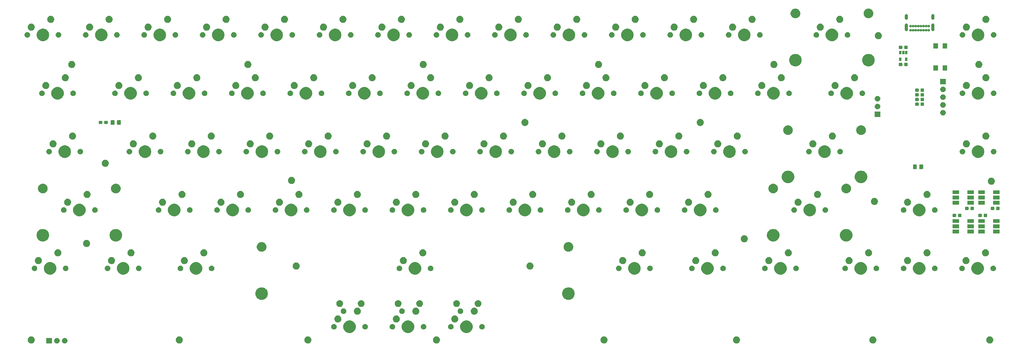
<source format=gbr>
%TF.GenerationSoftware,KiCad,Pcbnew,5.1.6+dfsg1-1~bpo10+1*%
%TF.CreationDate,2020-06-22T19:18:26-07:00*%
%TF.ProjectId,67keys-trackpoint,36376b65-7973-42d7-9472-61636b706f69,A*%
%TF.SameCoordinates,Original*%
%TF.FileFunction,Soldermask,Top*%
%TF.FilePolarity,Negative*%
%FSLAX46Y46*%
G04 Gerber Fmt 4.6, Leading zero omitted, Abs format (unit mm)*
G04 Created by KiCad (PCBNEW 5.1.6+dfsg1-1~bpo10+1) date 2020-06-22 19:18:26*
%MOMM*%
%LPD*%
G01*
G04 APERTURE LIST*
%ADD10C,0.100000*%
G04 APERTURE END LIST*
D10*
G36*
X44842000Y-161174000D02*
G01*
X43042000Y-161174000D01*
X43042000Y-159374000D01*
X44842000Y-159374000D01*
X44842000Y-161174000D01*
G37*
G36*
X46744520Y-159408586D02*
G01*
X46744522Y-159408587D01*
X46744523Y-159408587D01*
X46805025Y-159433648D01*
X46908310Y-159476430D01*
X47055717Y-159574924D01*
X47181076Y-159700283D01*
X47279570Y-159847690D01*
X47347414Y-160011480D01*
X47371638Y-160133265D01*
X47382000Y-160185360D01*
X47382000Y-160362640D01*
X47347413Y-160536523D01*
X47322352Y-160597025D01*
X47279570Y-160700310D01*
X47181076Y-160847717D01*
X47055717Y-160973076D01*
X46908310Y-161071570D01*
X46805025Y-161114352D01*
X46744523Y-161139413D01*
X46744522Y-161139413D01*
X46744520Y-161139414D01*
X46570642Y-161174000D01*
X46393358Y-161174000D01*
X46219480Y-161139414D01*
X46219478Y-161139413D01*
X46219477Y-161139413D01*
X46158975Y-161114352D01*
X46055690Y-161071570D01*
X45908283Y-160973076D01*
X45782924Y-160847717D01*
X45684430Y-160700310D01*
X45641648Y-160597025D01*
X45616587Y-160536523D01*
X45582000Y-160362640D01*
X45582000Y-160185360D01*
X45592362Y-160133265D01*
X45616586Y-160011480D01*
X45684430Y-159847690D01*
X45782924Y-159700283D01*
X45908283Y-159574924D01*
X46055690Y-159476430D01*
X46158975Y-159433648D01*
X46219477Y-159408587D01*
X46219478Y-159408587D01*
X46219480Y-159408586D01*
X46393358Y-159374000D01*
X46570642Y-159374000D01*
X46744520Y-159408586D01*
G37*
G36*
X49284520Y-159408586D02*
G01*
X49284522Y-159408587D01*
X49284523Y-159408587D01*
X49345025Y-159433648D01*
X49448310Y-159476430D01*
X49595717Y-159574924D01*
X49721076Y-159700283D01*
X49819570Y-159847690D01*
X49887414Y-160011480D01*
X49911638Y-160133265D01*
X49922000Y-160185360D01*
X49922000Y-160362640D01*
X49887413Y-160536523D01*
X49862352Y-160597025D01*
X49819570Y-160700310D01*
X49721076Y-160847717D01*
X49595717Y-160973076D01*
X49448310Y-161071570D01*
X49345025Y-161114352D01*
X49284523Y-161139413D01*
X49284522Y-161139413D01*
X49284520Y-161139414D01*
X49110642Y-161174000D01*
X48933358Y-161174000D01*
X48759480Y-161139414D01*
X48759478Y-161139413D01*
X48759477Y-161139413D01*
X48698975Y-161114352D01*
X48595690Y-161071570D01*
X48448283Y-160973076D01*
X48322924Y-160847717D01*
X48224430Y-160700310D01*
X48181648Y-160597025D01*
X48156587Y-160536523D01*
X48122000Y-160362640D01*
X48122000Y-160185360D01*
X48132362Y-160133265D01*
X48156586Y-160011480D01*
X48224430Y-159847690D01*
X48322924Y-159700283D01*
X48448283Y-159574924D01*
X48595690Y-159476430D01*
X48698975Y-159433648D01*
X48759477Y-159408587D01*
X48759478Y-159408587D01*
X48759480Y-159408586D01*
X48933358Y-159374000D01*
X49110642Y-159374000D01*
X49284520Y-159408586D01*
G37*
G36*
X350855443Y-158914194D02*
G01*
X350855446Y-158914195D01*
X350855445Y-158914195D01*
X351064728Y-159000883D01*
X351253083Y-159126738D01*
X351413262Y-159286917D01*
X351539117Y-159475272D01*
X351606167Y-159637145D01*
X351625806Y-159684557D01*
X351670000Y-159906735D01*
X351670000Y-160133265D01*
X351625806Y-160355443D01*
X351625805Y-160355445D01*
X351539117Y-160564728D01*
X351413262Y-160753083D01*
X351253083Y-160913262D01*
X351064728Y-161039117D01*
X350902855Y-161106167D01*
X350855443Y-161125806D01*
X350633265Y-161170000D01*
X350406735Y-161170000D01*
X350184557Y-161125806D01*
X350137145Y-161106167D01*
X349975272Y-161039117D01*
X349786917Y-160913262D01*
X349626738Y-160753083D01*
X349500883Y-160564728D01*
X349414195Y-160355445D01*
X349414194Y-160355443D01*
X349370000Y-160133265D01*
X349370000Y-159906735D01*
X349414194Y-159684557D01*
X349433833Y-159637145D01*
X349500883Y-159475272D01*
X349626738Y-159286917D01*
X349786917Y-159126738D01*
X349975272Y-159000883D01*
X350184555Y-158914195D01*
X350184554Y-158914195D01*
X350184557Y-158914194D01*
X350406735Y-158870000D01*
X350633265Y-158870000D01*
X350855443Y-158914194D01*
G37*
G36*
X312755443Y-158914194D02*
G01*
X312755446Y-158914195D01*
X312755445Y-158914195D01*
X312964728Y-159000883D01*
X313153083Y-159126738D01*
X313313262Y-159286917D01*
X313439117Y-159475272D01*
X313506167Y-159637145D01*
X313525806Y-159684557D01*
X313570000Y-159906735D01*
X313570000Y-160133265D01*
X313525806Y-160355443D01*
X313525805Y-160355445D01*
X313439117Y-160564728D01*
X313313262Y-160753083D01*
X313153083Y-160913262D01*
X312964728Y-161039117D01*
X312802855Y-161106167D01*
X312755443Y-161125806D01*
X312533265Y-161170000D01*
X312306735Y-161170000D01*
X312084557Y-161125806D01*
X312037145Y-161106167D01*
X311875272Y-161039117D01*
X311686917Y-160913262D01*
X311526738Y-160753083D01*
X311400883Y-160564728D01*
X311314195Y-160355445D01*
X311314194Y-160355443D01*
X311270000Y-160133265D01*
X311270000Y-159906735D01*
X311314194Y-159684557D01*
X311333833Y-159637145D01*
X311400883Y-159475272D01*
X311526738Y-159286917D01*
X311686917Y-159126738D01*
X311875272Y-159000883D01*
X312084555Y-158914195D01*
X312084554Y-158914195D01*
X312084557Y-158914194D01*
X312306735Y-158870000D01*
X312533265Y-158870000D01*
X312755443Y-158914194D01*
G37*
G36*
X268305443Y-158914194D02*
G01*
X268305446Y-158914195D01*
X268305445Y-158914195D01*
X268514728Y-159000883D01*
X268703083Y-159126738D01*
X268863262Y-159286917D01*
X268989117Y-159475272D01*
X269056167Y-159637145D01*
X269075806Y-159684557D01*
X269120000Y-159906735D01*
X269120000Y-160133265D01*
X269075806Y-160355443D01*
X269075805Y-160355445D01*
X268989117Y-160564728D01*
X268863262Y-160753083D01*
X268703083Y-160913262D01*
X268514728Y-161039117D01*
X268352855Y-161106167D01*
X268305443Y-161125806D01*
X268083265Y-161170000D01*
X267856735Y-161170000D01*
X267634557Y-161125806D01*
X267587145Y-161106167D01*
X267425272Y-161039117D01*
X267236917Y-160913262D01*
X267076738Y-160753083D01*
X266950883Y-160564728D01*
X266864195Y-160355445D01*
X266864194Y-160355443D01*
X266820000Y-160133265D01*
X266820000Y-159906735D01*
X266864194Y-159684557D01*
X266883833Y-159637145D01*
X266950883Y-159475272D01*
X267076738Y-159286917D01*
X267236917Y-159126738D01*
X267425272Y-159000883D01*
X267634555Y-158914195D01*
X267634554Y-158914195D01*
X267634557Y-158914194D01*
X267856735Y-158870000D01*
X268083265Y-158870000D01*
X268305443Y-158914194D01*
G37*
G36*
X170515443Y-158914194D02*
G01*
X170515446Y-158914195D01*
X170515445Y-158914195D01*
X170724728Y-159000883D01*
X170913083Y-159126738D01*
X171073262Y-159286917D01*
X171199117Y-159475272D01*
X171266167Y-159637145D01*
X171285806Y-159684557D01*
X171330000Y-159906735D01*
X171330000Y-160133265D01*
X171285806Y-160355443D01*
X171285805Y-160355445D01*
X171199117Y-160564728D01*
X171073262Y-160753083D01*
X170913083Y-160913262D01*
X170724728Y-161039117D01*
X170562855Y-161106167D01*
X170515443Y-161125806D01*
X170293265Y-161170000D01*
X170066735Y-161170000D01*
X169844557Y-161125806D01*
X169797145Y-161106167D01*
X169635272Y-161039117D01*
X169446917Y-160913262D01*
X169286738Y-160753083D01*
X169160883Y-160564728D01*
X169074195Y-160355445D01*
X169074194Y-160355443D01*
X169030000Y-160133265D01*
X169030000Y-159906735D01*
X169074194Y-159684557D01*
X169093833Y-159637145D01*
X169160883Y-159475272D01*
X169286738Y-159286917D01*
X169446917Y-159126738D01*
X169635272Y-159000883D01*
X169844555Y-158914195D01*
X169844554Y-158914195D01*
X169844557Y-158914194D01*
X170066735Y-158870000D01*
X170293265Y-158870000D01*
X170515443Y-158914194D01*
G37*
G36*
X128605443Y-158914194D02*
G01*
X128605446Y-158914195D01*
X128605445Y-158914195D01*
X128814728Y-159000883D01*
X129003083Y-159126738D01*
X129163262Y-159286917D01*
X129289117Y-159475272D01*
X129356167Y-159637145D01*
X129375806Y-159684557D01*
X129420000Y-159906735D01*
X129420000Y-160133265D01*
X129375806Y-160355443D01*
X129375805Y-160355445D01*
X129289117Y-160564728D01*
X129163262Y-160753083D01*
X129003083Y-160913262D01*
X128814728Y-161039117D01*
X128652855Y-161106167D01*
X128605443Y-161125806D01*
X128383265Y-161170000D01*
X128156735Y-161170000D01*
X127934557Y-161125806D01*
X127887145Y-161106167D01*
X127725272Y-161039117D01*
X127536917Y-160913262D01*
X127376738Y-160753083D01*
X127250883Y-160564728D01*
X127164195Y-160355445D01*
X127164194Y-160355443D01*
X127120000Y-160133265D01*
X127120000Y-159906735D01*
X127164194Y-159684557D01*
X127183833Y-159637145D01*
X127250883Y-159475272D01*
X127376738Y-159286917D01*
X127536917Y-159126738D01*
X127725272Y-159000883D01*
X127934555Y-158914195D01*
X127934554Y-158914195D01*
X127934557Y-158914194D01*
X128156735Y-158870000D01*
X128383265Y-158870000D01*
X128605443Y-158914194D01*
G37*
G36*
X86695443Y-158914194D02*
G01*
X86695446Y-158914195D01*
X86695445Y-158914195D01*
X86904728Y-159000883D01*
X87093083Y-159126738D01*
X87253262Y-159286917D01*
X87379117Y-159475272D01*
X87446167Y-159637145D01*
X87465806Y-159684557D01*
X87510000Y-159906735D01*
X87510000Y-160133265D01*
X87465806Y-160355443D01*
X87465805Y-160355445D01*
X87379117Y-160564728D01*
X87253262Y-160753083D01*
X87093083Y-160913262D01*
X86904728Y-161039117D01*
X86742855Y-161106167D01*
X86695443Y-161125806D01*
X86473265Y-161170000D01*
X86246735Y-161170000D01*
X86024557Y-161125806D01*
X85977145Y-161106167D01*
X85815272Y-161039117D01*
X85626917Y-160913262D01*
X85466738Y-160753083D01*
X85340883Y-160564728D01*
X85254195Y-160355445D01*
X85254194Y-160355443D01*
X85210000Y-160133265D01*
X85210000Y-159906735D01*
X85254194Y-159684557D01*
X85273833Y-159637145D01*
X85340883Y-159475272D01*
X85466738Y-159286917D01*
X85626917Y-159126738D01*
X85815272Y-159000883D01*
X86024555Y-158914195D01*
X86024554Y-158914195D01*
X86024557Y-158914194D01*
X86246735Y-158870000D01*
X86473265Y-158870000D01*
X86695443Y-158914194D01*
G37*
G36*
X38435443Y-158914194D02*
G01*
X38435446Y-158914195D01*
X38435445Y-158914195D01*
X38644728Y-159000883D01*
X38833083Y-159126738D01*
X38993262Y-159286917D01*
X39119117Y-159475272D01*
X39186167Y-159637145D01*
X39205806Y-159684557D01*
X39250000Y-159906735D01*
X39250000Y-160133265D01*
X39205806Y-160355443D01*
X39205805Y-160355445D01*
X39119117Y-160564728D01*
X38993262Y-160753083D01*
X38833083Y-160913262D01*
X38644728Y-161039117D01*
X38482855Y-161106167D01*
X38435443Y-161125806D01*
X38213265Y-161170000D01*
X37986735Y-161170000D01*
X37764557Y-161125806D01*
X37717145Y-161106167D01*
X37555272Y-161039117D01*
X37366917Y-160913262D01*
X37206738Y-160753083D01*
X37080883Y-160564728D01*
X36994195Y-160355445D01*
X36994194Y-160355443D01*
X36950000Y-160133265D01*
X36950000Y-159906735D01*
X36994194Y-159684557D01*
X37013833Y-159637145D01*
X37080883Y-159475272D01*
X37206738Y-159286917D01*
X37366917Y-159126738D01*
X37555272Y-159000883D01*
X37764555Y-158914195D01*
X37764554Y-158914195D01*
X37764557Y-158914194D01*
X37986735Y-158870000D01*
X38213265Y-158870000D01*
X38435443Y-158914194D01*
G37*
G36*
X225125443Y-158914194D02*
G01*
X225125446Y-158914195D01*
X225125445Y-158914195D01*
X225334728Y-159000883D01*
X225523083Y-159126738D01*
X225683262Y-159286917D01*
X225809117Y-159475272D01*
X225876167Y-159637145D01*
X225895806Y-159684557D01*
X225940000Y-159906735D01*
X225940000Y-160133265D01*
X225895806Y-160355443D01*
X225895805Y-160355445D01*
X225809117Y-160564728D01*
X225683262Y-160753083D01*
X225523083Y-160913262D01*
X225334728Y-161039117D01*
X225172855Y-161106167D01*
X225125443Y-161125806D01*
X224903265Y-161170000D01*
X224676735Y-161170000D01*
X224454557Y-161125806D01*
X224407145Y-161106167D01*
X224245272Y-161039117D01*
X224056917Y-160913262D01*
X223896738Y-160753083D01*
X223770883Y-160564728D01*
X223684195Y-160355445D01*
X223684194Y-160355443D01*
X223640000Y-160133265D01*
X223640000Y-159906735D01*
X223684194Y-159684557D01*
X223703833Y-159637145D01*
X223770883Y-159475272D01*
X223896738Y-159286917D01*
X224056917Y-159126738D01*
X224245272Y-159000883D01*
X224454555Y-158914195D01*
X224454554Y-158914195D01*
X224454557Y-158914194D01*
X224676735Y-158870000D01*
X224903265Y-158870000D01*
X225125443Y-158914194D01*
G37*
G36*
X142456963Y-153730780D02*
G01*
X142456965Y-153730781D01*
X142456966Y-153730781D01*
X142566239Y-153776044D01*
X142830039Y-153885314D01*
X142844659Y-153895083D01*
X143084387Y-154055263D01*
X143165799Y-154109661D01*
X143451339Y-154395201D01*
X143675686Y-154730961D01*
X143830220Y-155104037D01*
X143909000Y-155500093D01*
X143909000Y-155903907D01*
X143830220Y-156299963D01*
X143675686Y-156673039D01*
X143451339Y-157008799D01*
X143165799Y-157294339D01*
X142830039Y-157518686D01*
X142566239Y-157627956D01*
X142456966Y-157673219D01*
X142456965Y-157673219D01*
X142456963Y-157673220D01*
X142060907Y-157752000D01*
X141657093Y-157752000D01*
X141261037Y-157673220D01*
X141261035Y-157673219D01*
X141261034Y-157673219D01*
X141151761Y-157627956D01*
X140887961Y-157518686D01*
X140552201Y-157294339D01*
X140266661Y-157008799D01*
X140042314Y-156673039D01*
X139887780Y-156299963D01*
X139809000Y-155903907D01*
X139809000Y-155500093D01*
X139887780Y-155104037D01*
X140042314Y-154730961D01*
X140266661Y-154395201D01*
X140552201Y-154109661D01*
X140633614Y-154055263D01*
X140873341Y-153895083D01*
X140887961Y-153885314D01*
X141151761Y-153776044D01*
X141261034Y-153730781D01*
X141261035Y-153730781D01*
X141261037Y-153730780D01*
X141657093Y-153652000D01*
X142060907Y-153652000D01*
X142456963Y-153730780D01*
G37*
G36*
X180556963Y-153730780D02*
G01*
X180556965Y-153730781D01*
X180556966Y-153730781D01*
X180666239Y-153776044D01*
X180930039Y-153885314D01*
X180944659Y-153895083D01*
X181184387Y-154055263D01*
X181265799Y-154109661D01*
X181551339Y-154395201D01*
X181775686Y-154730961D01*
X181930220Y-155104037D01*
X182009000Y-155500093D01*
X182009000Y-155903907D01*
X181930220Y-156299963D01*
X181775686Y-156673039D01*
X181551339Y-157008799D01*
X181265799Y-157294339D01*
X180930039Y-157518686D01*
X180666239Y-157627956D01*
X180556966Y-157673219D01*
X180556965Y-157673219D01*
X180556963Y-157673220D01*
X180160907Y-157752000D01*
X179757093Y-157752000D01*
X179361037Y-157673220D01*
X179361035Y-157673219D01*
X179361034Y-157673219D01*
X179251761Y-157627956D01*
X178987961Y-157518686D01*
X178652201Y-157294339D01*
X178366661Y-157008799D01*
X178142314Y-156673039D01*
X177987780Y-156299963D01*
X177909000Y-155903907D01*
X177909000Y-155500093D01*
X177987780Y-155104037D01*
X178142314Y-154730961D01*
X178366661Y-154395201D01*
X178652201Y-154109661D01*
X178733614Y-154055263D01*
X178973341Y-153895083D01*
X178987961Y-153885314D01*
X179251761Y-153776044D01*
X179361034Y-153730781D01*
X179361035Y-153730781D01*
X179361037Y-153730780D01*
X179757093Y-153652000D01*
X180160907Y-153652000D01*
X180556963Y-153730780D01*
G37*
G36*
X161506963Y-153730780D02*
G01*
X161506965Y-153730781D01*
X161506966Y-153730781D01*
X161616239Y-153776044D01*
X161880039Y-153885314D01*
X161894659Y-153895083D01*
X162134387Y-154055263D01*
X162215799Y-154109661D01*
X162501339Y-154395201D01*
X162725686Y-154730961D01*
X162880220Y-155104037D01*
X162959000Y-155500093D01*
X162959000Y-155903907D01*
X162880220Y-156299963D01*
X162725686Y-156673039D01*
X162501339Y-157008799D01*
X162215799Y-157294339D01*
X161880039Y-157518686D01*
X161616239Y-157627956D01*
X161506966Y-157673219D01*
X161506965Y-157673219D01*
X161506963Y-157673220D01*
X161110907Y-157752000D01*
X160707093Y-157752000D01*
X160311037Y-157673220D01*
X160311035Y-157673219D01*
X160311034Y-157673219D01*
X160201761Y-157627956D01*
X159937961Y-157518686D01*
X159602201Y-157294339D01*
X159316661Y-157008799D01*
X159092314Y-156673039D01*
X158937780Y-156299963D01*
X158859000Y-155903907D01*
X158859000Y-155500093D01*
X158937780Y-155104037D01*
X159092314Y-154730961D01*
X159316661Y-154395201D01*
X159602201Y-154109661D01*
X159683614Y-154055263D01*
X159923341Y-153895083D01*
X159937961Y-153885314D01*
X160201761Y-153776044D01*
X160311034Y-153730781D01*
X160311035Y-153730781D01*
X160311037Y-153730780D01*
X160707093Y-153652000D01*
X161110907Y-153652000D01*
X161506963Y-153730780D01*
G37*
G36*
X185301520Y-154836586D02*
G01*
X185301522Y-154836587D01*
X185301523Y-154836587D01*
X185362025Y-154861648D01*
X185465310Y-154904430D01*
X185612717Y-155002924D01*
X185738076Y-155128283D01*
X185836570Y-155275690D01*
X185904414Y-155439480D01*
X185939000Y-155613358D01*
X185939000Y-155790642D01*
X185904414Y-155964520D01*
X185836570Y-156128310D01*
X185738076Y-156275717D01*
X185612717Y-156401076D01*
X185465310Y-156499570D01*
X185362025Y-156542352D01*
X185301523Y-156567413D01*
X185301522Y-156567413D01*
X185301520Y-156567414D01*
X185127642Y-156602000D01*
X184950358Y-156602000D01*
X184776480Y-156567414D01*
X184776478Y-156567413D01*
X184776477Y-156567413D01*
X184715975Y-156542352D01*
X184612690Y-156499570D01*
X184465283Y-156401076D01*
X184339924Y-156275717D01*
X184241430Y-156128310D01*
X184173586Y-155964520D01*
X184139000Y-155790642D01*
X184139000Y-155613358D01*
X184173586Y-155439480D01*
X184241430Y-155275690D01*
X184339924Y-155128283D01*
X184465283Y-155002924D01*
X184612690Y-154904430D01*
X184715975Y-154861648D01*
X184776477Y-154836587D01*
X184776478Y-154836587D01*
X184776480Y-154836586D01*
X184950358Y-154802000D01*
X185127642Y-154802000D01*
X185301520Y-154836586D01*
G37*
G36*
X166251520Y-154836586D02*
G01*
X166251522Y-154836587D01*
X166251523Y-154836587D01*
X166312025Y-154861648D01*
X166415310Y-154904430D01*
X166562717Y-155002924D01*
X166688076Y-155128283D01*
X166786570Y-155275690D01*
X166854414Y-155439480D01*
X166889000Y-155613358D01*
X166889000Y-155790642D01*
X166854414Y-155964520D01*
X166786570Y-156128310D01*
X166688076Y-156275717D01*
X166562717Y-156401076D01*
X166415310Y-156499570D01*
X166312025Y-156542352D01*
X166251523Y-156567413D01*
X166251522Y-156567413D01*
X166251520Y-156567414D01*
X166077642Y-156602000D01*
X165900358Y-156602000D01*
X165726480Y-156567414D01*
X165726478Y-156567413D01*
X165726477Y-156567413D01*
X165665975Y-156542352D01*
X165562690Y-156499570D01*
X165415283Y-156401076D01*
X165289924Y-156275717D01*
X165191430Y-156128310D01*
X165123586Y-155964520D01*
X165089000Y-155790642D01*
X165089000Y-155613358D01*
X165123586Y-155439480D01*
X165191430Y-155275690D01*
X165289924Y-155128283D01*
X165415283Y-155002924D01*
X165562690Y-154904430D01*
X165665975Y-154861648D01*
X165726477Y-154836587D01*
X165726478Y-154836587D01*
X165726480Y-154836586D01*
X165900358Y-154802000D01*
X166077642Y-154802000D01*
X166251520Y-154836586D01*
G37*
G36*
X156091520Y-154836586D02*
G01*
X156091522Y-154836587D01*
X156091523Y-154836587D01*
X156152025Y-154861648D01*
X156255310Y-154904430D01*
X156402717Y-155002924D01*
X156528076Y-155128283D01*
X156626570Y-155275690D01*
X156694414Y-155439480D01*
X156729000Y-155613358D01*
X156729000Y-155790642D01*
X156694414Y-155964520D01*
X156626570Y-156128310D01*
X156528076Y-156275717D01*
X156402717Y-156401076D01*
X156255310Y-156499570D01*
X156152025Y-156542352D01*
X156091523Y-156567413D01*
X156091522Y-156567413D01*
X156091520Y-156567414D01*
X155917642Y-156602000D01*
X155740358Y-156602000D01*
X155566480Y-156567414D01*
X155566478Y-156567413D01*
X155566477Y-156567413D01*
X155505975Y-156542352D01*
X155402690Y-156499570D01*
X155255283Y-156401076D01*
X155129924Y-156275717D01*
X155031430Y-156128310D01*
X154963586Y-155964520D01*
X154929000Y-155790642D01*
X154929000Y-155613358D01*
X154963586Y-155439480D01*
X155031430Y-155275690D01*
X155129924Y-155128283D01*
X155255283Y-155002924D01*
X155402690Y-154904430D01*
X155505975Y-154861648D01*
X155566477Y-154836587D01*
X155566478Y-154836587D01*
X155566480Y-154836586D01*
X155740358Y-154802000D01*
X155917642Y-154802000D01*
X156091520Y-154836586D01*
G37*
G36*
X175141520Y-154836586D02*
G01*
X175141522Y-154836587D01*
X175141523Y-154836587D01*
X175202025Y-154861648D01*
X175305310Y-154904430D01*
X175452717Y-155002924D01*
X175578076Y-155128283D01*
X175676570Y-155275690D01*
X175744414Y-155439480D01*
X175779000Y-155613358D01*
X175779000Y-155790642D01*
X175744414Y-155964520D01*
X175676570Y-156128310D01*
X175578076Y-156275717D01*
X175452717Y-156401076D01*
X175305310Y-156499570D01*
X175202025Y-156542352D01*
X175141523Y-156567413D01*
X175141522Y-156567413D01*
X175141520Y-156567414D01*
X174967642Y-156602000D01*
X174790358Y-156602000D01*
X174616480Y-156567414D01*
X174616478Y-156567413D01*
X174616477Y-156567413D01*
X174555975Y-156542352D01*
X174452690Y-156499570D01*
X174305283Y-156401076D01*
X174179924Y-156275717D01*
X174081430Y-156128310D01*
X174013586Y-155964520D01*
X173979000Y-155790642D01*
X173979000Y-155613358D01*
X174013586Y-155439480D01*
X174081430Y-155275690D01*
X174179924Y-155128283D01*
X174305283Y-155002924D01*
X174452690Y-154904430D01*
X174555975Y-154861648D01*
X174616477Y-154836587D01*
X174616478Y-154836587D01*
X174616480Y-154836586D01*
X174790358Y-154802000D01*
X174967642Y-154802000D01*
X175141520Y-154836586D01*
G37*
G36*
X147201520Y-154836586D02*
G01*
X147201522Y-154836587D01*
X147201523Y-154836587D01*
X147262025Y-154861648D01*
X147365310Y-154904430D01*
X147512717Y-155002924D01*
X147638076Y-155128283D01*
X147736570Y-155275690D01*
X147804414Y-155439480D01*
X147839000Y-155613358D01*
X147839000Y-155790642D01*
X147804414Y-155964520D01*
X147736570Y-156128310D01*
X147638076Y-156275717D01*
X147512717Y-156401076D01*
X147365310Y-156499570D01*
X147262025Y-156542352D01*
X147201523Y-156567413D01*
X147201522Y-156567413D01*
X147201520Y-156567414D01*
X147027642Y-156602000D01*
X146850358Y-156602000D01*
X146676480Y-156567414D01*
X146676478Y-156567413D01*
X146676477Y-156567413D01*
X146615975Y-156542352D01*
X146512690Y-156499570D01*
X146365283Y-156401076D01*
X146239924Y-156275717D01*
X146141430Y-156128310D01*
X146073586Y-155964520D01*
X146039000Y-155790642D01*
X146039000Y-155613358D01*
X146073586Y-155439480D01*
X146141430Y-155275690D01*
X146239924Y-155128283D01*
X146365283Y-155002924D01*
X146512690Y-154904430D01*
X146615975Y-154861648D01*
X146676477Y-154836587D01*
X146676478Y-154836587D01*
X146676480Y-154836586D01*
X146850358Y-154802000D01*
X147027642Y-154802000D01*
X147201520Y-154836586D01*
G37*
G36*
X137041520Y-154836586D02*
G01*
X137041522Y-154836587D01*
X137041523Y-154836587D01*
X137102025Y-154861648D01*
X137205310Y-154904430D01*
X137352717Y-155002924D01*
X137478076Y-155128283D01*
X137576570Y-155275690D01*
X137644414Y-155439480D01*
X137679000Y-155613358D01*
X137679000Y-155790642D01*
X137644414Y-155964520D01*
X137576570Y-156128310D01*
X137478076Y-156275717D01*
X137352717Y-156401076D01*
X137205310Y-156499570D01*
X137102025Y-156542352D01*
X137041523Y-156567413D01*
X137041522Y-156567413D01*
X137041520Y-156567414D01*
X136867642Y-156602000D01*
X136690358Y-156602000D01*
X136516480Y-156567414D01*
X136516478Y-156567413D01*
X136516477Y-156567413D01*
X136455975Y-156542352D01*
X136352690Y-156499570D01*
X136205283Y-156401076D01*
X136079924Y-156275717D01*
X135981430Y-156128310D01*
X135913586Y-155964520D01*
X135879000Y-155790642D01*
X135879000Y-155613358D01*
X135913586Y-155439480D01*
X135981430Y-155275690D01*
X136079924Y-155128283D01*
X136205283Y-155002924D01*
X136352690Y-154904430D01*
X136455975Y-154861648D01*
X136516477Y-154836587D01*
X136516478Y-154836587D01*
X136516480Y-154836586D01*
X136690358Y-154802000D01*
X136867642Y-154802000D01*
X137041520Y-154836586D01*
G37*
G36*
X138384443Y-152056194D02*
G01*
X138384446Y-152056195D01*
X138384445Y-152056195D01*
X138593728Y-152142883D01*
X138782083Y-152268738D01*
X138942262Y-152428917D01*
X139068117Y-152617272D01*
X139135167Y-152779145D01*
X139154806Y-152826557D01*
X139199000Y-153048735D01*
X139199000Y-153275265D01*
X139154806Y-153497443D01*
X139154805Y-153497445D01*
X139068117Y-153706728D01*
X139068116Y-153706729D01*
X138948790Y-153885314D01*
X138942262Y-153895083D01*
X138782083Y-154055262D01*
X138593728Y-154181117D01*
X138431855Y-154248167D01*
X138384443Y-154267806D01*
X138162265Y-154312000D01*
X137935735Y-154312000D01*
X137713557Y-154267806D01*
X137666145Y-154248167D01*
X137504272Y-154181117D01*
X137315917Y-154055262D01*
X137155738Y-153895083D01*
X137149211Y-153885314D01*
X137029884Y-153706729D01*
X137029883Y-153706728D01*
X136943195Y-153497445D01*
X136943194Y-153497443D01*
X136899000Y-153275265D01*
X136899000Y-153048735D01*
X136943194Y-152826557D01*
X136962833Y-152779145D01*
X137029883Y-152617272D01*
X137155738Y-152428917D01*
X137315917Y-152268738D01*
X137504272Y-152142883D01*
X137713555Y-152056195D01*
X137713554Y-152056195D01*
X137713557Y-152056194D01*
X137935735Y-152012000D01*
X138162265Y-152012000D01*
X138384443Y-152056194D01*
G37*
G36*
X157434443Y-152056194D02*
G01*
X157434446Y-152056195D01*
X157434445Y-152056195D01*
X157643728Y-152142883D01*
X157832083Y-152268738D01*
X157992262Y-152428917D01*
X158118117Y-152617272D01*
X158185167Y-152779145D01*
X158204806Y-152826557D01*
X158249000Y-153048735D01*
X158249000Y-153275265D01*
X158204806Y-153497443D01*
X158204805Y-153497445D01*
X158118117Y-153706728D01*
X158118116Y-153706729D01*
X157998790Y-153885314D01*
X157992262Y-153895083D01*
X157832083Y-154055262D01*
X157643728Y-154181117D01*
X157481855Y-154248167D01*
X157434443Y-154267806D01*
X157212265Y-154312000D01*
X156985735Y-154312000D01*
X156763557Y-154267806D01*
X156716145Y-154248167D01*
X156554272Y-154181117D01*
X156365917Y-154055262D01*
X156205738Y-153895083D01*
X156199211Y-153885314D01*
X156079884Y-153706729D01*
X156079883Y-153706728D01*
X155993195Y-153497445D01*
X155993194Y-153497443D01*
X155949000Y-153275265D01*
X155949000Y-153048735D01*
X155993194Y-152826557D01*
X156012833Y-152779145D01*
X156079883Y-152617272D01*
X156205738Y-152428917D01*
X156365917Y-152268738D01*
X156554272Y-152142883D01*
X156763555Y-152056195D01*
X156763554Y-152056195D01*
X156763557Y-152056194D01*
X156985735Y-152012000D01*
X157212265Y-152012000D01*
X157434443Y-152056194D01*
G37*
G36*
X176484443Y-152056194D02*
G01*
X176484446Y-152056195D01*
X176484445Y-152056195D01*
X176693728Y-152142883D01*
X176882083Y-152268738D01*
X177042262Y-152428917D01*
X177168117Y-152617272D01*
X177235167Y-152779145D01*
X177254806Y-152826557D01*
X177299000Y-153048735D01*
X177299000Y-153275265D01*
X177254806Y-153497443D01*
X177254805Y-153497445D01*
X177168117Y-153706728D01*
X177168116Y-153706729D01*
X177048790Y-153885314D01*
X177042262Y-153895083D01*
X176882083Y-154055262D01*
X176693728Y-154181117D01*
X176531855Y-154248167D01*
X176484443Y-154267806D01*
X176262265Y-154312000D01*
X176035735Y-154312000D01*
X175813557Y-154267806D01*
X175766145Y-154248167D01*
X175604272Y-154181117D01*
X175415917Y-154055262D01*
X175255738Y-153895083D01*
X175249211Y-153885314D01*
X175129884Y-153706729D01*
X175129883Y-153706728D01*
X175043195Y-153497445D01*
X175043194Y-153497443D01*
X174999000Y-153275265D01*
X174999000Y-153048735D01*
X175043194Y-152826557D01*
X175062833Y-152779145D01*
X175129883Y-152617272D01*
X175255738Y-152428917D01*
X175415917Y-152268738D01*
X175604272Y-152142883D01*
X175813555Y-152056195D01*
X175813554Y-152056195D01*
X175813557Y-152056194D01*
X176035735Y-152012000D01*
X176262265Y-152012000D01*
X176484443Y-152056194D01*
G37*
G36*
X144734443Y-149516194D02*
G01*
X144734446Y-149516195D01*
X144734445Y-149516195D01*
X144943728Y-149602883D01*
X144943729Y-149602884D01*
X145132082Y-149728737D01*
X145292263Y-149888918D01*
X145302010Y-149903506D01*
X145418117Y-150077272D01*
X145462262Y-150183848D01*
X145504806Y-150286557D01*
X145549000Y-150508735D01*
X145549000Y-150735265D01*
X145504806Y-150957443D01*
X145504805Y-150957445D01*
X145418117Y-151166728D01*
X145418116Y-151166729D01*
X145302010Y-151340495D01*
X145292262Y-151355083D01*
X145132083Y-151515262D01*
X144943728Y-151641117D01*
X144781855Y-151708167D01*
X144734443Y-151727806D01*
X144512265Y-151772000D01*
X144285735Y-151772000D01*
X144063557Y-151727806D01*
X144016145Y-151708167D01*
X143854272Y-151641117D01*
X143665917Y-151515262D01*
X143505738Y-151355083D01*
X143495991Y-151340495D01*
X143379884Y-151166729D01*
X143379883Y-151166728D01*
X143293195Y-150957445D01*
X143293194Y-150957443D01*
X143249000Y-150735265D01*
X143249000Y-150508735D01*
X143293194Y-150286557D01*
X143335738Y-150183848D01*
X143379883Y-150077272D01*
X143495990Y-149903506D01*
X143505737Y-149888918D01*
X143665918Y-149728737D01*
X143854271Y-149602884D01*
X143854272Y-149602883D01*
X144063555Y-149516195D01*
X144063554Y-149516195D01*
X144063557Y-149516194D01*
X144285735Y-149472000D01*
X144512265Y-149472000D01*
X144734443Y-149516194D01*
G37*
G36*
X182834443Y-149516194D02*
G01*
X182834446Y-149516195D01*
X182834445Y-149516195D01*
X183043728Y-149602883D01*
X183043729Y-149602884D01*
X183232082Y-149728737D01*
X183392263Y-149888918D01*
X183402010Y-149903506D01*
X183518117Y-150077272D01*
X183562262Y-150183848D01*
X183604806Y-150286557D01*
X183649000Y-150508735D01*
X183649000Y-150735265D01*
X183604806Y-150957443D01*
X183604805Y-150957445D01*
X183518117Y-151166728D01*
X183518116Y-151166729D01*
X183402010Y-151340495D01*
X183392262Y-151355083D01*
X183232083Y-151515262D01*
X183043728Y-151641117D01*
X182881855Y-151708167D01*
X182834443Y-151727806D01*
X182612265Y-151772000D01*
X182385735Y-151772000D01*
X182163557Y-151727806D01*
X182116145Y-151708167D01*
X181954272Y-151641117D01*
X181765917Y-151515262D01*
X181605738Y-151355083D01*
X181595991Y-151340495D01*
X181479884Y-151166729D01*
X181479883Y-151166728D01*
X181393195Y-150957445D01*
X181393194Y-150957443D01*
X181349000Y-150735265D01*
X181349000Y-150508735D01*
X181393194Y-150286557D01*
X181435738Y-150183848D01*
X181479883Y-150077272D01*
X181595990Y-149903506D01*
X181605737Y-149888918D01*
X181765918Y-149728737D01*
X181954271Y-149602884D01*
X181954272Y-149602883D01*
X182163555Y-149516195D01*
X182163554Y-149516195D01*
X182163557Y-149516194D01*
X182385735Y-149472000D01*
X182612265Y-149472000D01*
X182834443Y-149516194D01*
G37*
G36*
X163784443Y-149516194D02*
G01*
X163784446Y-149516195D01*
X163784445Y-149516195D01*
X163993728Y-149602883D01*
X163993729Y-149602884D01*
X164182082Y-149728737D01*
X164342263Y-149888918D01*
X164352010Y-149903506D01*
X164468117Y-150077272D01*
X164512262Y-150183848D01*
X164554806Y-150286557D01*
X164599000Y-150508735D01*
X164599000Y-150735265D01*
X164554806Y-150957443D01*
X164554805Y-150957445D01*
X164468117Y-151166728D01*
X164468116Y-151166729D01*
X164352010Y-151340495D01*
X164342262Y-151355083D01*
X164182083Y-151515262D01*
X163993728Y-151641117D01*
X163831855Y-151708167D01*
X163784443Y-151727806D01*
X163562265Y-151772000D01*
X163335735Y-151772000D01*
X163113557Y-151727806D01*
X163066145Y-151708167D01*
X162904272Y-151641117D01*
X162715917Y-151515262D01*
X162555738Y-151355083D01*
X162545991Y-151340495D01*
X162429884Y-151166729D01*
X162429883Y-151166728D01*
X162343195Y-150957445D01*
X162343194Y-150957443D01*
X162299000Y-150735265D01*
X162299000Y-150508735D01*
X162343194Y-150286557D01*
X162385738Y-150183848D01*
X162429883Y-150077272D01*
X162545990Y-149903506D01*
X162555737Y-149888918D01*
X162715918Y-149728737D01*
X162904271Y-149602884D01*
X162904272Y-149602883D01*
X163113555Y-149516195D01*
X163113554Y-149516195D01*
X163113557Y-149516194D01*
X163335735Y-149472000D01*
X163562265Y-149472000D01*
X163784443Y-149516194D01*
G37*
G36*
X140168813Y-149732547D02*
G01*
X140337152Y-149802275D01*
X140488653Y-149903505D01*
X140617495Y-150032347D01*
X140718725Y-150183848D01*
X140788453Y-150352187D01*
X140824000Y-150530895D01*
X140824000Y-150713105D01*
X140788453Y-150891813D01*
X140718725Y-151060152D01*
X140617495Y-151211653D01*
X140488653Y-151340495D01*
X140337152Y-151441725D01*
X140168813Y-151511453D01*
X139990105Y-151547000D01*
X139807895Y-151547000D01*
X139629187Y-151511453D01*
X139460848Y-151441725D01*
X139309347Y-151340495D01*
X139180505Y-151211653D01*
X139079275Y-151060152D01*
X139009547Y-150891813D01*
X138974000Y-150713105D01*
X138974000Y-150530895D01*
X139009547Y-150352187D01*
X139079275Y-150183848D01*
X139180505Y-150032347D01*
X139309347Y-149903505D01*
X139460848Y-149802275D01*
X139629187Y-149732547D01*
X139807895Y-149697000D01*
X139990105Y-149697000D01*
X140168813Y-149732547D01*
G37*
G36*
X159218813Y-149732547D02*
G01*
X159387152Y-149802275D01*
X159538653Y-149903505D01*
X159667495Y-150032347D01*
X159768725Y-150183848D01*
X159838453Y-150352187D01*
X159874000Y-150530895D01*
X159874000Y-150713105D01*
X159838453Y-150891813D01*
X159768725Y-151060152D01*
X159667495Y-151211653D01*
X159538653Y-151340495D01*
X159387152Y-151441725D01*
X159218813Y-151511453D01*
X159040105Y-151547000D01*
X158857895Y-151547000D01*
X158679187Y-151511453D01*
X158510848Y-151441725D01*
X158359347Y-151340495D01*
X158230505Y-151211653D01*
X158129275Y-151060152D01*
X158059547Y-150891813D01*
X158024000Y-150713105D01*
X158024000Y-150530895D01*
X158059547Y-150352187D01*
X158129275Y-150183848D01*
X158230505Y-150032347D01*
X158359347Y-149903505D01*
X158510848Y-149802275D01*
X158679187Y-149732547D01*
X158857895Y-149697000D01*
X159040105Y-149697000D01*
X159218813Y-149732547D01*
G37*
G36*
X178268813Y-149732547D02*
G01*
X178437152Y-149802275D01*
X178588653Y-149903505D01*
X178717495Y-150032347D01*
X178818725Y-150183848D01*
X178888453Y-150352187D01*
X178924000Y-150530895D01*
X178924000Y-150713105D01*
X178888453Y-150891813D01*
X178818725Y-151060152D01*
X178717495Y-151211653D01*
X178588653Y-151340495D01*
X178437152Y-151441725D01*
X178268813Y-151511453D01*
X178090105Y-151547000D01*
X177907895Y-151547000D01*
X177729187Y-151511453D01*
X177560848Y-151441725D01*
X177409347Y-151340495D01*
X177280505Y-151211653D01*
X177179275Y-151060152D01*
X177109547Y-150891813D01*
X177074000Y-150713105D01*
X177074000Y-150530895D01*
X177109547Y-150352187D01*
X177179275Y-150183848D01*
X177280505Y-150032347D01*
X177409347Y-149903505D01*
X177560848Y-149802275D01*
X177729187Y-149732547D01*
X177907895Y-149697000D01*
X178090105Y-149697000D01*
X178268813Y-149732547D01*
G37*
G36*
X158009856Y-147074272D02*
G01*
X158210048Y-147157194D01*
X158390208Y-147277573D01*
X158543427Y-147430792D01*
X158663806Y-147610952D01*
X158746728Y-147811144D01*
X158789000Y-148023657D01*
X158789000Y-148240343D01*
X158746728Y-148452856D01*
X158663806Y-148653048D01*
X158543427Y-148833208D01*
X158390208Y-148986427D01*
X158210048Y-149106806D01*
X158009856Y-149189728D01*
X157797343Y-149232000D01*
X157580657Y-149232000D01*
X157368144Y-149189728D01*
X157167952Y-149106806D01*
X156987792Y-148986427D01*
X156834573Y-148833208D01*
X156714194Y-148653048D01*
X156631272Y-148452856D01*
X156589000Y-148240343D01*
X156589000Y-148023657D01*
X156631272Y-147811144D01*
X156714194Y-147610952D01*
X156834573Y-147430792D01*
X156987792Y-147277573D01*
X157167952Y-147157194D01*
X157368144Y-147074272D01*
X157580657Y-147032000D01*
X157797343Y-147032000D01*
X158009856Y-147074272D01*
G37*
G36*
X138959856Y-147074272D02*
G01*
X139160048Y-147157194D01*
X139340208Y-147277573D01*
X139493427Y-147430792D01*
X139613806Y-147610952D01*
X139696728Y-147811144D01*
X139739000Y-148023657D01*
X139739000Y-148240343D01*
X139696728Y-148452856D01*
X139613806Y-148653048D01*
X139493427Y-148833208D01*
X139340208Y-148986427D01*
X139160048Y-149106806D01*
X138959856Y-149189728D01*
X138747343Y-149232000D01*
X138530657Y-149232000D01*
X138318144Y-149189728D01*
X138117952Y-149106806D01*
X137937792Y-148986427D01*
X137784573Y-148833208D01*
X137664194Y-148653048D01*
X137581272Y-148452856D01*
X137539000Y-148240343D01*
X137539000Y-148023657D01*
X137581272Y-147811144D01*
X137664194Y-147610952D01*
X137784573Y-147430792D01*
X137937792Y-147277573D01*
X138117952Y-147157194D01*
X138318144Y-147074272D01*
X138530657Y-147032000D01*
X138747343Y-147032000D01*
X138959856Y-147074272D01*
G37*
G36*
X177059856Y-147074272D02*
G01*
X177260048Y-147157194D01*
X177440208Y-147277573D01*
X177593427Y-147430792D01*
X177713806Y-147610952D01*
X177796728Y-147811144D01*
X177839000Y-148023657D01*
X177839000Y-148240343D01*
X177796728Y-148452856D01*
X177713806Y-148653048D01*
X177593427Y-148833208D01*
X177440208Y-148986427D01*
X177260048Y-149106806D01*
X177059856Y-149189728D01*
X176847343Y-149232000D01*
X176630657Y-149232000D01*
X176418144Y-149189728D01*
X176217952Y-149106806D01*
X176037792Y-148986427D01*
X175884573Y-148833208D01*
X175764194Y-148653048D01*
X175681272Y-148452856D01*
X175639000Y-148240343D01*
X175639000Y-148023657D01*
X175681272Y-147811144D01*
X175764194Y-147610952D01*
X175884573Y-147430792D01*
X176037792Y-147277573D01*
X176217952Y-147157194D01*
X176418144Y-147074272D01*
X176630657Y-147032000D01*
X176847343Y-147032000D01*
X177059856Y-147074272D01*
G37*
G36*
X165019856Y-147074272D02*
G01*
X165220048Y-147157194D01*
X165400208Y-147277573D01*
X165553427Y-147430792D01*
X165673806Y-147610952D01*
X165756728Y-147811144D01*
X165799000Y-148023657D01*
X165799000Y-148240343D01*
X165756728Y-148452856D01*
X165673806Y-148653048D01*
X165553427Y-148833208D01*
X165400208Y-148986427D01*
X165220048Y-149106806D01*
X165019856Y-149189728D01*
X164807343Y-149232000D01*
X164590657Y-149232000D01*
X164378144Y-149189728D01*
X164177952Y-149106806D01*
X163997792Y-148986427D01*
X163844573Y-148833208D01*
X163724194Y-148653048D01*
X163641272Y-148452856D01*
X163599000Y-148240343D01*
X163599000Y-148023657D01*
X163641272Y-147811144D01*
X163724194Y-147610952D01*
X163844573Y-147430792D01*
X163997792Y-147277573D01*
X164177952Y-147157194D01*
X164378144Y-147074272D01*
X164590657Y-147032000D01*
X164807343Y-147032000D01*
X165019856Y-147074272D01*
G37*
G36*
X184069856Y-147074272D02*
G01*
X184270048Y-147157194D01*
X184450208Y-147277573D01*
X184603427Y-147430792D01*
X184723806Y-147610952D01*
X184806728Y-147811144D01*
X184849000Y-148023657D01*
X184849000Y-148240343D01*
X184806728Y-148452856D01*
X184723806Y-148653048D01*
X184603427Y-148833208D01*
X184450208Y-148986427D01*
X184270048Y-149106806D01*
X184069856Y-149189728D01*
X183857343Y-149232000D01*
X183640657Y-149232000D01*
X183428144Y-149189728D01*
X183227952Y-149106806D01*
X183047792Y-148986427D01*
X182894573Y-148833208D01*
X182774194Y-148653048D01*
X182691272Y-148452856D01*
X182649000Y-148240343D01*
X182649000Y-148023657D01*
X182691272Y-147811144D01*
X182774194Y-147610952D01*
X182894573Y-147430792D01*
X183047792Y-147277573D01*
X183227952Y-147157194D01*
X183428144Y-147074272D01*
X183640657Y-147032000D01*
X183857343Y-147032000D01*
X184069856Y-147074272D01*
G37*
G36*
X145969856Y-147074272D02*
G01*
X146170048Y-147157194D01*
X146350208Y-147277573D01*
X146503427Y-147430792D01*
X146623806Y-147610952D01*
X146706728Y-147811144D01*
X146749000Y-148023657D01*
X146749000Y-148240343D01*
X146706728Y-148452856D01*
X146623806Y-148653048D01*
X146503427Y-148833208D01*
X146350208Y-148986427D01*
X146170048Y-149106806D01*
X145969856Y-149189728D01*
X145757343Y-149232000D01*
X145540657Y-149232000D01*
X145328144Y-149189728D01*
X145127952Y-149106806D01*
X144947792Y-148986427D01*
X144794573Y-148833208D01*
X144674194Y-148653048D01*
X144591272Y-148452856D01*
X144549000Y-148240343D01*
X144549000Y-148023657D01*
X144591272Y-147811144D01*
X144674194Y-147610952D01*
X144794573Y-147430792D01*
X144947792Y-147277573D01*
X145127952Y-147157194D01*
X145328144Y-147074272D01*
X145540657Y-147032000D01*
X145757343Y-147032000D01*
X145969856Y-147074272D01*
G37*
G36*
X213792963Y-142920780D02*
G01*
X213792965Y-142920781D01*
X213792966Y-142920781D01*
X213902239Y-142966044D01*
X214166039Y-143075314D01*
X214501799Y-143299661D01*
X214787339Y-143585201D01*
X215011686Y-143920961D01*
X215166220Y-144294037D01*
X215245000Y-144690093D01*
X215245000Y-145093907D01*
X215166220Y-145489963D01*
X215011686Y-145863039D01*
X214787339Y-146198799D01*
X214501799Y-146484339D01*
X214166039Y-146708686D01*
X213902239Y-146817956D01*
X213792966Y-146863219D01*
X213792965Y-146863219D01*
X213792963Y-146863220D01*
X213396907Y-146942000D01*
X212993093Y-146942000D01*
X212597037Y-146863220D01*
X212597035Y-146863219D01*
X212597034Y-146863219D01*
X212487761Y-146817956D01*
X212223961Y-146708686D01*
X211888201Y-146484339D01*
X211602661Y-146198799D01*
X211378314Y-145863039D01*
X211223780Y-145489963D01*
X211145000Y-145093907D01*
X211145000Y-144690093D01*
X211223780Y-144294037D01*
X211378314Y-143920961D01*
X211602661Y-143585201D01*
X211888201Y-143299661D01*
X212223961Y-143075314D01*
X212487761Y-142966044D01*
X212597034Y-142920781D01*
X212597035Y-142920781D01*
X212597037Y-142920780D01*
X212993093Y-142842000D01*
X213396907Y-142842000D01*
X213792963Y-142920780D01*
G37*
G36*
X113792963Y-142920780D02*
G01*
X113792965Y-142920781D01*
X113792966Y-142920781D01*
X113902239Y-142966044D01*
X114166039Y-143075314D01*
X114501799Y-143299661D01*
X114787339Y-143585201D01*
X115011686Y-143920961D01*
X115166220Y-144294037D01*
X115245000Y-144690093D01*
X115245000Y-145093907D01*
X115166220Y-145489963D01*
X115011686Y-145863039D01*
X114787339Y-146198799D01*
X114501799Y-146484339D01*
X114166039Y-146708686D01*
X113902239Y-146817956D01*
X113792966Y-146863219D01*
X113792965Y-146863219D01*
X113792963Y-146863220D01*
X113396907Y-146942000D01*
X112993093Y-146942000D01*
X112597037Y-146863220D01*
X112597035Y-146863219D01*
X112597034Y-146863219D01*
X112487761Y-146817956D01*
X112223961Y-146708686D01*
X111888201Y-146484339D01*
X111602661Y-146198799D01*
X111378314Y-145863039D01*
X111223780Y-145489963D01*
X111145000Y-145093907D01*
X111145000Y-144690093D01*
X111223780Y-144294037D01*
X111378314Y-143920961D01*
X111602661Y-143585201D01*
X111888201Y-143299661D01*
X112223961Y-143075314D01*
X112487761Y-142966044D01*
X112597034Y-142920781D01*
X112597035Y-142920781D01*
X112597037Y-142920780D01*
X112993093Y-142842000D01*
X113396907Y-142842000D01*
X113792963Y-142920780D01*
G37*
G36*
X328130963Y-134680780D02*
G01*
X328130965Y-134680781D01*
X328130966Y-134680781D01*
X328240239Y-134726044D01*
X328504039Y-134835314D01*
X328518659Y-134845083D01*
X328839798Y-135059660D01*
X329125340Y-135345202D01*
X329237512Y-135513081D01*
X329349686Y-135680961D01*
X329458956Y-135944761D01*
X329483190Y-136003265D01*
X329504220Y-136054037D01*
X329583000Y-136450093D01*
X329583000Y-136853907D01*
X329504220Y-137249963D01*
X329349686Y-137623039D01*
X329125339Y-137958799D01*
X328839799Y-138244339D01*
X328504039Y-138468686D01*
X328240239Y-138577956D01*
X328130966Y-138623219D01*
X328130965Y-138623219D01*
X328130963Y-138623220D01*
X327734907Y-138702000D01*
X327331093Y-138702000D01*
X326935037Y-138623220D01*
X326935035Y-138623219D01*
X326935034Y-138623219D01*
X326825761Y-138577956D01*
X326561961Y-138468686D01*
X326226201Y-138244339D01*
X325940661Y-137958799D01*
X325716314Y-137623039D01*
X325561780Y-137249963D01*
X325483000Y-136853907D01*
X325483000Y-136450093D01*
X325561780Y-136054037D01*
X325582811Y-136003265D01*
X325607044Y-135944761D01*
X325716314Y-135680961D01*
X325828488Y-135513081D01*
X325940660Y-135345202D01*
X326226202Y-135059660D01*
X326547341Y-134845083D01*
X326561961Y-134835314D01*
X326825761Y-134726044D01*
X326935034Y-134680781D01*
X326935035Y-134680781D01*
X326935037Y-134680780D01*
X327331093Y-134602000D01*
X327734907Y-134602000D01*
X328130963Y-134680780D01*
G37*
G36*
X282918963Y-134680780D02*
G01*
X282918965Y-134680781D01*
X282918966Y-134680781D01*
X283028239Y-134726044D01*
X283292039Y-134835314D01*
X283306659Y-134845083D01*
X283627798Y-135059660D01*
X283913340Y-135345202D01*
X284025512Y-135513081D01*
X284137686Y-135680961D01*
X284246956Y-135944761D01*
X284271190Y-136003265D01*
X284292220Y-136054037D01*
X284371000Y-136450093D01*
X284371000Y-136853907D01*
X284292220Y-137249963D01*
X284137686Y-137623039D01*
X283913339Y-137958799D01*
X283627799Y-138244339D01*
X283292039Y-138468686D01*
X283028239Y-138577956D01*
X282918966Y-138623219D01*
X282918965Y-138623219D01*
X282918963Y-138623220D01*
X282522907Y-138702000D01*
X282119093Y-138702000D01*
X281723037Y-138623220D01*
X281723035Y-138623219D01*
X281723034Y-138623219D01*
X281613761Y-138577956D01*
X281349961Y-138468686D01*
X281014201Y-138244339D01*
X280728661Y-137958799D01*
X280504314Y-137623039D01*
X280349780Y-137249963D01*
X280271000Y-136853907D01*
X280271000Y-136450093D01*
X280349780Y-136054037D01*
X280370811Y-136003265D01*
X280395044Y-135944761D01*
X280504314Y-135680961D01*
X280616488Y-135513081D01*
X280728660Y-135345202D01*
X281014202Y-135059660D01*
X281335341Y-134845083D01*
X281349961Y-134835314D01*
X281613761Y-134726044D01*
X281723034Y-134680781D01*
X281723035Y-134680781D01*
X281723037Y-134680780D01*
X282119093Y-134602000D01*
X282522907Y-134602000D01*
X282918963Y-134680780D01*
G37*
G36*
X68669963Y-134680780D02*
G01*
X68669965Y-134680781D01*
X68669966Y-134680781D01*
X68779239Y-134726044D01*
X69043039Y-134835314D01*
X69057659Y-134845083D01*
X69378798Y-135059660D01*
X69664340Y-135345202D01*
X69776512Y-135513081D01*
X69888686Y-135680961D01*
X69997956Y-135944761D01*
X70022190Y-136003265D01*
X70043220Y-136054037D01*
X70122000Y-136450093D01*
X70122000Y-136853907D01*
X70043220Y-137249963D01*
X69888686Y-137623039D01*
X69664339Y-137958799D01*
X69378799Y-138244339D01*
X69043039Y-138468686D01*
X68779239Y-138577956D01*
X68669966Y-138623219D01*
X68669965Y-138623219D01*
X68669963Y-138623220D01*
X68273907Y-138702000D01*
X67870093Y-138702000D01*
X67474037Y-138623220D01*
X67474035Y-138623219D01*
X67474034Y-138623219D01*
X67364761Y-138577956D01*
X67100961Y-138468686D01*
X66765201Y-138244339D01*
X66479661Y-137958799D01*
X66255314Y-137623039D01*
X66100780Y-137249963D01*
X66022000Y-136853907D01*
X66022000Y-136450093D01*
X66100780Y-136054037D01*
X66121811Y-136003265D01*
X66146044Y-135944761D01*
X66255314Y-135680961D01*
X66367488Y-135513081D01*
X66479660Y-135345202D01*
X66765202Y-135059660D01*
X67086341Y-134845083D01*
X67100961Y-134835314D01*
X67364761Y-134726044D01*
X67474034Y-134680781D01*
X67474035Y-134680781D01*
X67474037Y-134680780D01*
X67870093Y-134602000D01*
X68273907Y-134602000D01*
X68669963Y-134680780D01*
G37*
G36*
X235293963Y-134680780D02*
G01*
X235293965Y-134680781D01*
X235293966Y-134680781D01*
X235403239Y-134726044D01*
X235667039Y-134835314D01*
X235681659Y-134845083D01*
X236002798Y-135059660D01*
X236288340Y-135345202D01*
X236400512Y-135513081D01*
X236512686Y-135680961D01*
X236621956Y-135944761D01*
X236646190Y-136003265D01*
X236667220Y-136054037D01*
X236746000Y-136450093D01*
X236746000Y-136853907D01*
X236667220Y-137249963D01*
X236512686Y-137623039D01*
X236288339Y-137958799D01*
X236002799Y-138244339D01*
X235667039Y-138468686D01*
X235403239Y-138577956D01*
X235293966Y-138623219D01*
X235293965Y-138623219D01*
X235293963Y-138623220D01*
X234897907Y-138702000D01*
X234494093Y-138702000D01*
X234098037Y-138623220D01*
X234098035Y-138623219D01*
X234098034Y-138623219D01*
X233988761Y-138577956D01*
X233724961Y-138468686D01*
X233389201Y-138244339D01*
X233103661Y-137958799D01*
X232879314Y-137623039D01*
X232724780Y-137249963D01*
X232646000Y-136853907D01*
X232646000Y-136450093D01*
X232724780Y-136054037D01*
X232745811Y-136003265D01*
X232770044Y-135944761D01*
X232879314Y-135680961D01*
X232991488Y-135513081D01*
X233103660Y-135345202D01*
X233389202Y-135059660D01*
X233710341Y-134845083D01*
X233724961Y-134835314D01*
X233988761Y-134726044D01*
X234098034Y-134680781D01*
X234098035Y-134680781D01*
X234098037Y-134680780D01*
X234494093Y-134602000D01*
X234897907Y-134602000D01*
X235293963Y-134680780D01*
G37*
G36*
X92418963Y-134680780D02*
G01*
X92418965Y-134680781D01*
X92418966Y-134680781D01*
X92528239Y-134726044D01*
X92792039Y-134835314D01*
X92806659Y-134845083D01*
X93127798Y-135059660D01*
X93413340Y-135345202D01*
X93525512Y-135513081D01*
X93637686Y-135680961D01*
X93746956Y-135944761D01*
X93771190Y-136003265D01*
X93792220Y-136054037D01*
X93871000Y-136450093D01*
X93871000Y-136853907D01*
X93792220Y-137249963D01*
X93637686Y-137623039D01*
X93413339Y-137958799D01*
X93127799Y-138244339D01*
X92792039Y-138468686D01*
X92528239Y-138577956D01*
X92418966Y-138623219D01*
X92418965Y-138623219D01*
X92418963Y-138623220D01*
X92022907Y-138702000D01*
X91619093Y-138702000D01*
X91223037Y-138623220D01*
X91223035Y-138623219D01*
X91223034Y-138623219D01*
X91113761Y-138577956D01*
X90849961Y-138468686D01*
X90514201Y-138244339D01*
X90228661Y-137958799D01*
X90004314Y-137623039D01*
X89849780Y-137249963D01*
X89771000Y-136853907D01*
X89771000Y-136450093D01*
X89849780Y-136054037D01*
X89870811Y-136003265D01*
X89895044Y-135944761D01*
X90004314Y-135680961D01*
X90116488Y-135513081D01*
X90228660Y-135345202D01*
X90514202Y-135059660D01*
X90835341Y-134845083D01*
X90849961Y-134835314D01*
X91113761Y-134726044D01*
X91223034Y-134680781D01*
X91223035Y-134680781D01*
X91223037Y-134680780D01*
X91619093Y-134602000D01*
X92022907Y-134602000D01*
X92418963Y-134680780D01*
G37*
G36*
X347180963Y-134680780D02*
G01*
X347180965Y-134680781D01*
X347180966Y-134680781D01*
X347290239Y-134726044D01*
X347554039Y-134835314D01*
X347568659Y-134845083D01*
X347889798Y-135059660D01*
X348175340Y-135345202D01*
X348287512Y-135513081D01*
X348399686Y-135680961D01*
X348508956Y-135944761D01*
X348533190Y-136003265D01*
X348554220Y-136054037D01*
X348633000Y-136450093D01*
X348633000Y-136853907D01*
X348554220Y-137249963D01*
X348399686Y-137623039D01*
X348175339Y-137958799D01*
X347889799Y-138244339D01*
X347554039Y-138468686D01*
X347290239Y-138577956D01*
X347180966Y-138623219D01*
X347180965Y-138623219D01*
X347180963Y-138623220D01*
X346784907Y-138702000D01*
X346381093Y-138702000D01*
X345985037Y-138623220D01*
X345985035Y-138623219D01*
X345985034Y-138623219D01*
X345875761Y-138577956D01*
X345611961Y-138468686D01*
X345276201Y-138244339D01*
X344990661Y-137958799D01*
X344766314Y-137623039D01*
X344611780Y-137249963D01*
X344533000Y-136853907D01*
X344533000Y-136450093D01*
X344611780Y-136054037D01*
X344632811Y-136003265D01*
X344657044Y-135944761D01*
X344766314Y-135680961D01*
X344878488Y-135513081D01*
X344990660Y-135345202D01*
X345276202Y-135059660D01*
X345597341Y-134845083D01*
X345611961Y-134835314D01*
X345875761Y-134726044D01*
X345985034Y-134680781D01*
X345985035Y-134680781D01*
X345985037Y-134680780D01*
X346381093Y-134602000D01*
X346784907Y-134602000D01*
X347180963Y-134680780D01*
G37*
G36*
X163792963Y-134680780D02*
G01*
X163792965Y-134680781D01*
X163792966Y-134680781D01*
X163902239Y-134726044D01*
X164166039Y-134835314D01*
X164180659Y-134845083D01*
X164501798Y-135059660D01*
X164787340Y-135345202D01*
X164899512Y-135513081D01*
X165011686Y-135680961D01*
X165120956Y-135944761D01*
X165145190Y-136003265D01*
X165166220Y-136054037D01*
X165245000Y-136450093D01*
X165245000Y-136853907D01*
X165166220Y-137249963D01*
X165011686Y-137623039D01*
X164787339Y-137958799D01*
X164501799Y-138244339D01*
X164166039Y-138468686D01*
X163902239Y-138577956D01*
X163792966Y-138623219D01*
X163792965Y-138623219D01*
X163792963Y-138623220D01*
X163396907Y-138702000D01*
X162993093Y-138702000D01*
X162597037Y-138623220D01*
X162597035Y-138623219D01*
X162597034Y-138623219D01*
X162487761Y-138577956D01*
X162223961Y-138468686D01*
X161888201Y-138244339D01*
X161602661Y-137958799D01*
X161378314Y-137623039D01*
X161223780Y-137249963D01*
X161145000Y-136853907D01*
X161145000Y-136450093D01*
X161223780Y-136054037D01*
X161244811Y-136003265D01*
X161269044Y-135944761D01*
X161378314Y-135680961D01*
X161490488Y-135513081D01*
X161602660Y-135345202D01*
X161888202Y-135059660D01*
X162209341Y-134845083D01*
X162223961Y-134835314D01*
X162487761Y-134726044D01*
X162597034Y-134680781D01*
X162597035Y-134680781D01*
X162597037Y-134680780D01*
X162993093Y-134602000D01*
X163396907Y-134602000D01*
X163792963Y-134680780D01*
G37*
G36*
X309080963Y-134680780D02*
G01*
X309080965Y-134680781D01*
X309080966Y-134680781D01*
X309190239Y-134726044D01*
X309454039Y-134835314D01*
X309468659Y-134845083D01*
X309789798Y-135059660D01*
X310075340Y-135345202D01*
X310187512Y-135513081D01*
X310299686Y-135680961D01*
X310408956Y-135944761D01*
X310433190Y-136003265D01*
X310454220Y-136054037D01*
X310533000Y-136450093D01*
X310533000Y-136853907D01*
X310454220Y-137249963D01*
X310299686Y-137623039D01*
X310075339Y-137958799D01*
X309789799Y-138244339D01*
X309454039Y-138468686D01*
X309190239Y-138577956D01*
X309080966Y-138623219D01*
X309080965Y-138623219D01*
X309080963Y-138623220D01*
X308684907Y-138702000D01*
X308281093Y-138702000D01*
X307885037Y-138623220D01*
X307885035Y-138623219D01*
X307885034Y-138623219D01*
X307775761Y-138577956D01*
X307511961Y-138468686D01*
X307176201Y-138244339D01*
X306890661Y-137958799D01*
X306666314Y-137623039D01*
X306511780Y-137249963D01*
X306433000Y-136853907D01*
X306433000Y-136450093D01*
X306511780Y-136054037D01*
X306532811Y-136003265D01*
X306557044Y-135944761D01*
X306666314Y-135680961D01*
X306778488Y-135513081D01*
X306890660Y-135345202D01*
X307176202Y-135059660D01*
X307497341Y-134845083D01*
X307511961Y-134835314D01*
X307775761Y-134726044D01*
X307885034Y-134680781D01*
X307885035Y-134680781D01*
X307885037Y-134680780D01*
X308281093Y-134602000D01*
X308684907Y-134602000D01*
X309080963Y-134680780D01*
G37*
G36*
X259106463Y-134680780D02*
G01*
X259106465Y-134680781D01*
X259106466Y-134680781D01*
X259215739Y-134726044D01*
X259479539Y-134835314D01*
X259494159Y-134845083D01*
X259815298Y-135059660D01*
X260100840Y-135345202D01*
X260213012Y-135513081D01*
X260325186Y-135680961D01*
X260434456Y-135944761D01*
X260458690Y-136003265D01*
X260479720Y-136054037D01*
X260558500Y-136450093D01*
X260558500Y-136853907D01*
X260479720Y-137249963D01*
X260325186Y-137623039D01*
X260100839Y-137958799D01*
X259815299Y-138244339D01*
X259479539Y-138468686D01*
X259215739Y-138577956D01*
X259106466Y-138623219D01*
X259106465Y-138623219D01*
X259106463Y-138623220D01*
X258710407Y-138702000D01*
X258306593Y-138702000D01*
X257910537Y-138623220D01*
X257910535Y-138623219D01*
X257910534Y-138623219D01*
X257801261Y-138577956D01*
X257537461Y-138468686D01*
X257201701Y-138244339D01*
X256916161Y-137958799D01*
X256691814Y-137623039D01*
X256537280Y-137249963D01*
X256458500Y-136853907D01*
X256458500Y-136450093D01*
X256537280Y-136054037D01*
X256558311Y-136003265D01*
X256582544Y-135944761D01*
X256691814Y-135680961D01*
X256803988Y-135513081D01*
X256916160Y-135345202D01*
X257201702Y-135059660D01*
X257522841Y-134845083D01*
X257537461Y-134835314D01*
X257801261Y-134726044D01*
X257910534Y-134680781D01*
X257910535Y-134680781D01*
X257910537Y-134680780D01*
X258306593Y-134602000D01*
X258710407Y-134602000D01*
X259106463Y-134680780D01*
G37*
G36*
X44857463Y-134680780D02*
G01*
X44857465Y-134680781D01*
X44857466Y-134680781D01*
X44966739Y-134726044D01*
X45230539Y-134835314D01*
X45245159Y-134845083D01*
X45566298Y-135059660D01*
X45851840Y-135345202D01*
X45964012Y-135513081D01*
X46076186Y-135680961D01*
X46185456Y-135944761D01*
X46209690Y-136003265D01*
X46230720Y-136054037D01*
X46309500Y-136450093D01*
X46309500Y-136853907D01*
X46230720Y-137249963D01*
X46076186Y-137623039D01*
X45851839Y-137958799D01*
X45566299Y-138244339D01*
X45230539Y-138468686D01*
X44966739Y-138577956D01*
X44857466Y-138623219D01*
X44857465Y-138623219D01*
X44857463Y-138623220D01*
X44461407Y-138702000D01*
X44057593Y-138702000D01*
X43661537Y-138623220D01*
X43661535Y-138623219D01*
X43661534Y-138623219D01*
X43552261Y-138577956D01*
X43288461Y-138468686D01*
X42952701Y-138244339D01*
X42667161Y-137958799D01*
X42442814Y-137623039D01*
X42288280Y-137249963D01*
X42209500Y-136853907D01*
X42209500Y-136450093D01*
X42288280Y-136054037D01*
X42309311Y-136003265D01*
X42333544Y-135944761D01*
X42442814Y-135680961D01*
X42554988Y-135513081D01*
X42667160Y-135345202D01*
X42952702Y-135059660D01*
X43273841Y-134845083D01*
X43288461Y-134835314D01*
X43552261Y-134726044D01*
X43661534Y-134680781D01*
X43661535Y-134680781D01*
X43661537Y-134680780D01*
X44057593Y-134602000D01*
X44461407Y-134602000D01*
X44857463Y-134680780D01*
G37*
G36*
X303665520Y-135786586D02*
G01*
X303665522Y-135786587D01*
X303665523Y-135786587D01*
X303726025Y-135811648D01*
X303829310Y-135854430D01*
X303976717Y-135952924D01*
X304102076Y-136078283D01*
X304200570Y-136225690D01*
X304268414Y-136389480D01*
X304303000Y-136563358D01*
X304303000Y-136740642D01*
X304268414Y-136914520D01*
X304200570Y-137078310D01*
X304102076Y-137225717D01*
X303976717Y-137351076D01*
X303829310Y-137449570D01*
X303726025Y-137492352D01*
X303665523Y-137517413D01*
X303665522Y-137517413D01*
X303665520Y-137517414D01*
X303491642Y-137552000D01*
X303314358Y-137552000D01*
X303140480Y-137517414D01*
X303140478Y-137517413D01*
X303140477Y-137517413D01*
X303079975Y-137492352D01*
X302976690Y-137449570D01*
X302829283Y-137351076D01*
X302703924Y-137225717D01*
X302605430Y-137078310D01*
X302537586Y-136914520D01*
X302503000Y-136740642D01*
X302503000Y-136563358D01*
X302537586Y-136389480D01*
X302605430Y-136225690D01*
X302703924Y-136078283D01*
X302829283Y-135952924D01*
X302976690Y-135854430D01*
X303079975Y-135811648D01*
X303140477Y-135786587D01*
X303140478Y-135786587D01*
X303140480Y-135786586D01*
X303314358Y-135752000D01*
X303491642Y-135752000D01*
X303665520Y-135786586D01*
G37*
G36*
X332875520Y-135786586D02*
G01*
X332875522Y-135786587D01*
X332875523Y-135786587D01*
X332936025Y-135811648D01*
X333039310Y-135854430D01*
X333186717Y-135952924D01*
X333312076Y-136078283D01*
X333410570Y-136225690D01*
X333478414Y-136389480D01*
X333513000Y-136563358D01*
X333513000Y-136740642D01*
X333478414Y-136914520D01*
X333410570Y-137078310D01*
X333312076Y-137225717D01*
X333186717Y-137351076D01*
X333039310Y-137449570D01*
X332936025Y-137492352D01*
X332875523Y-137517413D01*
X332875522Y-137517413D01*
X332875520Y-137517414D01*
X332701642Y-137552000D01*
X332524358Y-137552000D01*
X332350480Y-137517414D01*
X332350478Y-137517413D01*
X332350477Y-137517413D01*
X332289975Y-137492352D01*
X332186690Y-137449570D01*
X332039283Y-137351076D01*
X331913924Y-137225717D01*
X331815430Y-137078310D01*
X331747586Y-136914520D01*
X331713000Y-136740642D01*
X331713000Y-136563358D01*
X331747586Y-136389480D01*
X331815430Y-136225690D01*
X331913924Y-136078283D01*
X332039283Y-135952924D01*
X332186690Y-135854430D01*
X332289975Y-135811648D01*
X332350477Y-135786587D01*
X332350478Y-135786587D01*
X332350480Y-135786586D01*
X332524358Y-135752000D01*
X332701642Y-135752000D01*
X332875520Y-135786586D01*
G37*
G36*
X322715520Y-135786586D02*
G01*
X322715522Y-135786587D01*
X322715523Y-135786587D01*
X322776025Y-135811648D01*
X322879310Y-135854430D01*
X323026717Y-135952924D01*
X323152076Y-136078283D01*
X323250570Y-136225690D01*
X323318414Y-136389480D01*
X323353000Y-136563358D01*
X323353000Y-136740642D01*
X323318414Y-136914520D01*
X323250570Y-137078310D01*
X323152076Y-137225717D01*
X323026717Y-137351076D01*
X322879310Y-137449570D01*
X322776025Y-137492352D01*
X322715523Y-137517413D01*
X322715522Y-137517413D01*
X322715520Y-137517414D01*
X322541642Y-137552000D01*
X322364358Y-137552000D01*
X322190480Y-137517414D01*
X322190478Y-137517413D01*
X322190477Y-137517413D01*
X322129975Y-137492352D01*
X322026690Y-137449570D01*
X321879283Y-137351076D01*
X321753924Y-137225717D01*
X321655430Y-137078310D01*
X321587586Y-136914520D01*
X321553000Y-136740642D01*
X321553000Y-136563358D01*
X321587586Y-136389480D01*
X321655430Y-136225690D01*
X321753924Y-136078283D01*
X321879283Y-135952924D01*
X322026690Y-135854430D01*
X322129975Y-135811648D01*
X322190477Y-135786587D01*
X322190478Y-135786587D01*
X322190480Y-135786586D01*
X322364358Y-135752000D01*
X322541642Y-135752000D01*
X322715520Y-135786586D01*
G37*
G36*
X341765520Y-135786586D02*
G01*
X341765522Y-135786587D01*
X341765523Y-135786587D01*
X341826025Y-135811648D01*
X341929310Y-135854430D01*
X342076717Y-135952924D01*
X342202076Y-136078283D01*
X342300570Y-136225690D01*
X342368414Y-136389480D01*
X342403000Y-136563358D01*
X342403000Y-136740642D01*
X342368414Y-136914520D01*
X342300570Y-137078310D01*
X342202076Y-137225717D01*
X342076717Y-137351076D01*
X341929310Y-137449570D01*
X341826025Y-137492352D01*
X341765523Y-137517413D01*
X341765522Y-137517413D01*
X341765520Y-137517414D01*
X341591642Y-137552000D01*
X341414358Y-137552000D01*
X341240480Y-137517414D01*
X341240478Y-137517413D01*
X341240477Y-137517413D01*
X341179975Y-137492352D01*
X341076690Y-137449570D01*
X340929283Y-137351076D01*
X340803924Y-137225717D01*
X340705430Y-137078310D01*
X340637586Y-136914520D01*
X340603000Y-136740642D01*
X340603000Y-136563358D01*
X340637586Y-136389480D01*
X340705430Y-136225690D01*
X340803924Y-136078283D01*
X340929283Y-135952924D01*
X341076690Y-135854430D01*
X341179975Y-135811648D01*
X341240477Y-135786587D01*
X341240478Y-135786587D01*
X341240480Y-135786586D01*
X341414358Y-135752000D01*
X341591642Y-135752000D01*
X341765520Y-135786586D01*
G37*
G36*
X351925520Y-135786586D02*
G01*
X351925522Y-135786587D01*
X351925523Y-135786587D01*
X351986025Y-135811648D01*
X352089310Y-135854430D01*
X352236717Y-135952924D01*
X352362076Y-136078283D01*
X352460570Y-136225690D01*
X352528414Y-136389480D01*
X352563000Y-136563358D01*
X352563000Y-136740642D01*
X352528414Y-136914520D01*
X352460570Y-137078310D01*
X352362076Y-137225717D01*
X352236717Y-137351076D01*
X352089310Y-137449570D01*
X351986025Y-137492352D01*
X351925523Y-137517413D01*
X351925522Y-137517413D01*
X351925520Y-137517414D01*
X351751642Y-137552000D01*
X351574358Y-137552000D01*
X351400480Y-137517414D01*
X351400478Y-137517413D01*
X351400477Y-137517413D01*
X351339975Y-137492352D01*
X351236690Y-137449570D01*
X351089283Y-137351076D01*
X350963924Y-137225717D01*
X350865430Y-137078310D01*
X350797586Y-136914520D01*
X350763000Y-136740642D01*
X350763000Y-136563358D01*
X350797586Y-136389480D01*
X350865430Y-136225690D01*
X350963924Y-136078283D01*
X351089283Y-135952924D01*
X351236690Y-135854430D01*
X351339975Y-135811648D01*
X351400477Y-135786587D01*
X351400478Y-135786587D01*
X351400480Y-135786586D01*
X351574358Y-135752000D01*
X351751642Y-135752000D01*
X351925520Y-135786586D01*
G37*
G36*
X287663520Y-135786586D02*
G01*
X287663522Y-135786587D01*
X287663523Y-135786587D01*
X287724025Y-135811648D01*
X287827310Y-135854430D01*
X287974717Y-135952924D01*
X288100076Y-136078283D01*
X288198570Y-136225690D01*
X288266414Y-136389480D01*
X288301000Y-136563358D01*
X288301000Y-136740642D01*
X288266414Y-136914520D01*
X288198570Y-137078310D01*
X288100076Y-137225717D01*
X287974717Y-137351076D01*
X287827310Y-137449570D01*
X287724025Y-137492352D01*
X287663523Y-137517413D01*
X287663522Y-137517413D01*
X287663520Y-137517414D01*
X287489642Y-137552000D01*
X287312358Y-137552000D01*
X287138480Y-137517414D01*
X287138478Y-137517413D01*
X287138477Y-137517413D01*
X287077975Y-137492352D01*
X286974690Y-137449570D01*
X286827283Y-137351076D01*
X286701924Y-137225717D01*
X286603430Y-137078310D01*
X286535586Y-136914520D01*
X286501000Y-136740642D01*
X286501000Y-136563358D01*
X286535586Y-136389480D01*
X286603430Y-136225690D01*
X286701924Y-136078283D01*
X286827283Y-135952924D01*
X286974690Y-135854430D01*
X287077975Y-135811648D01*
X287138477Y-135786587D01*
X287138478Y-135786587D01*
X287138480Y-135786586D01*
X287312358Y-135752000D01*
X287489642Y-135752000D01*
X287663520Y-135786586D01*
G37*
G36*
X277503520Y-135786586D02*
G01*
X277503522Y-135786587D01*
X277503523Y-135786587D01*
X277564025Y-135811648D01*
X277667310Y-135854430D01*
X277814717Y-135952924D01*
X277940076Y-136078283D01*
X278038570Y-136225690D01*
X278106414Y-136389480D01*
X278141000Y-136563358D01*
X278141000Y-136740642D01*
X278106414Y-136914520D01*
X278038570Y-137078310D01*
X277940076Y-137225717D01*
X277814717Y-137351076D01*
X277667310Y-137449570D01*
X277564025Y-137492352D01*
X277503523Y-137517413D01*
X277503522Y-137517413D01*
X277503520Y-137517414D01*
X277329642Y-137552000D01*
X277152358Y-137552000D01*
X276978480Y-137517414D01*
X276978478Y-137517413D01*
X276978477Y-137517413D01*
X276917975Y-137492352D01*
X276814690Y-137449570D01*
X276667283Y-137351076D01*
X276541924Y-137225717D01*
X276443430Y-137078310D01*
X276375586Y-136914520D01*
X276341000Y-136740642D01*
X276341000Y-136563358D01*
X276375586Y-136389480D01*
X276443430Y-136225690D01*
X276541924Y-136078283D01*
X276667283Y-135952924D01*
X276814690Y-135854430D01*
X276917975Y-135811648D01*
X276978477Y-135786587D01*
X276978478Y-135786587D01*
X276978480Y-135786586D01*
X277152358Y-135752000D01*
X277329642Y-135752000D01*
X277503520Y-135786586D01*
G37*
G36*
X263851020Y-135786586D02*
G01*
X263851022Y-135786587D01*
X263851023Y-135786587D01*
X263911525Y-135811648D01*
X264014810Y-135854430D01*
X264162217Y-135952924D01*
X264287576Y-136078283D01*
X264386070Y-136225690D01*
X264453914Y-136389480D01*
X264488500Y-136563358D01*
X264488500Y-136740642D01*
X264453914Y-136914520D01*
X264386070Y-137078310D01*
X264287576Y-137225717D01*
X264162217Y-137351076D01*
X264014810Y-137449570D01*
X263911525Y-137492352D01*
X263851023Y-137517413D01*
X263851022Y-137517413D01*
X263851020Y-137517414D01*
X263677142Y-137552000D01*
X263499858Y-137552000D01*
X263325980Y-137517414D01*
X263325978Y-137517413D01*
X263325977Y-137517413D01*
X263265475Y-137492352D01*
X263162190Y-137449570D01*
X263014783Y-137351076D01*
X262889424Y-137225717D01*
X262790930Y-137078310D01*
X262723086Y-136914520D01*
X262688500Y-136740642D01*
X262688500Y-136563358D01*
X262723086Y-136389480D01*
X262790930Y-136225690D01*
X262889424Y-136078283D01*
X263014783Y-135952924D01*
X263162190Y-135854430D01*
X263265475Y-135811648D01*
X263325977Y-135786587D01*
X263325978Y-135786587D01*
X263325980Y-135786586D01*
X263499858Y-135752000D01*
X263677142Y-135752000D01*
X263851020Y-135786586D01*
G37*
G36*
X253691020Y-135786586D02*
G01*
X253691022Y-135786587D01*
X253691023Y-135786587D01*
X253751525Y-135811648D01*
X253854810Y-135854430D01*
X254002217Y-135952924D01*
X254127576Y-136078283D01*
X254226070Y-136225690D01*
X254293914Y-136389480D01*
X254328500Y-136563358D01*
X254328500Y-136740642D01*
X254293914Y-136914520D01*
X254226070Y-137078310D01*
X254127576Y-137225717D01*
X254002217Y-137351076D01*
X253854810Y-137449570D01*
X253751525Y-137492352D01*
X253691023Y-137517413D01*
X253691022Y-137517413D01*
X253691020Y-137517414D01*
X253517142Y-137552000D01*
X253339858Y-137552000D01*
X253165980Y-137517414D01*
X253165978Y-137517413D01*
X253165977Y-137517413D01*
X253105475Y-137492352D01*
X253002190Y-137449570D01*
X252854783Y-137351076D01*
X252729424Y-137225717D01*
X252630930Y-137078310D01*
X252563086Y-136914520D01*
X252528500Y-136740642D01*
X252528500Y-136563358D01*
X252563086Y-136389480D01*
X252630930Y-136225690D01*
X252729424Y-136078283D01*
X252854783Y-135952924D01*
X253002190Y-135854430D01*
X253105475Y-135811648D01*
X253165977Y-135786587D01*
X253165978Y-135786587D01*
X253165980Y-135786586D01*
X253339858Y-135752000D01*
X253517142Y-135752000D01*
X253691020Y-135786586D01*
G37*
G36*
X313825520Y-135786586D02*
G01*
X313825522Y-135786587D01*
X313825523Y-135786587D01*
X313886025Y-135811648D01*
X313989310Y-135854430D01*
X314136717Y-135952924D01*
X314262076Y-136078283D01*
X314360570Y-136225690D01*
X314428414Y-136389480D01*
X314463000Y-136563358D01*
X314463000Y-136740642D01*
X314428414Y-136914520D01*
X314360570Y-137078310D01*
X314262076Y-137225717D01*
X314136717Y-137351076D01*
X313989310Y-137449570D01*
X313886025Y-137492352D01*
X313825523Y-137517413D01*
X313825522Y-137517413D01*
X313825520Y-137517414D01*
X313651642Y-137552000D01*
X313474358Y-137552000D01*
X313300480Y-137517414D01*
X313300478Y-137517413D01*
X313300477Y-137517413D01*
X313239975Y-137492352D01*
X313136690Y-137449570D01*
X312989283Y-137351076D01*
X312863924Y-137225717D01*
X312765430Y-137078310D01*
X312697586Y-136914520D01*
X312663000Y-136740642D01*
X312663000Y-136563358D01*
X312697586Y-136389480D01*
X312765430Y-136225690D01*
X312863924Y-136078283D01*
X312989283Y-135952924D01*
X313136690Y-135854430D01*
X313239975Y-135811648D01*
X313300477Y-135786587D01*
X313300478Y-135786587D01*
X313300480Y-135786586D01*
X313474358Y-135752000D01*
X313651642Y-135752000D01*
X313825520Y-135786586D01*
G37*
G36*
X49602020Y-135786586D02*
G01*
X49602022Y-135786587D01*
X49602023Y-135786587D01*
X49662525Y-135811648D01*
X49765810Y-135854430D01*
X49913217Y-135952924D01*
X50038576Y-136078283D01*
X50137070Y-136225690D01*
X50204914Y-136389480D01*
X50239500Y-136563358D01*
X50239500Y-136740642D01*
X50204914Y-136914520D01*
X50137070Y-137078310D01*
X50038576Y-137225717D01*
X49913217Y-137351076D01*
X49765810Y-137449570D01*
X49662525Y-137492352D01*
X49602023Y-137517413D01*
X49602022Y-137517413D01*
X49602020Y-137517414D01*
X49428142Y-137552000D01*
X49250858Y-137552000D01*
X49076980Y-137517414D01*
X49076978Y-137517413D01*
X49076977Y-137517413D01*
X49016475Y-137492352D01*
X48913190Y-137449570D01*
X48765783Y-137351076D01*
X48640424Y-137225717D01*
X48541930Y-137078310D01*
X48474086Y-136914520D01*
X48439500Y-136740642D01*
X48439500Y-136563358D01*
X48474086Y-136389480D01*
X48541930Y-136225690D01*
X48640424Y-136078283D01*
X48765783Y-135952924D01*
X48913190Y-135854430D01*
X49016475Y-135811648D01*
X49076977Y-135786587D01*
X49076978Y-135786587D01*
X49076980Y-135786586D01*
X49250858Y-135752000D01*
X49428142Y-135752000D01*
X49602020Y-135786586D01*
G37*
G36*
X240038520Y-135786586D02*
G01*
X240038522Y-135786587D01*
X240038523Y-135786587D01*
X240099025Y-135811648D01*
X240202310Y-135854430D01*
X240349717Y-135952924D01*
X240475076Y-136078283D01*
X240573570Y-136225690D01*
X240641414Y-136389480D01*
X240676000Y-136563358D01*
X240676000Y-136740642D01*
X240641414Y-136914520D01*
X240573570Y-137078310D01*
X240475076Y-137225717D01*
X240349717Y-137351076D01*
X240202310Y-137449570D01*
X240099025Y-137492352D01*
X240038523Y-137517413D01*
X240038522Y-137517413D01*
X240038520Y-137517414D01*
X239864642Y-137552000D01*
X239687358Y-137552000D01*
X239513480Y-137517414D01*
X239513478Y-137517413D01*
X239513477Y-137517413D01*
X239452975Y-137492352D01*
X239349690Y-137449570D01*
X239202283Y-137351076D01*
X239076924Y-137225717D01*
X238978430Y-137078310D01*
X238910586Y-136914520D01*
X238876000Y-136740642D01*
X238876000Y-136563358D01*
X238910586Y-136389480D01*
X238978430Y-136225690D01*
X239076924Y-136078283D01*
X239202283Y-135952924D01*
X239349690Y-135854430D01*
X239452975Y-135811648D01*
X239513477Y-135786587D01*
X239513478Y-135786587D01*
X239513480Y-135786586D01*
X239687358Y-135752000D01*
X239864642Y-135752000D01*
X240038520Y-135786586D01*
G37*
G36*
X229878520Y-135786586D02*
G01*
X229878522Y-135786587D01*
X229878523Y-135786587D01*
X229939025Y-135811648D01*
X230042310Y-135854430D01*
X230189717Y-135952924D01*
X230315076Y-136078283D01*
X230413570Y-136225690D01*
X230481414Y-136389480D01*
X230516000Y-136563358D01*
X230516000Y-136740642D01*
X230481414Y-136914520D01*
X230413570Y-137078310D01*
X230315076Y-137225717D01*
X230189717Y-137351076D01*
X230042310Y-137449570D01*
X229939025Y-137492352D01*
X229878523Y-137517413D01*
X229878522Y-137517413D01*
X229878520Y-137517414D01*
X229704642Y-137552000D01*
X229527358Y-137552000D01*
X229353480Y-137517414D01*
X229353478Y-137517413D01*
X229353477Y-137517413D01*
X229292975Y-137492352D01*
X229189690Y-137449570D01*
X229042283Y-137351076D01*
X228916924Y-137225717D01*
X228818430Y-137078310D01*
X228750586Y-136914520D01*
X228716000Y-136740642D01*
X228716000Y-136563358D01*
X228750586Y-136389480D01*
X228818430Y-136225690D01*
X228916924Y-136078283D01*
X229042283Y-135952924D01*
X229189690Y-135854430D01*
X229292975Y-135811648D01*
X229353477Y-135786587D01*
X229353478Y-135786587D01*
X229353480Y-135786586D01*
X229527358Y-135752000D01*
X229704642Y-135752000D01*
X229878520Y-135786586D01*
G37*
G36*
X168537520Y-135786586D02*
G01*
X168537522Y-135786587D01*
X168537523Y-135786587D01*
X168598025Y-135811648D01*
X168701310Y-135854430D01*
X168848717Y-135952924D01*
X168974076Y-136078283D01*
X169072570Y-136225690D01*
X169140414Y-136389480D01*
X169175000Y-136563358D01*
X169175000Y-136740642D01*
X169140414Y-136914520D01*
X169072570Y-137078310D01*
X168974076Y-137225717D01*
X168848717Y-137351076D01*
X168701310Y-137449570D01*
X168598025Y-137492352D01*
X168537523Y-137517413D01*
X168537522Y-137517413D01*
X168537520Y-137517414D01*
X168363642Y-137552000D01*
X168186358Y-137552000D01*
X168012480Y-137517414D01*
X168012478Y-137517413D01*
X168012477Y-137517413D01*
X167951975Y-137492352D01*
X167848690Y-137449570D01*
X167701283Y-137351076D01*
X167575924Y-137225717D01*
X167477430Y-137078310D01*
X167409586Y-136914520D01*
X167375000Y-136740642D01*
X167375000Y-136563358D01*
X167409586Y-136389480D01*
X167477430Y-136225690D01*
X167575924Y-136078283D01*
X167701283Y-135952924D01*
X167848690Y-135854430D01*
X167951975Y-135811648D01*
X168012477Y-135786587D01*
X168012478Y-135786587D01*
X168012480Y-135786586D01*
X168186358Y-135752000D01*
X168363642Y-135752000D01*
X168537520Y-135786586D01*
G37*
G36*
X158377520Y-135786586D02*
G01*
X158377522Y-135786587D01*
X158377523Y-135786587D01*
X158438025Y-135811648D01*
X158541310Y-135854430D01*
X158688717Y-135952924D01*
X158814076Y-136078283D01*
X158912570Y-136225690D01*
X158980414Y-136389480D01*
X159015000Y-136563358D01*
X159015000Y-136740642D01*
X158980414Y-136914520D01*
X158912570Y-137078310D01*
X158814076Y-137225717D01*
X158688717Y-137351076D01*
X158541310Y-137449570D01*
X158438025Y-137492352D01*
X158377523Y-137517413D01*
X158377522Y-137517413D01*
X158377520Y-137517414D01*
X158203642Y-137552000D01*
X158026358Y-137552000D01*
X157852480Y-137517414D01*
X157852478Y-137517413D01*
X157852477Y-137517413D01*
X157791975Y-137492352D01*
X157688690Y-137449570D01*
X157541283Y-137351076D01*
X157415924Y-137225717D01*
X157317430Y-137078310D01*
X157249586Y-136914520D01*
X157215000Y-136740642D01*
X157215000Y-136563358D01*
X157249586Y-136389480D01*
X157317430Y-136225690D01*
X157415924Y-136078283D01*
X157541283Y-135952924D01*
X157688690Y-135854430D01*
X157791975Y-135811648D01*
X157852477Y-135786587D01*
X157852478Y-135786587D01*
X157852480Y-135786586D01*
X158026358Y-135752000D01*
X158203642Y-135752000D01*
X158377520Y-135786586D01*
G37*
G36*
X97163520Y-135786586D02*
G01*
X97163522Y-135786587D01*
X97163523Y-135786587D01*
X97224025Y-135811648D01*
X97327310Y-135854430D01*
X97474717Y-135952924D01*
X97600076Y-136078283D01*
X97698570Y-136225690D01*
X97766414Y-136389480D01*
X97801000Y-136563358D01*
X97801000Y-136740642D01*
X97766414Y-136914520D01*
X97698570Y-137078310D01*
X97600076Y-137225717D01*
X97474717Y-137351076D01*
X97327310Y-137449570D01*
X97224025Y-137492352D01*
X97163523Y-137517413D01*
X97163522Y-137517413D01*
X97163520Y-137517414D01*
X96989642Y-137552000D01*
X96812358Y-137552000D01*
X96638480Y-137517414D01*
X96638478Y-137517413D01*
X96638477Y-137517413D01*
X96577975Y-137492352D01*
X96474690Y-137449570D01*
X96327283Y-137351076D01*
X96201924Y-137225717D01*
X96103430Y-137078310D01*
X96035586Y-136914520D01*
X96001000Y-136740642D01*
X96001000Y-136563358D01*
X96035586Y-136389480D01*
X96103430Y-136225690D01*
X96201924Y-136078283D01*
X96327283Y-135952924D01*
X96474690Y-135854430D01*
X96577975Y-135811648D01*
X96638477Y-135786587D01*
X96638478Y-135786587D01*
X96638480Y-135786586D01*
X96812358Y-135752000D01*
X96989642Y-135752000D01*
X97163520Y-135786586D01*
G37*
G36*
X87003520Y-135786586D02*
G01*
X87003522Y-135786587D01*
X87003523Y-135786587D01*
X87064025Y-135811648D01*
X87167310Y-135854430D01*
X87314717Y-135952924D01*
X87440076Y-136078283D01*
X87538570Y-136225690D01*
X87606414Y-136389480D01*
X87641000Y-136563358D01*
X87641000Y-136740642D01*
X87606414Y-136914520D01*
X87538570Y-137078310D01*
X87440076Y-137225717D01*
X87314717Y-137351076D01*
X87167310Y-137449570D01*
X87064025Y-137492352D01*
X87003523Y-137517413D01*
X87003522Y-137517413D01*
X87003520Y-137517414D01*
X86829642Y-137552000D01*
X86652358Y-137552000D01*
X86478480Y-137517414D01*
X86478478Y-137517413D01*
X86478477Y-137517413D01*
X86417975Y-137492352D01*
X86314690Y-137449570D01*
X86167283Y-137351076D01*
X86041924Y-137225717D01*
X85943430Y-137078310D01*
X85875586Y-136914520D01*
X85841000Y-136740642D01*
X85841000Y-136563358D01*
X85875586Y-136389480D01*
X85943430Y-136225690D01*
X86041924Y-136078283D01*
X86167283Y-135952924D01*
X86314690Y-135854430D01*
X86417975Y-135811648D01*
X86478477Y-135786587D01*
X86478478Y-135786587D01*
X86478480Y-135786586D01*
X86652358Y-135752000D01*
X86829642Y-135752000D01*
X87003520Y-135786586D01*
G37*
G36*
X73414520Y-135786586D02*
G01*
X73414522Y-135786587D01*
X73414523Y-135786587D01*
X73475025Y-135811648D01*
X73578310Y-135854430D01*
X73725717Y-135952924D01*
X73851076Y-136078283D01*
X73949570Y-136225690D01*
X74017414Y-136389480D01*
X74052000Y-136563358D01*
X74052000Y-136740642D01*
X74017414Y-136914520D01*
X73949570Y-137078310D01*
X73851076Y-137225717D01*
X73725717Y-137351076D01*
X73578310Y-137449570D01*
X73475025Y-137492352D01*
X73414523Y-137517413D01*
X73414522Y-137517413D01*
X73414520Y-137517414D01*
X73240642Y-137552000D01*
X73063358Y-137552000D01*
X72889480Y-137517414D01*
X72889478Y-137517413D01*
X72889477Y-137517413D01*
X72828975Y-137492352D01*
X72725690Y-137449570D01*
X72578283Y-137351076D01*
X72452924Y-137225717D01*
X72354430Y-137078310D01*
X72286586Y-136914520D01*
X72252000Y-136740642D01*
X72252000Y-136563358D01*
X72286586Y-136389480D01*
X72354430Y-136225690D01*
X72452924Y-136078283D01*
X72578283Y-135952924D01*
X72725690Y-135854430D01*
X72828975Y-135811648D01*
X72889477Y-135786587D01*
X72889478Y-135786587D01*
X72889480Y-135786586D01*
X73063358Y-135752000D01*
X73240642Y-135752000D01*
X73414520Y-135786586D01*
G37*
G36*
X63254520Y-135786586D02*
G01*
X63254522Y-135786587D01*
X63254523Y-135786587D01*
X63315025Y-135811648D01*
X63418310Y-135854430D01*
X63565717Y-135952924D01*
X63691076Y-136078283D01*
X63789570Y-136225690D01*
X63857414Y-136389480D01*
X63892000Y-136563358D01*
X63892000Y-136740642D01*
X63857414Y-136914520D01*
X63789570Y-137078310D01*
X63691076Y-137225717D01*
X63565717Y-137351076D01*
X63418310Y-137449570D01*
X63315025Y-137492352D01*
X63254523Y-137517413D01*
X63254522Y-137517413D01*
X63254520Y-137517414D01*
X63080642Y-137552000D01*
X62903358Y-137552000D01*
X62729480Y-137517414D01*
X62729478Y-137517413D01*
X62729477Y-137517413D01*
X62668975Y-137492352D01*
X62565690Y-137449570D01*
X62418283Y-137351076D01*
X62292924Y-137225717D01*
X62194430Y-137078310D01*
X62126586Y-136914520D01*
X62092000Y-136740642D01*
X62092000Y-136563358D01*
X62126586Y-136389480D01*
X62194430Y-136225690D01*
X62292924Y-136078283D01*
X62418283Y-135952924D01*
X62565690Y-135854430D01*
X62668975Y-135811648D01*
X62729477Y-135786587D01*
X62729478Y-135786587D01*
X62729480Y-135786586D01*
X62903358Y-135752000D01*
X63080642Y-135752000D01*
X63254520Y-135786586D01*
G37*
G36*
X39442020Y-135786586D02*
G01*
X39442022Y-135786587D01*
X39442023Y-135786587D01*
X39502525Y-135811648D01*
X39605810Y-135854430D01*
X39753217Y-135952924D01*
X39878576Y-136078283D01*
X39977070Y-136225690D01*
X40044914Y-136389480D01*
X40079500Y-136563358D01*
X40079500Y-136740642D01*
X40044914Y-136914520D01*
X39977070Y-137078310D01*
X39878576Y-137225717D01*
X39753217Y-137351076D01*
X39605810Y-137449570D01*
X39502525Y-137492352D01*
X39442023Y-137517413D01*
X39442022Y-137517413D01*
X39442020Y-137517414D01*
X39268142Y-137552000D01*
X39090858Y-137552000D01*
X38916980Y-137517414D01*
X38916978Y-137517413D01*
X38916977Y-137517413D01*
X38856475Y-137492352D01*
X38753190Y-137449570D01*
X38605783Y-137351076D01*
X38480424Y-137225717D01*
X38381930Y-137078310D01*
X38314086Y-136914520D01*
X38279500Y-136740642D01*
X38279500Y-136563358D01*
X38314086Y-136389480D01*
X38381930Y-136225690D01*
X38480424Y-136078283D01*
X38605783Y-135952924D01*
X38753190Y-135854430D01*
X38856475Y-135811648D01*
X38916977Y-135786587D01*
X38916978Y-135786587D01*
X38916980Y-135786586D01*
X39090858Y-135752000D01*
X39268142Y-135752000D01*
X39442020Y-135786586D01*
G37*
G36*
X124795443Y-134784194D02*
G01*
X124795446Y-134784195D01*
X124795445Y-134784195D01*
X125004728Y-134870883D01*
X125193083Y-134996738D01*
X125353262Y-135156917D01*
X125479117Y-135345272D01*
X125546167Y-135507145D01*
X125565806Y-135554557D01*
X125610000Y-135776735D01*
X125610000Y-136003265D01*
X125565806Y-136225443D01*
X125565805Y-136225445D01*
X125479117Y-136434728D01*
X125353262Y-136623083D01*
X125193083Y-136783262D01*
X125004728Y-136909117D01*
X124842855Y-136976167D01*
X124795443Y-136995806D01*
X124573265Y-137040000D01*
X124346735Y-137040000D01*
X124124557Y-136995806D01*
X124077145Y-136976167D01*
X123915272Y-136909117D01*
X123726917Y-136783262D01*
X123566738Y-136623083D01*
X123440883Y-136434728D01*
X123354195Y-136225445D01*
X123354194Y-136225443D01*
X123310000Y-136003265D01*
X123310000Y-135776735D01*
X123354194Y-135554557D01*
X123373833Y-135507145D01*
X123440883Y-135345272D01*
X123566738Y-135156917D01*
X123726917Y-134996738D01*
X123915272Y-134870883D01*
X124124555Y-134784195D01*
X124124554Y-134784195D01*
X124124557Y-134784194D01*
X124346735Y-134740000D01*
X124573265Y-134740000D01*
X124795443Y-134784194D01*
G37*
G36*
X200995443Y-134784194D02*
G01*
X200995446Y-134784195D01*
X200995445Y-134784195D01*
X201204728Y-134870883D01*
X201393083Y-134996738D01*
X201553262Y-135156917D01*
X201679117Y-135345272D01*
X201746167Y-135507145D01*
X201765806Y-135554557D01*
X201810000Y-135776735D01*
X201810000Y-136003265D01*
X201765806Y-136225443D01*
X201765805Y-136225445D01*
X201679117Y-136434728D01*
X201553262Y-136623083D01*
X201393083Y-136783262D01*
X201204728Y-136909117D01*
X201042855Y-136976167D01*
X200995443Y-136995806D01*
X200773265Y-137040000D01*
X200546735Y-137040000D01*
X200324557Y-136995806D01*
X200277145Y-136976167D01*
X200115272Y-136909117D01*
X199926917Y-136783262D01*
X199766738Y-136623083D01*
X199640883Y-136434728D01*
X199554195Y-136225445D01*
X199554194Y-136225443D01*
X199510000Y-136003265D01*
X199510000Y-135776735D01*
X199554194Y-135554557D01*
X199573833Y-135507145D01*
X199640883Y-135345272D01*
X199766738Y-135156917D01*
X199926917Y-134996738D01*
X200115272Y-134870883D01*
X200324555Y-134784195D01*
X200324554Y-134784195D01*
X200324557Y-134784194D01*
X200546735Y-134740000D01*
X200773265Y-134740000D01*
X200995443Y-134784194D01*
G37*
G36*
X278846443Y-133006194D02*
G01*
X278846446Y-133006195D01*
X278846445Y-133006195D01*
X279055728Y-133092883D01*
X279244083Y-133218738D01*
X279404262Y-133378917D01*
X279530117Y-133567272D01*
X279597167Y-133729145D01*
X279616806Y-133776557D01*
X279661000Y-133998735D01*
X279661000Y-134225265D01*
X279616806Y-134447443D01*
X279616805Y-134447445D01*
X279530117Y-134656728D01*
X279530116Y-134656729D01*
X279410790Y-134835314D01*
X279404262Y-134845083D01*
X279244083Y-135005262D01*
X279055728Y-135131117D01*
X278893855Y-135198167D01*
X278846443Y-135217806D01*
X278624265Y-135262000D01*
X278397735Y-135262000D01*
X278175557Y-135217806D01*
X278128145Y-135198167D01*
X277966272Y-135131117D01*
X277777917Y-135005262D01*
X277617738Y-134845083D01*
X277611211Y-134835314D01*
X277491884Y-134656729D01*
X277491883Y-134656728D01*
X277405195Y-134447445D01*
X277405194Y-134447443D01*
X277361000Y-134225265D01*
X277361000Y-133998735D01*
X277405194Y-133776557D01*
X277424833Y-133729145D01*
X277491883Y-133567272D01*
X277617738Y-133378917D01*
X277777917Y-133218738D01*
X277966272Y-133092883D01*
X278175555Y-133006195D01*
X278175554Y-133006195D01*
X278175557Y-133006194D01*
X278397735Y-132962000D01*
X278624265Y-132962000D01*
X278846443Y-133006194D01*
G37*
G36*
X231221443Y-133006194D02*
G01*
X231221446Y-133006195D01*
X231221445Y-133006195D01*
X231430728Y-133092883D01*
X231619083Y-133218738D01*
X231779262Y-133378917D01*
X231905117Y-133567272D01*
X231972167Y-133729145D01*
X231991806Y-133776557D01*
X232036000Y-133998735D01*
X232036000Y-134225265D01*
X231991806Y-134447443D01*
X231991805Y-134447445D01*
X231905117Y-134656728D01*
X231905116Y-134656729D01*
X231785790Y-134835314D01*
X231779262Y-134845083D01*
X231619083Y-135005262D01*
X231430728Y-135131117D01*
X231268855Y-135198167D01*
X231221443Y-135217806D01*
X230999265Y-135262000D01*
X230772735Y-135262000D01*
X230550557Y-135217806D01*
X230503145Y-135198167D01*
X230341272Y-135131117D01*
X230152917Y-135005262D01*
X229992738Y-134845083D01*
X229986211Y-134835314D01*
X229866884Y-134656729D01*
X229866883Y-134656728D01*
X229780195Y-134447445D01*
X229780194Y-134447443D01*
X229736000Y-134225265D01*
X229736000Y-133998735D01*
X229780194Y-133776557D01*
X229799833Y-133729145D01*
X229866883Y-133567272D01*
X229992738Y-133378917D01*
X230152917Y-133218738D01*
X230341272Y-133092883D01*
X230550555Y-133006195D01*
X230550554Y-133006195D01*
X230550557Y-133006194D01*
X230772735Y-132962000D01*
X230999265Y-132962000D01*
X231221443Y-133006194D01*
G37*
G36*
X255033943Y-133006194D02*
G01*
X255033946Y-133006195D01*
X255033945Y-133006195D01*
X255243228Y-133092883D01*
X255431583Y-133218738D01*
X255591762Y-133378917D01*
X255717617Y-133567272D01*
X255784667Y-133729145D01*
X255804306Y-133776557D01*
X255848500Y-133998735D01*
X255848500Y-134225265D01*
X255804306Y-134447443D01*
X255804305Y-134447445D01*
X255717617Y-134656728D01*
X255717616Y-134656729D01*
X255598290Y-134835314D01*
X255591762Y-134845083D01*
X255431583Y-135005262D01*
X255243228Y-135131117D01*
X255081355Y-135198167D01*
X255033943Y-135217806D01*
X254811765Y-135262000D01*
X254585235Y-135262000D01*
X254363057Y-135217806D01*
X254315645Y-135198167D01*
X254153772Y-135131117D01*
X253965417Y-135005262D01*
X253805238Y-134845083D01*
X253798711Y-134835314D01*
X253679384Y-134656729D01*
X253679383Y-134656728D01*
X253592695Y-134447445D01*
X253592694Y-134447443D01*
X253548500Y-134225265D01*
X253548500Y-133998735D01*
X253592694Y-133776557D01*
X253612333Y-133729145D01*
X253679383Y-133567272D01*
X253805238Y-133378917D01*
X253965417Y-133218738D01*
X254153772Y-133092883D01*
X254363055Y-133006195D01*
X254363054Y-133006195D01*
X254363057Y-133006194D01*
X254585235Y-132962000D01*
X254811765Y-132962000D01*
X255033943Y-133006194D01*
G37*
G36*
X88346443Y-133006194D02*
G01*
X88346446Y-133006195D01*
X88346445Y-133006195D01*
X88555728Y-133092883D01*
X88744083Y-133218738D01*
X88904262Y-133378917D01*
X89030117Y-133567272D01*
X89097167Y-133729145D01*
X89116806Y-133776557D01*
X89161000Y-133998735D01*
X89161000Y-134225265D01*
X89116806Y-134447443D01*
X89116805Y-134447445D01*
X89030117Y-134656728D01*
X89030116Y-134656729D01*
X88910790Y-134835314D01*
X88904262Y-134845083D01*
X88744083Y-135005262D01*
X88555728Y-135131117D01*
X88393855Y-135198167D01*
X88346443Y-135217806D01*
X88124265Y-135262000D01*
X87897735Y-135262000D01*
X87675557Y-135217806D01*
X87628145Y-135198167D01*
X87466272Y-135131117D01*
X87277917Y-135005262D01*
X87117738Y-134845083D01*
X87111211Y-134835314D01*
X86991884Y-134656729D01*
X86991883Y-134656728D01*
X86905195Y-134447445D01*
X86905194Y-134447443D01*
X86861000Y-134225265D01*
X86861000Y-133998735D01*
X86905194Y-133776557D01*
X86924833Y-133729145D01*
X86991883Y-133567272D01*
X87117738Y-133378917D01*
X87277917Y-133218738D01*
X87466272Y-133092883D01*
X87675555Y-133006195D01*
X87675554Y-133006195D01*
X87675557Y-133006194D01*
X87897735Y-132962000D01*
X88124265Y-132962000D01*
X88346443Y-133006194D01*
G37*
G36*
X159720443Y-133006194D02*
G01*
X159720446Y-133006195D01*
X159720445Y-133006195D01*
X159929728Y-133092883D01*
X160118083Y-133218738D01*
X160278262Y-133378917D01*
X160404117Y-133567272D01*
X160471167Y-133729145D01*
X160490806Y-133776557D01*
X160535000Y-133998735D01*
X160535000Y-134225265D01*
X160490806Y-134447443D01*
X160490805Y-134447445D01*
X160404117Y-134656728D01*
X160404116Y-134656729D01*
X160284790Y-134835314D01*
X160278262Y-134845083D01*
X160118083Y-135005262D01*
X159929728Y-135131117D01*
X159767855Y-135198167D01*
X159720443Y-135217806D01*
X159498265Y-135262000D01*
X159271735Y-135262000D01*
X159049557Y-135217806D01*
X159002145Y-135198167D01*
X158840272Y-135131117D01*
X158651917Y-135005262D01*
X158491738Y-134845083D01*
X158485211Y-134835314D01*
X158365884Y-134656729D01*
X158365883Y-134656728D01*
X158279195Y-134447445D01*
X158279194Y-134447443D01*
X158235000Y-134225265D01*
X158235000Y-133998735D01*
X158279194Y-133776557D01*
X158298833Y-133729145D01*
X158365883Y-133567272D01*
X158491738Y-133378917D01*
X158651917Y-133218738D01*
X158840272Y-133092883D01*
X159049555Y-133006195D01*
X159049554Y-133006195D01*
X159049557Y-133006194D01*
X159271735Y-132962000D01*
X159498265Y-132962000D01*
X159720443Y-133006194D01*
G37*
G36*
X343108443Y-133006194D02*
G01*
X343108446Y-133006195D01*
X343108445Y-133006195D01*
X343317728Y-133092883D01*
X343506083Y-133218738D01*
X343666262Y-133378917D01*
X343792117Y-133567272D01*
X343859167Y-133729145D01*
X343878806Y-133776557D01*
X343923000Y-133998735D01*
X343923000Y-134225265D01*
X343878806Y-134447443D01*
X343878805Y-134447445D01*
X343792117Y-134656728D01*
X343792116Y-134656729D01*
X343672790Y-134835314D01*
X343666262Y-134845083D01*
X343506083Y-135005262D01*
X343317728Y-135131117D01*
X343155855Y-135198167D01*
X343108443Y-135217806D01*
X342886265Y-135262000D01*
X342659735Y-135262000D01*
X342437557Y-135217806D01*
X342390145Y-135198167D01*
X342228272Y-135131117D01*
X342039917Y-135005262D01*
X341879738Y-134845083D01*
X341873211Y-134835314D01*
X341753884Y-134656729D01*
X341753883Y-134656728D01*
X341667195Y-134447445D01*
X341667194Y-134447443D01*
X341623000Y-134225265D01*
X341623000Y-133998735D01*
X341667194Y-133776557D01*
X341686833Y-133729145D01*
X341753883Y-133567272D01*
X341879738Y-133378917D01*
X342039917Y-133218738D01*
X342228272Y-133092883D01*
X342437555Y-133006195D01*
X342437554Y-133006195D01*
X342437557Y-133006194D01*
X342659735Y-132962000D01*
X342886265Y-132962000D01*
X343108443Y-133006194D01*
G37*
G36*
X40784943Y-133006194D02*
G01*
X40784946Y-133006195D01*
X40784945Y-133006195D01*
X40994228Y-133092883D01*
X41182583Y-133218738D01*
X41342762Y-133378917D01*
X41468617Y-133567272D01*
X41535667Y-133729145D01*
X41555306Y-133776557D01*
X41599500Y-133998735D01*
X41599500Y-134225265D01*
X41555306Y-134447443D01*
X41555305Y-134447445D01*
X41468617Y-134656728D01*
X41468616Y-134656729D01*
X41349290Y-134835314D01*
X41342762Y-134845083D01*
X41182583Y-135005262D01*
X40994228Y-135131117D01*
X40832355Y-135198167D01*
X40784943Y-135217806D01*
X40562765Y-135262000D01*
X40336235Y-135262000D01*
X40114057Y-135217806D01*
X40066645Y-135198167D01*
X39904772Y-135131117D01*
X39716417Y-135005262D01*
X39556238Y-134845083D01*
X39549711Y-134835314D01*
X39430384Y-134656729D01*
X39430383Y-134656728D01*
X39343695Y-134447445D01*
X39343694Y-134447443D01*
X39299500Y-134225265D01*
X39299500Y-133998735D01*
X39343694Y-133776557D01*
X39363333Y-133729145D01*
X39430383Y-133567272D01*
X39556238Y-133378917D01*
X39716417Y-133218738D01*
X39904772Y-133092883D01*
X40114055Y-133006195D01*
X40114054Y-133006195D01*
X40114057Y-133006194D01*
X40336235Y-132962000D01*
X40562765Y-132962000D01*
X40784943Y-133006194D01*
G37*
G36*
X324058443Y-133006194D02*
G01*
X324058446Y-133006195D01*
X324058445Y-133006195D01*
X324267728Y-133092883D01*
X324456083Y-133218738D01*
X324616262Y-133378917D01*
X324742117Y-133567272D01*
X324809167Y-133729145D01*
X324828806Y-133776557D01*
X324873000Y-133998735D01*
X324873000Y-134225265D01*
X324828806Y-134447443D01*
X324828805Y-134447445D01*
X324742117Y-134656728D01*
X324742116Y-134656729D01*
X324622790Y-134835314D01*
X324616262Y-134845083D01*
X324456083Y-135005262D01*
X324267728Y-135131117D01*
X324105855Y-135198167D01*
X324058443Y-135217806D01*
X323836265Y-135262000D01*
X323609735Y-135262000D01*
X323387557Y-135217806D01*
X323340145Y-135198167D01*
X323178272Y-135131117D01*
X322989917Y-135005262D01*
X322829738Y-134845083D01*
X322823211Y-134835314D01*
X322703884Y-134656729D01*
X322703883Y-134656728D01*
X322617195Y-134447445D01*
X322617194Y-134447443D01*
X322573000Y-134225265D01*
X322573000Y-133998735D01*
X322617194Y-133776557D01*
X322636833Y-133729145D01*
X322703883Y-133567272D01*
X322829738Y-133378917D01*
X322989917Y-133218738D01*
X323178272Y-133092883D01*
X323387555Y-133006195D01*
X323387554Y-133006195D01*
X323387557Y-133006194D01*
X323609735Y-132962000D01*
X323836265Y-132962000D01*
X324058443Y-133006194D01*
G37*
G36*
X64597443Y-133006194D02*
G01*
X64597446Y-133006195D01*
X64597445Y-133006195D01*
X64806728Y-133092883D01*
X64995083Y-133218738D01*
X65155262Y-133378917D01*
X65281117Y-133567272D01*
X65348167Y-133729145D01*
X65367806Y-133776557D01*
X65412000Y-133998735D01*
X65412000Y-134225265D01*
X65367806Y-134447443D01*
X65367805Y-134447445D01*
X65281117Y-134656728D01*
X65281116Y-134656729D01*
X65161790Y-134835314D01*
X65155262Y-134845083D01*
X64995083Y-135005262D01*
X64806728Y-135131117D01*
X64644855Y-135198167D01*
X64597443Y-135217806D01*
X64375265Y-135262000D01*
X64148735Y-135262000D01*
X63926557Y-135217806D01*
X63879145Y-135198167D01*
X63717272Y-135131117D01*
X63528917Y-135005262D01*
X63368738Y-134845083D01*
X63362211Y-134835314D01*
X63242884Y-134656729D01*
X63242883Y-134656728D01*
X63156195Y-134447445D01*
X63156194Y-134447443D01*
X63112000Y-134225265D01*
X63112000Y-133998735D01*
X63156194Y-133776557D01*
X63175833Y-133729145D01*
X63242883Y-133567272D01*
X63368738Y-133378917D01*
X63528917Y-133218738D01*
X63717272Y-133092883D01*
X63926555Y-133006195D01*
X63926554Y-133006195D01*
X63926557Y-133006194D01*
X64148735Y-132962000D01*
X64375265Y-132962000D01*
X64597443Y-133006194D01*
G37*
G36*
X305008443Y-133006194D02*
G01*
X305008446Y-133006195D01*
X305008445Y-133006195D01*
X305217728Y-133092883D01*
X305406083Y-133218738D01*
X305566262Y-133378917D01*
X305692117Y-133567272D01*
X305759167Y-133729145D01*
X305778806Y-133776557D01*
X305823000Y-133998735D01*
X305823000Y-134225265D01*
X305778806Y-134447443D01*
X305778805Y-134447445D01*
X305692117Y-134656728D01*
X305692116Y-134656729D01*
X305572790Y-134835314D01*
X305566262Y-134845083D01*
X305406083Y-135005262D01*
X305217728Y-135131117D01*
X305055855Y-135198167D01*
X305008443Y-135217806D01*
X304786265Y-135262000D01*
X304559735Y-135262000D01*
X304337557Y-135217806D01*
X304290145Y-135198167D01*
X304128272Y-135131117D01*
X303939917Y-135005262D01*
X303779738Y-134845083D01*
X303773211Y-134835314D01*
X303653884Y-134656729D01*
X303653883Y-134656728D01*
X303567195Y-134447445D01*
X303567194Y-134447443D01*
X303523000Y-134225265D01*
X303523000Y-133998735D01*
X303567194Y-133776557D01*
X303586833Y-133729145D01*
X303653883Y-133567272D01*
X303779738Y-133378917D01*
X303939917Y-133218738D01*
X304128272Y-133092883D01*
X304337555Y-133006195D01*
X304337554Y-133006195D01*
X304337557Y-133006194D01*
X304559735Y-132962000D01*
X304786265Y-132962000D01*
X305008443Y-133006194D01*
G37*
G36*
X70947443Y-130466194D02*
G01*
X70947446Y-130466195D01*
X70947445Y-130466195D01*
X71156728Y-130552883D01*
X71156729Y-130552884D01*
X71311060Y-130656004D01*
X71345083Y-130678738D01*
X71505262Y-130838917D01*
X71631117Y-131027272D01*
X71639598Y-131047747D01*
X71717806Y-131236557D01*
X71762000Y-131458735D01*
X71762000Y-131685265D01*
X71717806Y-131907443D01*
X71717805Y-131907445D01*
X71631117Y-132116728D01*
X71505262Y-132305083D01*
X71345083Y-132465262D01*
X71156728Y-132591117D01*
X70994855Y-132658167D01*
X70947443Y-132677806D01*
X70725265Y-132722000D01*
X70498735Y-132722000D01*
X70276557Y-132677806D01*
X70229145Y-132658167D01*
X70067272Y-132591117D01*
X69878917Y-132465262D01*
X69718738Y-132305083D01*
X69592883Y-132116728D01*
X69506195Y-131907445D01*
X69506194Y-131907443D01*
X69462000Y-131685265D01*
X69462000Y-131458735D01*
X69506194Y-131236557D01*
X69584402Y-131047747D01*
X69592883Y-131027272D01*
X69718738Y-130838917D01*
X69878917Y-130678738D01*
X69912941Y-130656004D01*
X70067271Y-130552884D01*
X70067272Y-130552883D01*
X70276555Y-130466195D01*
X70276554Y-130466195D01*
X70276557Y-130466194D01*
X70498735Y-130422000D01*
X70725265Y-130422000D01*
X70947443Y-130466194D01*
G37*
G36*
X330408443Y-130466194D02*
G01*
X330408446Y-130466195D01*
X330408445Y-130466195D01*
X330617728Y-130552883D01*
X330617729Y-130552884D01*
X330772060Y-130656004D01*
X330806083Y-130678738D01*
X330966262Y-130838917D01*
X331092117Y-131027272D01*
X331100598Y-131047747D01*
X331178806Y-131236557D01*
X331223000Y-131458735D01*
X331223000Y-131685265D01*
X331178806Y-131907443D01*
X331178805Y-131907445D01*
X331092117Y-132116728D01*
X330966262Y-132305083D01*
X330806083Y-132465262D01*
X330617728Y-132591117D01*
X330455855Y-132658167D01*
X330408443Y-132677806D01*
X330186265Y-132722000D01*
X329959735Y-132722000D01*
X329737557Y-132677806D01*
X329690145Y-132658167D01*
X329528272Y-132591117D01*
X329339917Y-132465262D01*
X329179738Y-132305083D01*
X329053883Y-132116728D01*
X328967195Y-131907445D01*
X328967194Y-131907443D01*
X328923000Y-131685265D01*
X328923000Y-131458735D01*
X328967194Y-131236557D01*
X329045402Y-131047747D01*
X329053883Y-131027272D01*
X329179738Y-130838917D01*
X329339917Y-130678738D01*
X329373941Y-130656004D01*
X329528271Y-130552884D01*
X329528272Y-130552883D01*
X329737555Y-130466195D01*
X329737554Y-130466195D01*
X329737557Y-130466194D01*
X329959735Y-130422000D01*
X330186265Y-130422000D01*
X330408443Y-130466194D01*
G37*
G36*
X237571443Y-130466194D02*
G01*
X237571446Y-130466195D01*
X237571445Y-130466195D01*
X237780728Y-130552883D01*
X237780729Y-130552884D01*
X237935060Y-130656004D01*
X237969083Y-130678738D01*
X238129262Y-130838917D01*
X238255117Y-131027272D01*
X238263598Y-131047747D01*
X238341806Y-131236557D01*
X238386000Y-131458735D01*
X238386000Y-131685265D01*
X238341806Y-131907443D01*
X238341805Y-131907445D01*
X238255117Y-132116728D01*
X238129262Y-132305083D01*
X237969083Y-132465262D01*
X237780728Y-132591117D01*
X237618855Y-132658167D01*
X237571443Y-132677806D01*
X237349265Y-132722000D01*
X237122735Y-132722000D01*
X236900557Y-132677806D01*
X236853145Y-132658167D01*
X236691272Y-132591117D01*
X236502917Y-132465262D01*
X236342738Y-132305083D01*
X236216883Y-132116728D01*
X236130195Y-131907445D01*
X236130194Y-131907443D01*
X236086000Y-131685265D01*
X236086000Y-131458735D01*
X236130194Y-131236557D01*
X236208402Y-131047747D01*
X236216883Y-131027272D01*
X236342738Y-130838917D01*
X236502917Y-130678738D01*
X236536941Y-130656004D01*
X236691271Y-130552884D01*
X236691272Y-130552883D01*
X236900555Y-130466195D01*
X236900554Y-130466195D01*
X236900557Y-130466194D01*
X237122735Y-130422000D01*
X237349265Y-130422000D01*
X237571443Y-130466194D01*
G37*
G36*
X47134943Y-130466194D02*
G01*
X47134946Y-130466195D01*
X47134945Y-130466195D01*
X47344228Y-130552883D01*
X47344229Y-130552884D01*
X47498560Y-130656004D01*
X47532583Y-130678738D01*
X47692762Y-130838917D01*
X47818617Y-131027272D01*
X47827098Y-131047747D01*
X47905306Y-131236557D01*
X47949500Y-131458735D01*
X47949500Y-131685265D01*
X47905306Y-131907443D01*
X47905305Y-131907445D01*
X47818617Y-132116728D01*
X47692762Y-132305083D01*
X47532583Y-132465262D01*
X47344228Y-132591117D01*
X47182355Y-132658167D01*
X47134943Y-132677806D01*
X46912765Y-132722000D01*
X46686235Y-132722000D01*
X46464057Y-132677806D01*
X46416645Y-132658167D01*
X46254772Y-132591117D01*
X46066417Y-132465262D01*
X45906238Y-132305083D01*
X45780383Y-132116728D01*
X45693695Y-131907445D01*
X45693694Y-131907443D01*
X45649500Y-131685265D01*
X45649500Y-131458735D01*
X45693694Y-131236557D01*
X45771902Y-131047747D01*
X45780383Y-131027272D01*
X45906238Y-130838917D01*
X46066417Y-130678738D01*
X46100441Y-130656004D01*
X46254771Y-130552884D01*
X46254772Y-130552883D01*
X46464055Y-130466195D01*
X46464054Y-130466195D01*
X46464057Y-130466194D01*
X46686235Y-130422000D01*
X46912765Y-130422000D01*
X47134943Y-130466194D01*
G37*
G36*
X94696443Y-130466194D02*
G01*
X94696446Y-130466195D01*
X94696445Y-130466195D01*
X94905728Y-130552883D01*
X94905729Y-130552884D01*
X95060060Y-130656004D01*
X95094083Y-130678738D01*
X95254262Y-130838917D01*
X95380117Y-131027272D01*
X95388598Y-131047747D01*
X95466806Y-131236557D01*
X95511000Y-131458735D01*
X95511000Y-131685265D01*
X95466806Y-131907443D01*
X95466805Y-131907445D01*
X95380117Y-132116728D01*
X95254262Y-132305083D01*
X95094083Y-132465262D01*
X94905728Y-132591117D01*
X94743855Y-132658167D01*
X94696443Y-132677806D01*
X94474265Y-132722000D01*
X94247735Y-132722000D01*
X94025557Y-132677806D01*
X93978145Y-132658167D01*
X93816272Y-132591117D01*
X93627917Y-132465262D01*
X93467738Y-132305083D01*
X93341883Y-132116728D01*
X93255195Y-131907445D01*
X93255194Y-131907443D01*
X93211000Y-131685265D01*
X93211000Y-131458735D01*
X93255194Y-131236557D01*
X93333402Y-131047747D01*
X93341883Y-131027272D01*
X93467738Y-130838917D01*
X93627917Y-130678738D01*
X93661941Y-130656004D01*
X93816271Y-130552884D01*
X93816272Y-130552883D01*
X94025555Y-130466195D01*
X94025554Y-130466195D01*
X94025557Y-130466194D01*
X94247735Y-130422000D01*
X94474265Y-130422000D01*
X94696443Y-130466194D01*
G37*
G36*
X349458443Y-130466194D02*
G01*
X349458446Y-130466195D01*
X349458445Y-130466195D01*
X349667728Y-130552883D01*
X349667729Y-130552884D01*
X349822060Y-130656004D01*
X349856083Y-130678738D01*
X350016262Y-130838917D01*
X350142117Y-131027272D01*
X350150598Y-131047747D01*
X350228806Y-131236557D01*
X350273000Y-131458735D01*
X350273000Y-131685265D01*
X350228806Y-131907443D01*
X350228805Y-131907445D01*
X350142117Y-132116728D01*
X350016262Y-132305083D01*
X349856083Y-132465262D01*
X349667728Y-132591117D01*
X349505855Y-132658167D01*
X349458443Y-132677806D01*
X349236265Y-132722000D01*
X349009735Y-132722000D01*
X348787557Y-132677806D01*
X348740145Y-132658167D01*
X348578272Y-132591117D01*
X348389917Y-132465262D01*
X348229738Y-132305083D01*
X348103883Y-132116728D01*
X348017195Y-131907445D01*
X348017194Y-131907443D01*
X347973000Y-131685265D01*
X347973000Y-131458735D01*
X348017194Y-131236557D01*
X348095402Y-131047747D01*
X348103883Y-131027272D01*
X348229738Y-130838917D01*
X348389917Y-130678738D01*
X348423941Y-130656004D01*
X348578271Y-130552884D01*
X348578272Y-130552883D01*
X348787555Y-130466195D01*
X348787554Y-130466195D01*
X348787557Y-130466194D01*
X349009735Y-130422000D01*
X349236265Y-130422000D01*
X349458443Y-130466194D01*
G37*
G36*
X166070443Y-130466194D02*
G01*
X166070446Y-130466195D01*
X166070445Y-130466195D01*
X166279728Y-130552883D01*
X166279729Y-130552884D01*
X166434060Y-130656004D01*
X166468083Y-130678738D01*
X166628262Y-130838917D01*
X166754117Y-131027272D01*
X166762598Y-131047747D01*
X166840806Y-131236557D01*
X166885000Y-131458735D01*
X166885000Y-131685265D01*
X166840806Y-131907443D01*
X166840805Y-131907445D01*
X166754117Y-132116728D01*
X166628262Y-132305083D01*
X166468083Y-132465262D01*
X166279728Y-132591117D01*
X166117855Y-132658167D01*
X166070443Y-132677806D01*
X165848265Y-132722000D01*
X165621735Y-132722000D01*
X165399557Y-132677806D01*
X165352145Y-132658167D01*
X165190272Y-132591117D01*
X165001917Y-132465262D01*
X164841738Y-132305083D01*
X164715883Y-132116728D01*
X164629195Y-131907445D01*
X164629194Y-131907443D01*
X164585000Y-131685265D01*
X164585000Y-131458735D01*
X164629194Y-131236557D01*
X164707402Y-131047747D01*
X164715883Y-131027272D01*
X164841738Y-130838917D01*
X165001917Y-130678738D01*
X165035941Y-130656004D01*
X165190271Y-130552884D01*
X165190272Y-130552883D01*
X165399555Y-130466195D01*
X165399554Y-130466195D01*
X165399557Y-130466194D01*
X165621735Y-130422000D01*
X165848265Y-130422000D01*
X166070443Y-130466194D01*
G37*
G36*
X285196443Y-130466194D02*
G01*
X285196446Y-130466195D01*
X285196445Y-130466195D01*
X285405728Y-130552883D01*
X285405729Y-130552884D01*
X285560060Y-130656004D01*
X285594083Y-130678738D01*
X285754262Y-130838917D01*
X285880117Y-131027272D01*
X285888598Y-131047747D01*
X285966806Y-131236557D01*
X286011000Y-131458735D01*
X286011000Y-131685265D01*
X285966806Y-131907443D01*
X285966805Y-131907445D01*
X285880117Y-132116728D01*
X285754262Y-132305083D01*
X285594083Y-132465262D01*
X285405728Y-132591117D01*
X285243855Y-132658167D01*
X285196443Y-132677806D01*
X284974265Y-132722000D01*
X284747735Y-132722000D01*
X284525557Y-132677806D01*
X284478145Y-132658167D01*
X284316272Y-132591117D01*
X284127917Y-132465262D01*
X283967738Y-132305083D01*
X283841883Y-132116728D01*
X283755195Y-131907445D01*
X283755194Y-131907443D01*
X283711000Y-131685265D01*
X283711000Y-131458735D01*
X283755194Y-131236557D01*
X283833402Y-131047747D01*
X283841883Y-131027272D01*
X283967738Y-130838917D01*
X284127917Y-130678738D01*
X284161941Y-130656004D01*
X284316271Y-130552884D01*
X284316272Y-130552883D01*
X284525555Y-130466195D01*
X284525554Y-130466195D01*
X284525557Y-130466194D01*
X284747735Y-130422000D01*
X284974265Y-130422000D01*
X285196443Y-130466194D01*
G37*
G36*
X261383943Y-130466194D02*
G01*
X261383946Y-130466195D01*
X261383945Y-130466195D01*
X261593228Y-130552883D01*
X261593229Y-130552884D01*
X261747560Y-130656004D01*
X261781583Y-130678738D01*
X261941762Y-130838917D01*
X262067617Y-131027272D01*
X262076098Y-131047747D01*
X262154306Y-131236557D01*
X262198500Y-131458735D01*
X262198500Y-131685265D01*
X262154306Y-131907443D01*
X262154305Y-131907445D01*
X262067617Y-132116728D01*
X261941762Y-132305083D01*
X261781583Y-132465262D01*
X261593228Y-132591117D01*
X261431355Y-132658167D01*
X261383943Y-132677806D01*
X261161765Y-132722000D01*
X260935235Y-132722000D01*
X260713057Y-132677806D01*
X260665645Y-132658167D01*
X260503772Y-132591117D01*
X260315417Y-132465262D01*
X260155238Y-132305083D01*
X260029383Y-132116728D01*
X259942695Y-131907445D01*
X259942694Y-131907443D01*
X259898500Y-131685265D01*
X259898500Y-131458735D01*
X259942694Y-131236557D01*
X260020902Y-131047747D01*
X260029383Y-131027272D01*
X260155238Y-130838917D01*
X260315417Y-130678738D01*
X260349441Y-130656004D01*
X260503771Y-130552884D01*
X260503772Y-130552883D01*
X260713055Y-130466195D01*
X260713054Y-130466195D01*
X260713057Y-130466194D01*
X260935235Y-130422000D01*
X261161765Y-130422000D01*
X261383943Y-130466194D01*
G37*
G36*
X311358443Y-130466194D02*
G01*
X311358446Y-130466195D01*
X311358445Y-130466195D01*
X311567728Y-130552883D01*
X311567729Y-130552884D01*
X311722060Y-130656004D01*
X311756083Y-130678738D01*
X311916262Y-130838917D01*
X312042117Y-131027272D01*
X312050598Y-131047747D01*
X312128806Y-131236557D01*
X312173000Y-131458735D01*
X312173000Y-131685265D01*
X312128806Y-131907443D01*
X312128805Y-131907445D01*
X312042117Y-132116728D01*
X311916262Y-132305083D01*
X311756083Y-132465262D01*
X311567728Y-132591117D01*
X311405855Y-132658167D01*
X311358443Y-132677806D01*
X311136265Y-132722000D01*
X310909735Y-132722000D01*
X310687557Y-132677806D01*
X310640145Y-132658167D01*
X310478272Y-132591117D01*
X310289917Y-132465262D01*
X310129738Y-132305083D01*
X310003883Y-132116728D01*
X309917195Y-131907445D01*
X309917194Y-131907443D01*
X309873000Y-131685265D01*
X309873000Y-131458735D01*
X309917194Y-131236557D01*
X309995402Y-131047747D01*
X310003883Y-131027272D01*
X310129738Y-130838917D01*
X310289917Y-130678738D01*
X310323941Y-130656004D01*
X310478271Y-130552884D01*
X310478272Y-130552883D01*
X310687555Y-130466195D01*
X310687554Y-130466195D01*
X310687557Y-130466194D01*
X310909735Y-130422000D01*
X311136265Y-130422000D01*
X311358443Y-130466194D01*
G37*
G36*
X213654411Y-128137526D02*
G01*
X213777605Y-128188555D01*
X213941044Y-128256254D01*
X214199003Y-128428616D01*
X214418383Y-128647996D01*
X214590747Y-128905958D01*
X214709474Y-129192589D01*
X214770000Y-129496876D01*
X214770000Y-129807124D01*
X214709474Y-130111411D01*
X214709473Y-130111413D01*
X214590746Y-130398044D01*
X214418384Y-130656003D01*
X214199003Y-130875384D01*
X213941044Y-131047746D01*
X213941043Y-131047747D01*
X213941042Y-131047747D01*
X213654411Y-131166474D01*
X213350124Y-131227000D01*
X213039876Y-131227000D01*
X212735589Y-131166474D01*
X212448958Y-131047747D01*
X212448957Y-131047747D01*
X212448956Y-131047746D01*
X212190997Y-130875384D01*
X211971616Y-130656003D01*
X211799254Y-130398044D01*
X211680527Y-130111413D01*
X211680526Y-130111411D01*
X211620000Y-129807124D01*
X211620000Y-129496876D01*
X211680526Y-129192589D01*
X211799253Y-128905958D01*
X211971617Y-128647996D01*
X212190997Y-128428616D01*
X212448956Y-128256254D01*
X212612395Y-128188555D01*
X212735589Y-128137526D01*
X213039876Y-128077000D01*
X213350124Y-128077000D01*
X213654411Y-128137526D01*
G37*
G36*
X113654411Y-128137526D02*
G01*
X113777605Y-128188555D01*
X113941044Y-128256254D01*
X114199003Y-128428616D01*
X114418383Y-128647996D01*
X114590747Y-128905958D01*
X114709474Y-129192589D01*
X114770000Y-129496876D01*
X114770000Y-129807124D01*
X114709474Y-130111411D01*
X114709473Y-130111413D01*
X114590746Y-130398044D01*
X114418384Y-130656003D01*
X114199003Y-130875384D01*
X113941044Y-131047746D01*
X113941043Y-131047747D01*
X113941042Y-131047747D01*
X113654411Y-131166474D01*
X113350124Y-131227000D01*
X113039876Y-131227000D01*
X112735589Y-131166474D01*
X112448958Y-131047747D01*
X112448957Y-131047747D01*
X112448956Y-131047746D01*
X112190997Y-130875384D01*
X111971616Y-130656003D01*
X111799254Y-130398044D01*
X111680527Y-130111413D01*
X111680526Y-130111411D01*
X111620000Y-129807124D01*
X111620000Y-129496876D01*
X111680526Y-129192589D01*
X111799253Y-128905958D01*
X111971617Y-128647996D01*
X112190997Y-128428616D01*
X112448956Y-128256254D01*
X112612395Y-128188555D01*
X112735589Y-128137526D01*
X113039876Y-128077000D01*
X113350124Y-128077000D01*
X113654411Y-128137526D01*
G37*
G36*
X56469443Y-127418194D02*
G01*
X56469446Y-127418195D01*
X56469445Y-127418195D01*
X56678728Y-127504883D01*
X56867082Y-127630737D01*
X57027263Y-127790918D01*
X57153117Y-127979272D01*
X57169621Y-128019116D01*
X57239806Y-128188557D01*
X57284000Y-128410735D01*
X57284000Y-128637265D01*
X57239806Y-128859443D01*
X57239805Y-128859445D01*
X57153117Y-129068728D01*
X57027262Y-129257083D01*
X56867083Y-129417262D01*
X56678728Y-129543117D01*
X56516855Y-129610167D01*
X56469443Y-129629806D01*
X56247265Y-129674000D01*
X56020735Y-129674000D01*
X55798557Y-129629806D01*
X55751145Y-129610167D01*
X55589272Y-129543117D01*
X55400917Y-129417262D01*
X55240738Y-129257083D01*
X55114883Y-129068728D01*
X55028195Y-128859445D01*
X55028194Y-128859443D01*
X54984000Y-128637265D01*
X54984000Y-128410735D01*
X55028194Y-128188557D01*
X55098379Y-128019116D01*
X55114883Y-127979272D01*
X55240737Y-127790918D01*
X55400918Y-127630737D01*
X55589272Y-127504883D01*
X55798555Y-127418195D01*
X55798554Y-127418195D01*
X55798557Y-127418194D01*
X56020735Y-127374000D01*
X56247265Y-127374000D01*
X56469443Y-127418194D01*
G37*
G36*
X270845443Y-125894194D02*
G01*
X270845446Y-125894195D01*
X270845445Y-125894195D01*
X271054728Y-125980883D01*
X271243083Y-126106738D01*
X271403262Y-126266917D01*
X271529117Y-126455272D01*
X271596167Y-126617145D01*
X271615806Y-126664557D01*
X271660000Y-126886735D01*
X271660000Y-127113265D01*
X271615806Y-127335443D01*
X271615805Y-127335445D01*
X271529117Y-127544728D01*
X271403262Y-127733083D01*
X271243083Y-127893262D01*
X271054728Y-128019117D01*
X270914986Y-128077000D01*
X270845443Y-128105806D01*
X270623265Y-128150000D01*
X270396735Y-128150000D01*
X270174557Y-128105806D01*
X270105014Y-128077000D01*
X269965272Y-128019117D01*
X269776917Y-127893262D01*
X269616738Y-127733083D01*
X269490883Y-127544728D01*
X269404195Y-127335445D01*
X269404194Y-127335443D01*
X269360000Y-127113265D01*
X269360000Y-126886735D01*
X269404194Y-126664557D01*
X269423833Y-126617145D01*
X269490883Y-126455272D01*
X269616738Y-126266917D01*
X269776917Y-126106738D01*
X269965272Y-125980883D01*
X270174555Y-125894195D01*
X270174554Y-125894195D01*
X270174557Y-125894194D01*
X270396735Y-125850000D01*
X270623265Y-125850000D01*
X270845443Y-125894194D01*
G37*
G36*
X42482463Y-123870780D02*
G01*
X42482465Y-123870781D01*
X42482466Y-123870781D01*
X42591739Y-123916044D01*
X42855539Y-124025314D01*
X43191299Y-124249661D01*
X43476839Y-124535201D01*
X43701186Y-124870961D01*
X43855720Y-125244037D01*
X43934500Y-125640093D01*
X43934500Y-126043907D01*
X43855720Y-126439963D01*
X43701186Y-126813039D01*
X43476839Y-127148799D01*
X43191299Y-127434339D01*
X42855539Y-127658686D01*
X42591739Y-127767956D01*
X42482466Y-127813219D01*
X42482465Y-127813219D01*
X42482463Y-127813220D01*
X42086407Y-127892000D01*
X41682593Y-127892000D01*
X41286537Y-127813220D01*
X41286535Y-127813219D01*
X41286534Y-127813219D01*
X41177261Y-127767956D01*
X40913461Y-127658686D01*
X40577701Y-127434339D01*
X40292161Y-127148799D01*
X40067814Y-126813039D01*
X39913280Y-126439963D01*
X39834500Y-126043907D01*
X39834500Y-125640093D01*
X39913280Y-125244037D01*
X40067814Y-124870961D01*
X40292161Y-124535201D01*
X40577701Y-124249661D01*
X40913461Y-124025314D01*
X41177261Y-123916044D01*
X41286534Y-123870781D01*
X41286535Y-123870781D01*
X41286537Y-123870780D01*
X41682593Y-123792000D01*
X42086407Y-123792000D01*
X42482463Y-123870780D01*
G37*
G36*
X66282463Y-123870780D02*
G01*
X66282465Y-123870781D01*
X66282466Y-123870781D01*
X66391739Y-123916044D01*
X66655539Y-124025314D01*
X66991299Y-124249661D01*
X67276839Y-124535201D01*
X67501186Y-124870961D01*
X67655720Y-125244037D01*
X67734500Y-125640093D01*
X67734500Y-126043907D01*
X67655720Y-126439963D01*
X67501186Y-126813039D01*
X67276839Y-127148799D01*
X66991299Y-127434339D01*
X66655539Y-127658686D01*
X66391739Y-127767956D01*
X66282466Y-127813219D01*
X66282465Y-127813219D01*
X66282463Y-127813220D01*
X65886407Y-127892000D01*
X65482593Y-127892000D01*
X65086537Y-127813220D01*
X65086535Y-127813219D01*
X65086534Y-127813219D01*
X64977261Y-127767956D01*
X64713461Y-127658686D01*
X64377701Y-127434339D01*
X64092161Y-127148799D01*
X63867814Y-126813039D01*
X63713280Y-126439963D01*
X63634500Y-126043907D01*
X63634500Y-125640093D01*
X63713280Y-125244037D01*
X63867814Y-124870961D01*
X64092161Y-124535201D01*
X64377701Y-124249661D01*
X64713461Y-124025314D01*
X64977261Y-123916044D01*
X65086534Y-123870781D01*
X65086535Y-123870781D01*
X65086537Y-123870780D01*
X65482593Y-123792000D01*
X65886407Y-123792000D01*
X66282463Y-123870780D01*
G37*
G36*
X280543963Y-123870780D02*
G01*
X280543965Y-123870781D01*
X280543966Y-123870781D01*
X280653239Y-123916044D01*
X280917039Y-124025314D01*
X281252799Y-124249661D01*
X281538339Y-124535201D01*
X281762686Y-124870961D01*
X281917220Y-125244037D01*
X281996000Y-125640093D01*
X281996000Y-126043907D01*
X281917220Y-126439963D01*
X281762686Y-126813039D01*
X281538339Y-127148799D01*
X281252799Y-127434339D01*
X280917039Y-127658686D01*
X280653239Y-127767956D01*
X280543966Y-127813219D01*
X280543965Y-127813219D01*
X280543963Y-127813220D01*
X280147907Y-127892000D01*
X279744093Y-127892000D01*
X279348037Y-127813220D01*
X279348035Y-127813219D01*
X279348034Y-127813219D01*
X279238761Y-127767956D01*
X278974961Y-127658686D01*
X278639201Y-127434339D01*
X278353661Y-127148799D01*
X278129314Y-126813039D01*
X277974780Y-126439963D01*
X277896000Y-126043907D01*
X277896000Y-125640093D01*
X277974780Y-125244037D01*
X278129314Y-124870961D01*
X278353661Y-124535201D01*
X278639201Y-124249661D01*
X278974961Y-124025314D01*
X279238761Y-123916044D01*
X279348034Y-123870781D01*
X279348035Y-123870781D01*
X279348037Y-123870780D01*
X279744093Y-123792000D01*
X280147907Y-123792000D01*
X280543963Y-123870780D01*
G37*
G36*
X304343963Y-123870780D02*
G01*
X304343965Y-123870781D01*
X304343966Y-123870781D01*
X304453239Y-123916044D01*
X304717039Y-124025314D01*
X305052799Y-124249661D01*
X305338339Y-124535201D01*
X305562686Y-124870961D01*
X305717220Y-125244037D01*
X305796000Y-125640093D01*
X305796000Y-126043907D01*
X305717220Y-126439963D01*
X305562686Y-126813039D01*
X305338339Y-127148799D01*
X305052799Y-127434339D01*
X304717039Y-127658686D01*
X304453239Y-127767956D01*
X304343966Y-127813219D01*
X304343965Y-127813219D01*
X304343963Y-127813220D01*
X303947907Y-127892000D01*
X303544093Y-127892000D01*
X303148037Y-127813220D01*
X303148035Y-127813219D01*
X303148034Y-127813219D01*
X303038761Y-127767956D01*
X302774961Y-127658686D01*
X302439201Y-127434339D01*
X302153661Y-127148799D01*
X301929314Y-126813039D01*
X301774780Y-126439963D01*
X301696000Y-126043907D01*
X301696000Y-125640093D01*
X301774780Y-125244037D01*
X301929314Y-124870961D01*
X302153661Y-124535201D01*
X302439201Y-124249661D01*
X302774961Y-124025314D01*
X303038761Y-123916044D01*
X303148034Y-123870781D01*
X303148035Y-123870781D01*
X303148037Y-123870780D01*
X303544093Y-123792000D01*
X303947907Y-123792000D01*
X304343963Y-123870780D01*
G37*
G36*
X345334000Y-125236000D02*
G01*
X343234000Y-125236000D01*
X343234000Y-124036000D01*
X345334000Y-124036000D01*
X345334000Y-125236000D01*
G37*
G36*
X353716000Y-125236000D02*
G01*
X351616000Y-125236000D01*
X351616000Y-124036000D01*
X353716000Y-124036000D01*
X353716000Y-125236000D01*
G37*
G36*
X348916000Y-125236000D02*
G01*
X346816000Y-125236000D01*
X346816000Y-124036000D01*
X348916000Y-124036000D01*
X348916000Y-125236000D01*
G37*
G36*
X340534000Y-125236000D02*
G01*
X338434000Y-125236000D01*
X338434000Y-124036000D01*
X340534000Y-124036000D01*
X340534000Y-125236000D01*
G37*
G36*
X348916000Y-123536000D02*
G01*
X346816000Y-123536000D01*
X346816000Y-122336000D01*
X348916000Y-122336000D01*
X348916000Y-123536000D01*
G37*
G36*
X353716000Y-123536000D02*
G01*
X351616000Y-123536000D01*
X351616000Y-122336000D01*
X353716000Y-122336000D01*
X353716000Y-123536000D01*
G37*
G36*
X340534000Y-123536000D02*
G01*
X338434000Y-123536000D01*
X338434000Y-122336000D01*
X340534000Y-122336000D01*
X340534000Y-123536000D01*
G37*
G36*
X345334000Y-123536000D02*
G01*
X343234000Y-123536000D01*
X343234000Y-122336000D01*
X345334000Y-122336000D01*
X345334000Y-123536000D01*
G37*
G36*
X348916000Y-121836000D02*
G01*
X346816000Y-121836000D01*
X346816000Y-120636000D01*
X348916000Y-120636000D01*
X348916000Y-121836000D01*
G37*
G36*
X345334000Y-121836000D02*
G01*
X343234000Y-121836000D01*
X343234000Y-120636000D01*
X345334000Y-120636000D01*
X345334000Y-121836000D01*
G37*
G36*
X340534000Y-121836000D02*
G01*
X338434000Y-121836000D01*
X338434000Y-120636000D01*
X340534000Y-120636000D01*
X340534000Y-121836000D01*
G37*
G36*
X353716000Y-121836000D02*
G01*
X351616000Y-121836000D01*
X351616000Y-120636000D01*
X353716000Y-120636000D01*
X353716000Y-121836000D01*
G37*
G36*
X347762861Y-118859557D02*
G01*
X347802636Y-118871623D01*
X347839292Y-118891216D01*
X347871418Y-118917582D01*
X347897784Y-118949708D01*
X347917377Y-118986364D01*
X347929443Y-119026139D01*
X347934000Y-119072408D01*
X347934000Y-119687592D01*
X347929443Y-119733861D01*
X347917377Y-119773636D01*
X347897784Y-119810292D01*
X347871418Y-119842418D01*
X347839292Y-119868784D01*
X347802636Y-119888377D01*
X347762861Y-119900443D01*
X347716592Y-119905000D01*
X347001408Y-119905000D01*
X346955139Y-119900443D01*
X346915364Y-119888377D01*
X346878708Y-119868784D01*
X346846582Y-119842418D01*
X346820216Y-119810292D01*
X346800623Y-119773636D01*
X346788557Y-119733861D01*
X346784000Y-119687592D01*
X346784000Y-119072408D01*
X346788557Y-119026139D01*
X346800623Y-118986364D01*
X346820216Y-118949708D01*
X346846582Y-118917582D01*
X346878708Y-118891216D01*
X346915364Y-118871623D01*
X346955139Y-118859557D01*
X347001408Y-118855000D01*
X347716592Y-118855000D01*
X347762861Y-118859557D01*
G37*
G36*
X341130861Y-118859557D02*
G01*
X341170636Y-118871623D01*
X341207292Y-118891216D01*
X341239418Y-118917582D01*
X341265784Y-118949708D01*
X341285377Y-118986364D01*
X341297443Y-119026139D01*
X341302000Y-119072408D01*
X341302000Y-119687592D01*
X341297443Y-119733861D01*
X341285377Y-119773636D01*
X341265784Y-119810292D01*
X341239418Y-119842418D01*
X341207292Y-119868784D01*
X341170636Y-119888377D01*
X341130861Y-119900443D01*
X341084592Y-119905000D01*
X340369408Y-119905000D01*
X340323139Y-119900443D01*
X340283364Y-119888377D01*
X340246708Y-119868784D01*
X340214582Y-119842418D01*
X340188216Y-119810292D01*
X340168623Y-119773636D01*
X340156557Y-119733861D01*
X340152000Y-119687592D01*
X340152000Y-119072408D01*
X340156557Y-119026139D01*
X340168623Y-118986364D01*
X340188216Y-118949708D01*
X340214582Y-118917582D01*
X340246708Y-118891216D01*
X340283364Y-118871623D01*
X340323139Y-118859557D01*
X340369408Y-118855000D01*
X341084592Y-118855000D01*
X341130861Y-118859557D01*
G37*
G36*
X339380861Y-118859557D02*
G01*
X339420636Y-118871623D01*
X339457292Y-118891216D01*
X339489418Y-118917582D01*
X339515784Y-118949708D01*
X339535377Y-118986364D01*
X339547443Y-119026139D01*
X339552000Y-119072408D01*
X339552000Y-119687592D01*
X339547443Y-119733861D01*
X339535377Y-119773636D01*
X339515784Y-119810292D01*
X339489418Y-119842418D01*
X339457292Y-119868784D01*
X339420636Y-119888377D01*
X339380861Y-119900443D01*
X339334592Y-119905000D01*
X338619408Y-119905000D01*
X338573139Y-119900443D01*
X338533364Y-119888377D01*
X338496708Y-119868784D01*
X338464582Y-119842418D01*
X338438216Y-119810292D01*
X338418623Y-119773636D01*
X338406557Y-119733861D01*
X338402000Y-119687592D01*
X338402000Y-119072408D01*
X338406557Y-119026139D01*
X338418623Y-118986364D01*
X338438216Y-118949708D01*
X338464582Y-118917582D01*
X338496708Y-118891216D01*
X338533364Y-118871623D01*
X338573139Y-118859557D01*
X338619408Y-118855000D01*
X339334592Y-118855000D01*
X339380861Y-118859557D01*
G37*
G36*
X349512861Y-118859557D02*
G01*
X349552636Y-118871623D01*
X349589292Y-118891216D01*
X349621418Y-118917582D01*
X349647784Y-118949708D01*
X349667377Y-118986364D01*
X349679443Y-119026139D01*
X349684000Y-119072408D01*
X349684000Y-119687592D01*
X349679443Y-119733861D01*
X349667377Y-119773636D01*
X349647784Y-119810292D01*
X349621418Y-119842418D01*
X349589292Y-119868784D01*
X349552636Y-119888377D01*
X349512861Y-119900443D01*
X349466592Y-119905000D01*
X348751408Y-119905000D01*
X348705139Y-119900443D01*
X348665364Y-119888377D01*
X348628708Y-119868784D01*
X348596582Y-119842418D01*
X348570216Y-119810292D01*
X348550623Y-119773636D01*
X348538557Y-119733861D01*
X348534000Y-119687592D01*
X348534000Y-119072408D01*
X348538557Y-119026139D01*
X348550623Y-118986364D01*
X348570216Y-118949708D01*
X348596582Y-118917582D01*
X348628708Y-118891216D01*
X348665364Y-118871623D01*
X348705139Y-118859557D01*
X348751408Y-118855000D01*
X349466592Y-118855000D01*
X349512861Y-118859557D01*
G37*
G36*
X256756963Y-115630780D02*
G01*
X256756965Y-115630781D01*
X256756966Y-115630781D01*
X256866239Y-115676044D01*
X257130039Y-115785314D01*
X257208889Y-115838000D01*
X257384387Y-115955263D01*
X257465799Y-116009661D01*
X257751339Y-116295201D01*
X257975686Y-116630961D01*
X258130220Y-117004037D01*
X258209000Y-117400093D01*
X258209000Y-117803907D01*
X258130220Y-118199963D01*
X257975686Y-118573039D01*
X257975685Y-118573040D01*
X257784242Y-118859557D01*
X257751339Y-118908799D01*
X257465799Y-119194339D01*
X257130039Y-119418686D01*
X256866239Y-119527956D01*
X256756966Y-119573219D01*
X256756965Y-119573219D01*
X256756963Y-119573220D01*
X256360907Y-119652000D01*
X255957093Y-119652000D01*
X255561037Y-119573220D01*
X255561035Y-119573219D01*
X255561034Y-119573219D01*
X255451761Y-119527956D01*
X255187961Y-119418686D01*
X254852201Y-119194339D01*
X254566661Y-118908799D01*
X254533759Y-118859557D01*
X254342315Y-118573040D01*
X254342314Y-118573039D01*
X254187780Y-118199963D01*
X254109000Y-117803907D01*
X254109000Y-117400093D01*
X254187780Y-117004037D01*
X254342314Y-116630961D01*
X254566661Y-116295201D01*
X254852201Y-116009661D01*
X254933614Y-115955263D01*
X255109111Y-115838000D01*
X255187961Y-115785314D01*
X255451761Y-115676044D01*
X255561034Y-115630781D01*
X255561035Y-115630781D01*
X255561037Y-115630780D01*
X255957093Y-115552000D01*
X256360907Y-115552000D01*
X256756963Y-115630780D01*
G37*
G36*
X328130963Y-115630780D02*
G01*
X328130965Y-115630781D01*
X328130966Y-115630781D01*
X328240239Y-115676044D01*
X328504039Y-115785314D01*
X328582889Y-115838000D01*
X328758387Y-115955263D01*
X328839799Y-116009661D01*
X329125339Y-116295201D01*
X329349686Y-116630961D01*
X329504220Y-117004037D01*
X329583000Y-117400093D01*
X329583000Y-117803907D01*
X329504220Y-118199963D01*
X329349686Y-118573039D01*
X329349685Y-118573040D01*
X329158242Y-118859557D01*
X329125339Y-118908799D01*
X328839799Y-119194339D01*
X328504039Y-119418686D01*
X328240239Y-119527956D01*
X328130966Y-119573219D01*
X328130965Y-119573219D01*
X328130963Y-119573220D01*
X327734907Y-119652000D01*
X327331093Y-119652000D01*
X326935037Y-119573220D01*
X326935035Y-119573219D01*
X326935034Y-119573219D01*
X326825761Y-119527956D01*
X326561961Y-119418686D01*
X326226201Y-119194339D01*
X325940661Y-118908799D01*
X325907759Y-118859557D01*
X325716315Y-118573040D01*
X325716314Y-118573039D01*
X325561780Y-118199963D01*
X325483000Y-117803907D01*
X325483000Y-117400093D01*
X325561780Y-117004037D01*
X325716314Y-116630961D01*
X325940661Y-116295201D01*
X326226201Y-116009661D01*
X326307614Y-115955263D01*
X326483111Y-115838000D01*
X326561961Y-115785314D01*
X326825761Y-115676044D01*
X326935034Y-115630781D01*
X326935035Y-115630781D01*
X326935037Y-115630780D01*
X327331093Y-115552000D01*
X327734907Y-115552000D01*
X328130963Y-115630780D01*
G37*
G36*
X292443963Y-115630780D02*
G01*
X292443965Y-115630781D01*
X292443966Y-115630781D01*
X292553239Y-115676044D01*
X292817039Y-115785314D01*
X292895889Y-115838000D01*
X293071387Y-115955263D01*
X293152799Y-116009661D01*
X293438339Y-116295201D01*
X293662686Y-116630961D01*
X293817220Y-117004037D01*
X293896000Y-117400093D01*
X293896000Y-117803907D01*
X293817220Y-118199963D01*
X293662686Y-118573039D01*
X293662685Y-118573040D01*
X293471242Y-118859557D01*
X293438339Y-118908799D01*
X293152799Y-119194339D01*
X292817039Y-119418686D01*
X292553239Y-119527956D01*
X292443966Y-119573219D01*
X292443965Y-119573219D01*
X292443963Y-119573220D01*
X292047907Y-119652000D01*
X291644093Y-119652000D01*
X291248037Y-119573220D01*
X291248035Y-119573219D01*
X291248034Y-119573219D01*
X291138761Y-119527956D01*
X290874961Y-119418686D01*
X290539201Y-119194339D01*
X290253661Y-118908799D01*
X290220759Y-118859557D01*
X290029315Y-118573040D01*
X290029314Y-118573039D01*
X289874780Y-118199963D01*
X289796000Y-117803907D01*
X289796000Y-117400093D01*
X289874780Y-117004037D01*
X290029314Y-116630961D01*
X290253661Y-116295201D01*
X290539201Y-116009661D01*
X290620614Y-115955263D01*
X290796111Y-115838000D01*
X290874961Y-115785314D01*
X291138761Y-115676044D01*
X291248034Y-115630781D01*
X291248035Y-115630781D01*
X291248037Y-115630780D01*
X291644093Y-115552000D01*
X292047907Y-115552000D01*
X292443963Y-115630780D01*
G37*
G36*
X237706963Y-115630780D02*
G01*
X237706965Y-115630781D01*
X237706966Y-115630781D01*
X237816239Y-115676044D01*
X238080039Y-115785314D01*
X238158889Y-115838000D01*
X238334387Y-115955263D01*
X238415799Y-116009661D01*
X238701339Y-116295201D01*
X238925686Y-116630961D01*
X239080220Y-117004037D01*
X239159000Y-117400093D01*
X239159000Y-117803907D01*
X239080220Y-118199963D01*
X238925686Y-118573039D01*
X238925685Y-118573040D01*
X238734242Y-118859557D01*
X238701339Y-118908799D01*
X238415799Y-119194339D01*
X238080039Y-119418686D01*
X237816239Y-119527956D01*
X237706966Y-119573219D01*
X237706965Y-119573219D01*
X237706963Y-119573220D01*
X237310907Y-119652000D01*
X236907093Y-119652000D01*
X236511037Y-119573220D01*
X236511035Y-119573219D01*
X236511034Y-119573219D01*
X236401761Y-119527956D01*
X236137961Y-119418686D01*
X235802201Y-119194339D01*
X235516661Y-118908799D01*
X235483759Y-118859557D01*
X235292315Y-118573040D01*
X235292314Y-118573039D01*
X235137780Y-118199963D01*
X235059000Y-117803907D01*
X235059000Y-117400093D01*
X235137780Y-117004037D01*
X235292314Y-116630961D01*
X235516661Y-116295201D01*
X235802201Y-116009661D01*
X235883614Y-115955263D01*
X236059111Y-115838000D01*
X236137961Y-115785314D01*
X236401761Y-115676044D01*
X236511034Y-115630781D01*
X236511035Y-115630781D01*
X236511037Y-115630780D01*
X236907093Y-115552000D01*
X237310907Y-115552000D01*
X237706963Y-115630780D01*
G37*
G36*
X218656963Y-115630780D02*
G01*
X218656965Y-115630781D01*
X218656966Y-115630781D01*
X218766239Y-115676044D01*
X219030039Y-115785314D01*
X219108889Y-115838000D01*
X219284387Y-115955263D01*
X219365799Y-116009661D01*
X219651339Y-116295201D01*
X219875686Y-116630961D01*
X220030220Y-117004037D01*
X220109000Y-117400093D01*
X220109000Y-117803907D01*
X220030220Y-118199963D01*
X219875686Y-118573039D01*
X219875685Y-118573040D01*
X219684242Y-118859557D01*
X219651339Y-118908799D01*
X219365799Y-119194339D01*
X219030039Y-119418686D01*
X218766239Y-119527956D01*
X218656966Y-119573219D01*
X218656965Y-119573219D01*
X218656963Y-119573220D01*
X218260907Y-119652000D01*
X217857093Y-119652000D01*
X217461037Y-119573220D01*
X217461035Y-119573219D01*
X217461034Y-119573219D01*
X217351761Y-119527956D01*
X217087961Y-119418686D01*
X216752201Y-119194339D01*
X216466661Y-118908799D01*
X216433759Y-118859557D01*
X216242315Y-118573040D01*
X216242314Y-118573039D01*
X216087780Y-118199963D01*
X216009000Y-117803907D01*
X216009000Y-117400093D01*
X216087780Y-117004037D01*
X216242314Y-116630961D01*
X216466661Y-116295201D01*
X216752201Y-116009661D01*
X216833614Y-115955263D01*
X217009111Y-115838000D01*
X217087961Y-115785314D01*
X217351761Y-115676044D01*
X217461034Y-115630781D01*
X217461035Y-115630781D01*
X217461037Y-115630780D01*
X217857093Y-115552000D01*
X218260907Y-115552000D01*
X218656963Y-115630780D01*
G37*
G36*
X199606963Y-115630780D02*
G01*
X199606965Y-115630781D01*
X199606966Y-115630781D01*
X199716239Y-115676044D01*
X199980039Y-115785314D01*
X200058889Y-115838000D01*
X200234387Y-115955263D01*
X200315799Y-116009661D01*
X200601339Y-116295201D01*
X200825686Y-116630961D01*
X200980220Y-117004037D01*
X201059000Y-117400093D01*
X201059000Y-117803907D01*
X200980220Y-118199963D01*
X200825686Y-118573039D01*
X200825685Y-118573040D01*
X200634242Y-118859557D01*
X200601339Y-118908799D01*
X200315799Y-119194339D01*
X199980039Y-119418686D01*
X199716239Y-119527956D01*
X199606966Y-119573219D01*
X199606965Y-119573219D01*
X199606963Y-119573220D01*
X199210907Y-119652000D01*
X198807093Y-119652000D01*
X198411037Y-119573220D01*
X198411035Y-119573219D01*
X198411034Y-119573219D01*
X198301761Y-119527956D01*
X198037961Y-119418686D01*
X197702201Y-119194339D01*
X197416661Y-118908799D01*
X197383759Y-118859557D01*
X197192315Y-118573040D01*
X197192314Y-118573039D01*
X197037780Y-118199963D01*
X196959000Y-117803907D01*
X196959000Y-117400093D01*
X197037780Y-117004037D01*
X197192314Y-116630961D01*
X197416661Y-116295201D01*
X197702201Y-116009661D01*
X197783614Y-115955263D01*
X197959111Y-115838000D01*
X198037961Y-115785314D01*
X198301761Y-115676044D01*
X198411034Y-115630781D01*
X198411035Y-115630781D01*
X198411037Y-115630780D01*
X198807093Y-115552000D01*
X199210907Y-115552000D01*
X199606963Y-115630780D01*
G37*
G36*
X161506963Y-115630780D02*
G01*
X161506965Y-115630781D01*
X161506966Y-115630781D01*
X161616239Y-115676044D01*
X161880039Y-115785314D01*
X161958889Y-115838000D01*
X162134387Y-115955263D01*
X162215799Y-116009661D01*
X162501339Y-116295201D01*
X162725686Y-116630961D01*
X162880220Y-117004037D01*
X162959000Y-117400093D01*
X162959000Y-117803907D01*
X162880220Y-118199963D01*
X162725686Y-118573039D01*
X162725685Y-118573040D01*
X162534242Y-118859557D01*
X162501339Y-118908799D01*
X162215799Y-119194339D01*
X161880039Y-119418686D01*
X161616239Y-119527956D01*
X161506966Y-119573219D01*
X161506965Y-119573219D01*
X161506963Y-119573220D01*
X161110907Y-119652000D01*
X160707093Y-119652000D01*
X160311037Y-119573220D01*
X160311035Y-119573219D01*
X160311034Y-119573219D01*
X160201761Y-119527956D01*
X159937961Y-119418686D01*
X159602201Y-119194339D01*
X159316661Y-118908799D01*
X159283759Y-118859557D01*
X159092315Y-118573040D01*
X159092314Y-118573039D01*
X158937780Y-118199963D01*
X158859000Y-117803907D01*
X158859000Y-117400093D01*
X158937780Y-117004037D01*
X159092314Y-116630961D01*
X159316661Y-116295201D01*
X159602201Y-116009661D01*
X159683614Y-115955263D01*
X159859111Y-115838000D01*
X159937961Y-115785314D01*
X160201761Y-115676044D01*
X160311034Y-115630781D01*
X160311035Y-115630781D01*
X160311037Y-115630780D01*
X160707093Y-115552000D01*
X161110907Y-115552000D01*
X161506963Y-115630780D01*
G37*
G36*
X142456963Y-115630780D02*
G01*
X142456965Y-115630781D01*
X142456966Y-115630781D01*
X142566239Y-115676044D01*
X142830039Y-115785314D01*
X142908889Y-115838000D01*
X143084387Y-115955263D01*
X143165799Y-116009661D01*
X143451339Y-116295201D01*
X143675686Y-116630961D01*
X143830220Y-117004037D01*
X143909000Y-117400093D01*
X143909000Y-117803907D01*
X143830220Y-118199963D01*
X143675686Y-118573039D01*
X143675685Y-118573040D01*
X143484242Y-118859557D01*
X143451339Y-118908799D01*
X143165799Y-119194339D01*
X142830039Y-119418686D01*
X142566239Y-119527956D01*
X142456966Y-119573219D01*
X142456965Y-119573219D01*
X142456963Y-119573220D01*
X142060907Y-119652000D01*
X141657093Y-119652000D01*
X141261037Y-119573220D01*
X141261035Y-119573219D01*
X141261034Y-119573219D01*
X141151761Y-119527956D01*
X140887961Y-119418686D01*
X140552201Y-119194339D01*
X140266661Y-118908799D01*
X140233759Y-118859557D01*
X140042315Y-118573040D01*
X140042314Y-118573039D01*
X139887780Y-118199963D01*
X139809000Y-117803907D01*
X139809000Y-117400093D01*
X139887780Y-117004037D01*
X140042314Y-116630961D01*
X140266661Y-116295201D01*
X140552201Y-116009661D01*
X140633614Y-115955263D01*
X140809111Y-115838000D01*
X140887961Y-115785314D01*
X141151761Y-115676044D01*
X141261034Y-115630781D01*
X141261035Y-115630781D01*
X141261037Y-115630780D01*
X141657093Y-115552000D01*
X142060907Y-115552000D01*
X142456963Y-115630780D01*
G37*
G36*
X123406963Y-115630780D02*
G01*
X123406965Y-115630781D01*
X123406966Y-115630781D01*
X123516239Y-115676044D01*
X123780039Y-115785314D01*
X123858889Y-115838000D01*
X124034387Y-115955263D01*
X124115799Y-116009661D01*
X124401339Y-116295201D01*
X124625686Y-116630961D01*
X124780220Y-117004037D01*
X124859000Y-117400093D01*
X124859000Y-117803907D01*
X124780220Y-118199963D01*
X124625686Y-118573039D01*
X124625685Y-118573040D01*
X124434242Y-118859557D01*
X124401339Y-118908799D01*
X124115799Y-119194339D01*
X123780039Y-119418686D01*
X123516239Y-119527956D01*
X123406966Y-119573219D01*
X123406965Y-119573219D01*
X123406963Y-119573220D01*
X123010907Y-119652000D01*
X122607093Y-119652000D01*
X122211037Y-119573220D01*
X122211035Y-119573219D01*
X122211034Y-119573219D01*
X122101761Y-119527956D01*
X121837961Y-119418686D01*
X121502201Y-119194339D01*
X121216661Y-118908799D01*
X121183759Y-118859557D01*
X120992315Y-118573040D01*
X120992314Y-118573039D01*
X120837780Y-118199963D01*
X120759000Y-117803907D01*
X120759000Y-117400093D01*
X120837780Y-117004037D01*
X120992314Y-116630961D01*
X121216661Y-116295201D01*
X121502201Y-116009661D01*
X121583614Y-115955263D01*
X121759111Y-115838000D01*
X121837961Y-115785314D01*
X122101761Y-115676044D01*
X122211034Y-115630781D01*
X122211035Y-115630781D01*
X122211037Y-115630780D01*
X122607093Y-115552000D01*
X123010907Y-115552000D01*
X123406963Y-115630780D01*
G37*
G36*
X104356963Y-115630780D02*
G01*
X104356965Y-115630781D01*
X104356966Y-115630781D01*
X104466239Y-115676044D01*
X104730039Y-115785314D01*
X104808889Y-115838000D01*
X104984387Y-115955263D01*
X105065799Y-116009661D01*
X105351339Y-116295201D01*
X105575686Y-116630961D01*
X105730220Y-117004037D01*
X105809000Y-117400093D01*
X105809000Y-117803907D01*
X105730220Y-118199963D01*
X105575686Y-118573039D01*
X105575685Y-118573040D01*
X105384242Y-118859557D01*
X105351339Y-118908799D01*
X105065799Y-119194339D01*
X104730039Y-119418686D01*
X104466239Y-119527956D01*
X104356966Y-119573219D01*
X104356965Y-119573219D01*
X104356963Y-119573220D01*
X103960907Y-119652000D01*
X103557093Y-119652000D01*
X103161037Y-119573220D01*
X103161035Y-119573219D01*
X103161034Y-119573219D01*
X103051761Y-119527956D01*
X102787961Y-119418686D01*
X102452201Y-119194339D01*
X102166661Y-118908799D01*
X102133759Y-118859557D01*
X101942315Y-118573040D01*
X101942314Y-118573039D01*
X101787780Y-118199963D01*
X101709000Y-117803907D01*
X101709000Y-117400093D01*
X101787780Y-117004037D01*
X101942314Y-116630961D01*
X102166661Y-116295201D01*
X102452201Y-116009661D01*
X102533614Y-115955263D01*
X102709111Y-115838000D01*
X102787961Y-115785314D01*
X103051761Y-115676044D01*
X103161034Y-115630781D01*
X103161035Y-115630781D01*
X103161037Y-115630780D01*
X103557093Y-115552000D01*
X103960907Y-115552000D01*
X104356963Y-115630780D01*
G37*
G36*
X85306963Y-115630780D02*
G01*
X85306965Y-115630781D01*
X85306966Y-115630781D01*
X85416239Y-115676044D01*
X85680039Y-115785314D01*
X85758889Y-115838000D01*
X85934387Y-115955263D01*
X86015799Y-116009661D01*
X86301339Y-116295201D01*
X86525686Y-116630961D01*
X86680220Y-117004037D01*
X86759000Y-117400093D01*
X86759000Y-117803907D01*
X86680220Y-118199963D01*
X86525686Y-118573039D01*
X86525685Y-118573040D01*
X86334242Y-118859557D01*
X86301339Y-118908799D01*
X86015799Y-119194339D01*
X85680039Y-119418686D01*
X85416239Y-119527956D01*
X85306966Y-119573219D01*
X85306965Y-119573219D01*
X85306963Y-119573220D01*
X84910907Y-119652000D01*
X84507093Y-119652000D01*
X84111037Y-119573220D01*
X84111035Y-119573219D01*
X84111034Y-119573219D01*
X84001761Y-119527956D01*
X83737961Y-119418686D01*
X83402201Y-119194339D01*
X83116661Y-118908799D01*
X83083759Y-118859557D01*
X82892315Y-118573040D01*
X82892314Y-118573039D01*
X82737780Y-118199963D01*
X82659000Y-117803907D01*
X82659000Y-117400093D01*
X82737780Y-117004037D01*
X82892314Y-116630961D01*
X83116661Y-116295201D01*
X83402201Y-116009661D01*
X83483614Y-115955263D01*
X83659111Y-115838000D01*
X83737961Y-115785314D01*
X84001761Y-115676044D01*
X84111034Y-115630781D01*
X84111035Y-115630781D01*
X84111037Y-115630780D01*
X84507093Y-115552000D01*
X84910907Y-115552000D01*
X85306963Y-115630780D01*
G37*
G36*
X54382463Y-115630780D02*
G01*
X54382465Y-115630781D01*
X54382466Y-115630781D01*
X54491739Y-115676044D01*
X54755539Y-115785314D01*
X54834389Y-115838000D01*
X55009887Y-115955263D01*
X55091299Y-116009661D01*
X55376839Y-116295201D01*
X55601186Y-116630961D01*
X55755720Y-117004037D01*
X55834500Y-117400093D01*
X55834500Y-117803907D01*
X55755720Y-118199963D01*
X55601186Y-118573039D01*
X55601185Y-118573040D01*
X55409742Y-118859557D01*
X55376839Y-118908799D01*
X55091299Y-119194339D01*
X54755539Y-119418686D01*
X54491739Y-119527956D01*
X54382466Y-119573219D01*
X54382465Y-119573219D01*
X54382463Y-119573220D01*
X53986407Y-119652000D01*
X53582593Y-119652000D01*
X53186537Y-119573220D01*
X53186535Y-119573219D01*
X53186534Y-119573219D01*
X53077261Y-119527956D01*
X52813461Y-119418686D01*
X52477701Y-119194339D01*
X52192161Y-118908799D01*
X52159259Y-118859557D01*
X51967815Y-118573040D01*
X51967814Y-118573039D01*
X51813280Y-118199963D01*
X51734500Y-117803907D01*
X51734500Y-117400093D01*
X51813280Y-117004037D01*
X51967814Y-116630961D01*
X52192161Y-116295201D01*
X52477701Y-116009661D01*
X52559114Y-115955263D01*
X52734611Y-115838000D01*
X52813461Y-115785314D01*
X53077261Y-115676044D01*
X53186534Y-115630781D01*
X53186535Y-115630781D01*
X53186537Y-115630780D01*
X53582593Y-115552000D01*
X53986407Y-115552000D01*
X54382463Y-115630780D01*
G37*
G36*
X180556963Y-115630780D02*
G01*
X180556965Y-115630781D01*
X180556966Y-115630781D01*
X180666239Y-115676044D01*
X180930039Y-115785314D01*
X181008889Y-115838000D01*
X181184387Y-115955263D01*
X181265799Y-116009661D01*
X181551339Y-116295201D01*
X181775686Y-116630961D01*
X181930220Y-117004037D01*
X182009000Y-117400093D01*
X182009000Y-117803907D01*
X181930220Y-118199963D01*
X181775686Y-118573039D01*
X181775685Y-118573040D01*
X181584242Y-118859557D01*
X181551339Y-118908799D01*
X181265799Y-119194339D01*
X180930039Y-119418686D01*
X180666239Y-119527956D01*
X180556966Y-119573219D01*
X180556965Y-119573219D01*
X180556963Y-119573220D01*
X180160907Y-119652000D01*
X179757093Y-119652000D01*
X179361037Y-119573220D01*
X179361035Y-119573219D01*
X179361034Y-119573219D01*
X179251761Y-119527956D01*
X178987961Y-119418686D01*
X178652201Y-119194339D01*
X178366661Y-118908799D01*
X178333759Y-118859557D01*
X178142315Y-118573040D01*
X178142314Y-118573039D01*
X177987780Y-118199963D01*
X177909000Y-117803907D01*
X177909000Y-117400093D01*
X177987780Y-117004037D01*
X178142314Y-116630961D01*
X178366661Y-116295201D01*
X178652201Y-116009661D01*
X178733614Y-115955263D01*
X178909111Y-115838000D01*
X178987961Y-115785314D01*
X179251761Y-115676044D01*
X179361034Y-115630781D01*
X179361035Y-115630781D01*
X179361037Y-115630780D01*
X179757093Y-115552000D01*
X180160907Y-115552000D01*
X180556963Y-115630780D01*
G37*
G36*
X79891520Y-116736586D02*
G01*
X79891522Y-116736587D01*
X79891523Y-116736587D01*
X79900098Y-116740139D01*
X80055310Y-116804430D01*
X80202717Y-116902924D01*
X80328076Y-117028283D01*
X80426570Y-117175690D01*
X80494414Y-117339480D01*
X80529000Y-117513358D01*
X80529000Y-117690642D01*
X80494414Y-117864520D01*
X80426570Y-118028310D01*
X80328076Y-118175717D01*
X80202717Y-118301076D01*
X80055310Y-118399570D01*
X79952025Y-118442352D01*
X79891523Y-118467413D01*
X79891522Y-118467413D01*
X79891520Y-118467414D01*
X79717642Y-118502000D01*
X79540358Y-118502000D01*
X79366480Y-118467414D01*
X79366478Y-118467413D01*
X79366477Y-118467413D01*
X79305975Y-118442352D01*
X79202690Y-118399570D01*
X79055283Y-118301076D01*
X78929924Y-118175717D01*
X78831430Y-118028310D01*
X78763586Y-117864520D01*
X78729000Y-117690642D01*
X78729000Y-117513358D01*
X78763586Y-117339480D01*
X78831430Y-117175690D01*
X78929924Y-117028283D01*
X79055283Y-116902924D01*
X79202690Y-116804430D01*
X79357902Y-116740139D01*
X79366477Y-116736587D01*
X79366478Y-116736587D01*
X79366480Y-116736586D01*
X79540358Y-116702000D01*
X79717642Y-116702000D01*
X79891520Y-116736586D01*
G37*
G36*
X59127020Y-116736586D02*
G01*
X59127022Y-116736587D01*
X59127023Y-116736587D01*
X59135598Y-116740139D01*
X59290810Y-116804430D01*
X59438217Y-116902924D01*
X59563576Y-117028283D01*
X59662070Y-117175690D01*
X59729914Y-117339480D01*
X59764500Y-117513358D01*
X59764500Y-117690642D01*
X59729914Y-117864520D01*
X59662070Y-118028310D01*
X59563576Y-118175717D01*
X59438217Y-118301076D01*
X59290810Y-118399570D01*
X59187525Y-118442352D01*
X59127023Y-118467413D01*
X59127022Y-118467413D01*
X59127020Y-118467414D01*
X58953142Y-118502000D01*
X58775858Y-118502000D01*
X58601980Y-118467414D01*
X58601978Y-118467413D01*
X58601977Y-118467413D01*
X58541475Y-118442352D01*
X58438190Y-118399570D01*
X58290783Y-118301076D01*
X58165424Y-118175717D01*
X58066930Y-118028310D01*
X57999086Y-117864520D01*
X57964500Y-117690642D01*
X57964500Y-117513358D01*
X57999086Y-117339480D01*
X58066930Y-117175690D01*
X58165424Y-117028283D01*
X58290783Y-116902924D01*
X58438190Y-116804430D01*
X58593402Y-116740139D01*
X58601977Y-116736587D01*
X58601978Y-116736587D01*
X58601980Y-116736586D01*
X58775858Y-116702000D01*
X58953142Y-116702000D01*
X59127020Y-116736586D01*
G37*
G36*
X48967020Y-116736586D02*
G01*
X48967022Y-116736587D01*
X48967023Y-116736587D01*
X48975598Y-116740139D01*
X49130810Y-116804430D01*
X49278217Y-116902924D01*
X49403576Y-117028283D01*
X49502070Y-117175690D01*
X49569914Y-117339480D01*
X49604500Y-117513358D01*
X49604500Y-117690642D01*
X49569914Y-117864520D01*
X49502070Y-118028310D01*
X49403576Y-118175717D01*
X49278217Y-118301076D01*
X49130810Y-118399570D01*
X49027525Y-118442352D01*
X48967023Y-118467413D01*
X48967022Y-118467413D01*
X48967020Y-118467414D01*
X48793142Y-118502000D01*
X48615858Y-118502000D01*
X48441980Y-118467414D01*
X48441978Y-118467413D01*
X48441977Y-118467413D01*
X48381475Y-118442352D01*
X48278190Y-118399570D01*
X48130783Y-118301076D01*
X48005424Y-118175717D01*
X47906930Y-118028310D01*
X47839086Y-117864520D01*
X47804500Y-117690642D01*
X47804500Y-117513358D01*
X47839086Y-117339480D01*
X47906930Y-117175690D01*
X48005424Y-117028283D01*
X48130783Y-116902924D01*
X48278190Y-116804430D01*
X48433402Y-116740139D01*
X48441977Y-116736587D01*
X48441978Y-116736587D01*
X48441980Y-116736586D01*
X48615858Y-116702000D01*
X48793142Y-116702000D01*
X48967020Y-116736586D01*
G37*
G36*
X156091520Y-116736586D02*
G01*
X156091522Y-116736587D01*
X156091523Y-116736587D01*
X156100098Y-116740139D01*
X156255310Y-116804430D01*
X156402717Y-116902924D01*
X156528076Y-117028283D01*
X156626570Y-117175690D01*
X156694414Y-117339480D01*
X156729000Y-117513358D01*
X156729000Y-117690642D01*
X156694414Y-117864520D01*
X156626570Y-118028310D01*
X156528076Y-118175717D01*
X156402717Y-118301076D01*
X156255310Y-118399570D01*
X156152025Y-118442352D01*
X156091523Y-118467413D01*
X156091522Y-118467413D01*
X156091520Y-118467414D01*
X155917642Y-118502000D01*
X155740358Y-118502000D01*
X155566480Y-118467414D01*
X155566478Y-118467413D01*
X155566477Y-118467413D01*
X155505975Y-118442352D01*
X155402690Y-118399570D01*
X155255283Y-118301076D01*
X155129924Y-118175717D01*
X155031430Y-118028310D01*
X154963586Y-117864520D01*
X154929000Y-117690642D01*
X154929000Y-117513358D01*
X154963586Y-117339480D01*
X155031430Y-117175690D01*
X155129924Y-117028283D01*
X155255283Y-116902924D01*
X155402690Y-116804430D01*
X155557902Y-116740139D01*
X155566477Y-116736587D01*
X155566478Y-116736587D01*
X155566480Y-116736586D01*
X155740358Y-116702000D01*
X155917642Y-116702000D01*
X156091520Y-116736586D01*
G37*
G36*
X147201520Y-116736586D02*
G01*
X147201522Y-116736587D01*
X147201523Y-116736587D01*
X147210098Y-116740139D01*
X147365310Y-116804430D01*
X147512717Y-116902924D01*
X147638076Y-117028283D01*
X147736570Y-117175690D01*
X147804414Y-117339480D01*
X147839000Y-117513358D01*
X147839000Y-117690642D01*
X147804414Y-117864520D01*
X147736570Y-118028310D01*
X147638076Y-118175717D01*
X147512717Y-118301076D01*
X147365310Y-118399570D01*
X147262025Y-118442352D01*
X147201523Y-118467413D01*
X147201522Y-118467413D01*
X147201520Y-118467414D01*
X147027642Y-118502000D01*
X146850358Y-118502000D01*
X146676480Y-118467414D01*
X146676478Y-118467413D01*
X146676477Y-118467413D01*
X146615975Y-118442352D01*
X146512690Y-118399570D01*
X146365283Y-118301076D01*
X146239924Y-118175717D01*
X146141430Y-118028310D01*
X146073586Y-117864520D01*
X146039000Y-117690642D01*
X146039000Y-117513358D01*
X146073586Y-117339480D01*
X146141430Y-117175690D01*
X146239924Y-117028283D01*
X146365283Y-116902924D01*
X146512690Y-116804430D01*
X146667902Y-116740139D01*
X146676477Y-116736587D01*
X146676478Y-116736587D01*
X146676480Y-116736586D01*
X146850358Y-116702000D01*
X147027642Y-116702000D01*
X147201520Y-116736586D01*
G37*
G36*
X185301520Y-116736586D02*
G01*
X185301522Y-116736587D01*
X185301523Y-116736587D01*
X185310098Y-116740139D01*
X185465310Y-116804430D01*
X185612717Y-116902924D01*
X185738076Y-117028283D01*
X185836570Y-117175690D01*
X185904414Y-117339480D01*
X185939000Y-117513358D01*
X185939000Y-117690642D01*
X185904414Y-117864520D01*
X185836570Y-118028310D01*
X185738076Y-118175717D01*
X185612717Y-118301076D01*
X185465310Y-118399570D01*
X185362025Y-118442352D01*
X185301523Y-118467413D01*
X185301522Y-118467413D01*
X185301520Y-118467414D01*
X185127642Y-118502000D01*
X184950358Y-118502000D01*
X184776480Y-118467414D01*
X184776478Y-118467413D01*
X184776477Y-118467413D01*
X184715975Y-118442352D01*
X184612690Y-118399570D01*
X184465283Y-118301076D01*
X184339924Y-118175717D01*
X184241430Y-118028310D01*
X184173586Y-117864520D01*
X184139000Y-117690642D01*
X184139000Y-117513358D01*
X184173586Y-117339480D01*
X184241430Y-117175690D01*
X184339924Y-117028283D01*
X184465283Y-116902924D01*
X184612690Y-116804430D01*
X184767902Y-116740139D01*
X184776477Y-116736587D01*
X184776478Y-116736587D01*
X184776480Y-116736586D01*
X184950358Y-116702000D01*
X185127642Y-116702000D01*
X185301520Y-116736586D01*
G37*
G36*
X175141520Y-116736586D02*
G01*
X175141522Y-116736587D01*
X175141523Y-116736587D01*
X175150098Y-116740139D01*
X175305310Y-116804430D01*
X175452717Y-116902924D01*
X175578076Y-117028283D01*
X175676570Y-117175690D01*
X175744414Y-117339480D01*
X175779000Y-117513358D01*
X175779000Y-117690642D01*
X175744414Y-117864520D01*
X175676570Y-118028310D01*
X175578076Y-118175717D01*
X175452717Y-118301076D01*
X175305310Y-118399570D01*
X175202025Y-118442352D01*
X175141523Y-118467413D01*
X175141522Y-118467413D01*
X175141520Y-118467414D01*
X174967642Y-118502000D01*
X174790358Y-118502000D01*
X174616480Y-118467414D01*
X174616478Y-118467413D01*
X174616477Y-118467413D01*
X174555975Y-118442352D01*
X174452690Y-118399570D01*
X174305283Y-118301076D01*
X174179924Y-118175717D01*
X174081430Y-118028310D01*
X174013586Y-117864520D01*
X173979000Y-117690642D01*
X173979000Y-117513358D01*
X174013586Y-117339480D01*
X174081430Y-117175690D01*
X174179924Y-117028283D01*
X174305283Y-116902924D01*
X174452690Y-116804430D01*
X174607902Y-116740139D01*
X174616477Y-116736587D01*
X174616478Y-116736587D01*
X174616480Y-116736586D01*
X174790358Y-116702000D01*
X174967642Y-116702000D01*
X175141520Y-116736586D01*
G37*
G36*
X204351520Y-116736586D02*
G01*
X204351522Y-116736587D01*
X204351523Y-116736587D01*
X204360098Y-116740139D01*
X204515310Y-116804430D01*
X204662717Y-116902924D01*
X204788076Y-117028283D01*
X204886570Y-117175690D01*
X204954414Y-117339480D01*
X204989000Y-117513358D01*
X204989000Y-117690642D01*
X204954414Y-117864520D01*
X204886570Y-118028310D01*
X204788076Y-118175717D01*
X204662717Y-118301076D01*
X204515310Y-118399570D01*
X204412025Y-118442352D01*
X204351523Y-118467413D01*
X204351522Y-118467413D01*
X204351520Y-118467414D01*
X204177642Y-118502000D01*
X204000358Y-118502000D01*
X203826480Y-118467414D01*
X203826478Y-118467413D01*
X203826477Y-118467413D01*
X203765975Y-118442352D01*
X203662690Y-118399570D01*
X203515283Y-118301076D01*
X203389924Y-118175717D01*
X203291430Y-118028310D01*
X203223586Y-117864520D01*
X203189000Y-117690642D01*
X203189000Y-117513358D01*
X203223586Y-117339480D01*
X203291430Y-117175690D01*
X203389924Y-117028283D01*
X203515283Y-116902924D01*
X203662690Y-116804430D01*
X203817902Y-116740139D01*
X203826477Y-116736587D01*
X203826478Y-116736587D01*
X203826480Y-116736586D01*
X204000358Y-116702000D01*
X204177642Y-116702000D01*
X204351520Y-116736586D01*
G37*
G36*
X213241520Y-116736586D02*
G01*
X213241522Y-116736587D01*
X213241523Y-116736587D01*
X213250098Y-116740139D01*
X213405310Y-116804430D01*
X213552717Y-116902924D01*
X213678076Y-117028283D01*
X213776570Y-117175690D01*
X213844414Y-117339480D01*
X213879000Y-117513358D01*
X213879000Y-117690642D01*
X213844414Y-117864520D01*
X213776570Y-118028310D01*
X213678076Y-118175717D01*
X213552717Y-118301076D01*
X213405310Y-118399570D01*
X213302025Y-118442352D01*
X213241523Y-118467413D01*
X213241522Y-118467413D01*
X213241520Y-118467414D01*
X213067642Y-118502000D01*
X212890358Y-118502000D01*
X212716480Y-118467414D01*
X212716478Y-118467413D01*
X212716477Y-118467413D01*
X212655975Y-118442352D01*
X212552690Y-118399570D01*
X212405283Y-118301076D01*
X212279924Y-118175717D01*
X212181430Y-118028310D01*
X212113586Y-117864520D01*
X212079000Y-117690642D01*
X212079000Y-117513358D01*
X212113586Y-117339480D01*
X212181430Y-117175690D01*
X212279924Y-117028283D01*
X212405283Y-116902924D01*
X212552690Y-116804430D01*
X212707902Y-116740139D01*
X212716477Y-116736587D01*
X212716478Y-116736587D01*
X212716480Y-116736586D01*
X212890358Y-116702000D01*
X213067642Y-116702000D01*
X213241520Y-116736586D01*
G37*
G36*
X223401520Y-116736586D02*
G01*
X223401522Y-116736587D01*
X223401523Y-116736587D01*
X223410098Y-116740139D01*
X223565310Y-116804430D01*
X223712717Y-116902924D01*
X223838076Y-117028283D01*
X223936570Y-117175690D01*
X224004414Y-117339480D01*
X224039000Y-117513358D01*
X224039000Y-117690642D01*
X224004414Y-117864520D01*
X223936570Y-118028310D01*
X223838076Y-118175717D01*
X223712717Y-118301076D01*
X223565310Y-118399570D01*
X223462025Y-118442352D01*
X223401523Y-118467413D01*
X223401522Y-118467413D01*
X223401520Y-118467414D01*
X223227642Y-118502000D01*
X223050358Y-118502000D01*
X222876480Y-118467414D01*
X222876478Y-118467413D01*
X222876477Y-118467413D01*
X222815975Y-118442352D01*
X222712690Y-118399570D01*
X222565283Y-118301076D01*
X222439924Y-118175717D01*
X222341430Y-118028310D01*
X222273586Y-117864520D01*
X222239000Y-117690642D01*
X222239000Y-117513358D01*
X222273586Y-117339480D01*
X222341430Y-117175690D01*
X222439924Y-117028283D01*
X222565283Y-116902924D01*
X222712690Y-116804430D01*
X222867902Y-116740139D01*
X222876477Y-116736587D01*
X222876478Y-116736587D01*
X222876480Y-116736586D01*
X223050358Y-116702000D01*
X223227642Y-116702000D01*
X223401520Y-116736586D01*
G37*
G36*
X128151520Y-116736586D02*
G01*
X128151522Y-116736587D01*
X128151523Y-116736587D01*
X128160098Y-116740139D01*
X128315310Y-116804430D01*
X128462717Y-116902924D01*
X128588076Y-117028283D01*
X128686570Y-117175690D01*
X128754414Y-117339480D01*
X128789000Y-117513358D01*
X128789000Y-117690642D01*
X128754414Y-117864520D01*
X128686570Y-118028310D01*
X128588076Y-118175717D01*
X128462717Y-118301076D01*
X128315310Y-118399570D01*
X128212025Y-118442352D01*
X128151523Y-118467413D01*
X128151522Y-118467413D01*
X128151520Y-118467414D01*
X127977642Y-118502000D01*
X127800358Y-118502000D01*
X127626480Y-118467414D01*
X127626478Y-118467413D01*
X127626477Y-118467413D01*
X127565975Y-118442352D01*
X127462690Y-118399570D01*
X127315283Y-118301076D01*
X127189924Y-118175717D01*
X127091430Y-118028310D01*
X127023586Y-117864520D01*
X126989000Y-117690642D01*
X126989000Y-117513358D01*
X127023586Y-117339480D01*
X127091430Y-117175690D01*
X127189924Y-117028283D01*
X127315283Y-116902924D01*
X127462690Y-116804430D01*
X127617902Y-116740139D01*
X127626477Y-116736587D01*
X127626478Y-116736587D01*
X127626480Y-116736586D01*
X127800358Y-116702000D01*
X127977642Y-116702000D01*
X128151520Y-116736586D01*
G37*
G36*
X232291520Y-116736586D02*
G01*
X232291522Y-116736587D01*
X232291523Y-116736587D01*
X232300098Y-116740139D01*
X232455310Y-116804430D01*
X232602717Y-116902924D01*
X232728076Y-117028283D01*
X232826570Y-117175690D01*
X232894414Y-117339480D01*
X232929000Y-117513358D01*
X232929000Y-117690642D01*
X232894414Y-117864520D01*
X232826570Y-118028310D01*
X232728076Y-118175717D01*
X232602717Y-118301076D01*
X232455310Y-118399570D01*
X232352025Y-118442352D01*
X232291523Y-118467413D01*
X232291522Y-118467413D01*
X232291520Y-118467414D01*
X232117642Y-118502000D01*
X231940358Y-118502000D01*
X231766480Y-118467414D01*
X231766478Y-118467413D01*
X231766477Y-118467413D01*
X231705975Y-118442352D01*
X231602690Y-118399570D01*
X231455283Y-118301076D01*
X231329924Y-118175717D01*
X231231430Y-118028310D01*
X231163586Y-117864520D01*
X231129000Y-117690642D01*
X231129000Y-117513358D01*
X231163586Y-117339480D01*
X231231430Y-117175690D01*
X231329924Y-117028283D01*
X231455283Y-116902924D01*
X231602690Y-116804430D01*
X231757902Y-116740139D01*
X231766477Y-116736587D01*
X231766478Y-116736587D01*
X231766480Y-116736586D01*
X231940358Y-116702000D01*
X232117642Y-116702000D01*
X232291520Y-116736586D01*
G37*
G36*
X242451520Y-116736586D02*
G01*
X242451522Y-116736587D01*
X242451523Y-116736587D01*
X242460098Y-116740139D01*
X242615310Y-116804430D01*
X242762717Y-116902924D01*
X242888076Y-117028283D01*
X242986570Y-117175690D01*
X243054414Y-117339480D01*
X243089000Y-117513358D01*
X243089000Y-117690642D01*
X243054414Y-117864520D01*
X242986570Y-118028310D01*
X242888076Y-118175717D01*
X242762717Y-118301076D01*
X242615310Y-118399570D01*
X242512025Y-118442352D01*
X242451523Y-118467413D01*
X242451522Y-118467413D01*
X242451520Y-118467414D01*
X242277642Y-118502000D01*
X242100358Y-118502000D01*
X241926480Y-118467414D01*
X241926478Y-118467413D01*
X241926477Y-118467413D01*
X241865975Y-118442352D01*
X241762690Y-118399570D01*
X241615283Y-118301076D01*
X241489924Y-118175717D01*
X241391430Y-118028310D01*
X241323586Y-117864520D01*
X241289000Y-117690642D01*
X241289000Y-117513358D01*
X241323586Y-117339480D01*
X241391430Y-117175690D01*
X241489924Y-117028283D01*
X241615283Y-116902924D01*
X241762690Y-116804430D01*
X241917902Y-116740139D01*
X241926477Y-116736587D01*
X241926478Y-116736587D01*
X241926480Y-116736586D01*
X242100358Y-116702000D01*
X242277642Y-116702000D01*
X242451520Y-116736586D01*
G37*
G36*
X166251520Y-116736586D02*
G01*
X166251522Y-116736587D01*
X166251523Y-116736587D01*
X166260098Y-116740139D01*
X166415310Y-116804430D01*
X166562717Y-116902924D01*
X166688076Y-117028283D01*
X166786570Y-117175690D01*
X166854414Y-117339480D01*
X166889000Y-117513358D01*
X166889000Y-117690642D01*
X166854414Y-117864520D01*
X166786570Y-118028310D01*
X166688076Y-118175717D01*
X166562717Y-118301076D01*
X166415310Y-118399570D01*
X166312025Y-118442352D01*
X166251523Y-118467413D01*
X166251522Y-118467413D01*
X166251520Y-118467414D01*
X166077642Y-118502000D01*
X165900358Y-118502000D01*
X165726480Y-118467414D01*
X165726478Y-118467413D01*
X165726477Y-118467413D01*
X165665975Y-118442352D01*
X165562690Y-118399570D01*
X165415283Y-118301076D01*
X165289924Y-118175717D01*
X165191430Y-118028310D01*
X165123586Y-117864520D01*
X165089000Y-117690642D01*
X165089000Y-117513358D01*
X165123586Y-117339480D01*
X165191430Y-117175690D01*
X165289924Y-117028283D01*
X165415283Y-116902924D01*
X165562690Y-116804430D01*
X165717902Y-116740139D01*
X165726477Y-116736587D01*
X165726478Y-116736587D01*
X165726480Y-116736586D01*
X165900358Y-116702000D01*
X166077642Y-116702000D01*
X166251520Y-116736586D01*
G37*
G36*
X90051520Y-116736586D02*
G01*
X90051522Y-116736587D01*
X90051523Y-116736587D01*
X90060098Y-116740139D01*
X90215310Y-116804430D01*
X90362717Y-116902924D01*
X90488076Y-117028283D01*
X90586570Y-117175690D01*
X90654414Y-117339480D01*
X90689000Y-117513358D01*
X90689000Y-117690642D01*
X90654414Y-117864520D01*
X90586570Y-118028310D01*
X90488076Y-118175717D01*
X90362717Y-118301076D01*
X90215310Y-118399570D01*
X90112025Y-118442352D01*
X90051523Y-118467413D01*
X90051522Y-118467413D01*
X90051520Y-118467414D01*
X89877642Y-118502000D01*
X89700358Y-118502000D01*
X89526480Y-118467414D01*
X89526478Y-118467413D01*
X89526477Y-118467413D01*
X89465975Y-118442352D01*
X89362690Y-118399570D01*
X89215283Y-118301076D01*
X89089924Y-118175717D01*
X88991430Y-118028310D01*
X88923586Y-117864520D01*
X88889000Y-117690642D01*
X88889000Y-117513358D01*
X88923586Y-117339480D01*
X88991430Y-117175690D01*
X89089924Y-117028283D01*
X89215283Y-116902924D01*
X89362690Y-116804430D01*
X89517902Y-116740139D01*
X89526477Y-116736587D01*
X89526478Y-116736587D01*
X89526480Y-116736586D01*
X89700358Y-116702000D01*
X89877642Y-116702000D01*
X90051520Y-116736586D01*
G37*
G36*
X98941520Y-116736586D02*
G01*
X98941522Y-116736587D01*
X98941523Y-116736587D01*
X98950098Y-116740139D01*
X99105310Y-116804430D01*
X99252717Y-116902924D01*
X99378076Y-117028283D01*
X99476570Y-117175690D01*
X99544414Y-117339480D01*
X99579000Y-117513358D01*
X99579000Y-117690642D01*
X99544414Y-117864520D01*
X99476570Y-118028310D01*
X99378076Y-118175717D01*
X99252717Y-118301076D01*
X99105310Y-118399570D01*
X99002025Y-118442352D01*
X98941523Y-118467413D01*
X98941522Y-118467413D01*
X98941520Y-118467414D01*
X98767642Y-118502000D01*
X98590358Y-118502000D01*
X98416480Y-118467414D01*
X98416478Y-118467413D01*
X98416477Y-118467413D01*
X98355975Y-118442352D01*
X98252690Y-118399570D01*
X98105283Y-118301076D01*
X97979924Y-118175717D01*
X97881430Y-118028310D01*
X97813586Y-117864520D01*
X97779000Y-117690642D01*
X97779000Y-117513358D01*
X97813586Y-117339480D01*
X97881430Y-117175690D01*
X97979924Y-117028283D01*
X98105283Y-116902924D01*
X98252690Y-116804430D01*
X98407902Y-116740139D01*
X98416477Y-116736587D01*
X98416478Y-116736587D01*
X98416480Y-116736586D01*
X98590358Y-116702000D01*
X98767642Y-116702000D01*
X98941520Y-116736586D01*
G37*
G36*
X251341520Y-116736586D02*
G01*
X251341522Y-116736587D01*
X251341523Y-116736587D01*
X251350098Y-116740139D01*
X251505310Y-116804430D01*
X251652717Y-116902924D01*
X251778076Y-117028283D01*
X251876570Y-117175690D01*
X251944414Y-117339480D01*
X251979000Y-117513358D01*
X251979000Y-117690642D01*
X251944414Y-117864520D01*
X251876570Y-118028310D01*
X251778076Y-118175717D01*
X251652717Y-118301076D01*
X251505310Y-118399570D01*
X251402025Y-118442352D01*
X251341523Y-118467413D01*
X251341522Y-118467413D01*
X251341520Y-118467414D01*
X251167642Y-118502000D01*
X250990358Y-118502000D01*
X250816480Y-118467414D01*
X250816478Y-118467413D01*
X250816477Y-118467413D01*
X250755975Y-118442352D01*
X250652690Y-118399570D01*
X250505283Y-118301076D01*
X250379924Y-118175717D01*
X250281430Y-118028310D01*
X250213586Y-117864520D01*
X250179000Y-117690642D01*
X250179000Y-117513358D01*
X250213586Y-117339480D01*
X250281430Y-117175690D01*
X250379924Y-117028283D01*
X250505283Y-116902924D01*
X250652690Y-116804430D01*
X250807902Y-116740139D01*
X250816477Y-116736587D01*
X250816478Y-116736587D01*
X250816480Y-116736586D01*
X250990358Y-116702000D01*
X251167642Y-116702000D01*
X251341520Y-116736586D01*
G37*
G36*
X117991520Y-116736586D02*
G01*
X117991522Y-116736587D01*
X117991523Y-116736587D01*
X118000098Y-116740139D01*
X118155310Y-116804430D01*
X118302717Y-116902924D01*
X118428076Y-117028283D01*
X118526570Y-117175690D01*
X118594414Y-117339480D01*
X118629000Y-117513358D01*
X118629000Y-117690642D01*
X118594414Y-117864520D01*
X118526570Y-118028310D01*
X118428076Y-118175717D01*
X118302717Y-118301076D01*
X118155310Y-118399570D01*
X118052025Y-118442352D01*
X117991523Y-118467413D01*
X117991522Y-118467413D01*
X117991520Y-118467414D01*
X117817642Y-118502000D01*
X117640358Y-118502000D01*
X117466480Y-118467414D01*
X117466478Y-118467413D01*
X117466477Y-118467413D01*
X117405975Y-118442352D01*
X117302690Y-118399570D01*
X117155283Y-118301076D01*
X117029924Y-118175717D01*
X116931430Y-118028310D01*
X116863586Y-117864520D01*
X116829000Y-117690642D01*
X116829000Y-117513358D01*
X116863586Y-117339480D01*
X116931430Y-117175690D01*
X117029924Y-117028283D01*
X117155283Y-116902924D01*
X117302690Y-116804430D01*
X117457902Y-116740139D01*
X117466477Y-116736587D01*
X117466478Y-116736587D01*
X117466480Y-116736586D01*
X117640358Y-116702000D01*
X117817642Y-116702000D01*
X117991520Y-116736586D01*
G37*
G36*
X109101520Y-116736586D02*
G01*
X109101522Y-116736587D01*
X109101523Y-116736587D01*
X109110098Y-116740139D01*
X109265310Y-116804430D01*
X109412717Y-116902924D01*
X109538076Y-117028283D01*
X109636570Y-117175690D01*
X109704414Y-117339480D01*
X109739000Y-117513358D01*
X109739000Y-117690642D01*
X109704414Y-117864520D01*
X109636570Y-118028310D01*
X109538076Y-118175717D01*
X109412717Y-118301076D01*
X109265310Y-118399570D01*
X109162025Y-118442352D01*
X109101523Y-118467413D01*
X109101522Y-118467413D01*
X109101520Y-118467414D01*
X108927642Y-118502000D01*
X108750358Y-118502000D01*
X108576480Y-118467414D01*
X108576478Y-118467413D01*
X108576477Y-118467413D01*
X108515975Y-118442352D01*
X108412690Y-118399570D01*
X108265283Y-118301076D01*
X108139924Y-118175717D01*
X108041430Y-118028310D01*
X107973586Y-117864520D01*
X107939000Y-117690642D01*
X107939000Y-117513358D01*
X107973586Y-117339480D01*
X108041430Y-117175690D01*
X108139924Y-117028283D01*
X108265283Y-116902924D01*
X108412690Y-116804430D01*
X108567902Y-116740139D01*
X108576477Y-116736587D01*
X108576478Y-116736587D01*
X108576480Y-116736586D01*
X108750358Y-116702000D01*
X108927642Y-116702000D01*
X109101520Y-116736586D01*
G37*
G36*
X261501520Y-116736586D02*
G01*
X261501522Y-116736587D01*
X261501523Y-116736587D01*
X261510098Y-116740139D01*
X261665310Y-116804430D01*
X261812717Y-116902924D01*
X261938076Y-117028283D01*
X262036570Y-117175690D01*
X262104414Y-117339480D01*
X262139000Y-117513358D01*
X262139000Y-117690642D01*
X262104414Y-117864520D01*
X262036570Y-118028310D01*
X261938076Y-118175717D01*
X261812717Y-118301076D01*
X261665310Y-118399570D01*
X261562025Y-118442352D01*
X261501523Y-118467413D01*
X261501522Y-118467413D01*
X261501520Y-118467414D01*
X261327642Y-118502000D01*
X261150358Y-118502000D01*
X260976480Y-118467414D01*
X260976478Y-118467413D01*
X260976477Y-118467413D01*
X260915975Y-118442352D01*
X260812690Y-118399570D01*
X260665283Y-118301076D01*
X260539924Y-118175717D01*
X260441430Y-118028310D01*
X260373586Y-117864520D01*
X260339000Y-117690642D01*
X260339000Y-117513358D01*
X260373586Y-117339480D01*
X260441430Y-117175690D01*
X260539924Y-117028283D01*
X260665283Y-116902924D01*
X260812690Y-116804430D01*
X260967902Y-116740139D01*
X260976477Y-116736587D01*
X260976478Y-116736587D01*
X260976480Y-116736586D01*
X261150358Y-116702000D01*
X261327642Y-116702000D01*
X261501520Y-116736586D01*
G37*
G36*
X297188520Y-116736586D02*
G01*
X297188522Y-116736587D01*
X297188523Y-116736587D01*
X297197098Y-116740139D01*
X297352310Y-116804430D01*
X297499717Y-116902924D01*
X297625076Y-117028283D01*
X297723570Y-117175690D01*
X297791414Y-117339480D01*
X297826000Y-117513358D01*
X297826000Y-117690642D01*
X297791414Y-117864520D01*
X297723570Y-118028310D01*
X297625076Y-118175717D01*
X297499717Y-118301076D01*
X297352310Y-118399570D01*
X297249025Y-118442352D01*
X297188523Y-118467413D01*
X297188522Y-118467413D01*
X297188520Y-118467414D01*
X297014642Y-118502000D01*
X296837358Y-118502000D01*
X296663480Y-118467414D01*
X296663478Y-118467413D01*
X296663477Y-118467413D01*
X296602975Y-118442352D01*
X296499690Y-118399570D01*
X296352283Y-118301076D01*
X296226924Y-118175717D01*
X296128430Y-118028310D01*
X296060586Y-117864520D01*
X296026000Y-117690642D01*
X296026000Y-117513358D01*
X296060586Y-117339480D01*
X296128430Y-117175690D01*
X296226924Y-117028283D01*
X296352283Y-116902924D01*
X296499690Y-116804430D01*
X296654902Y-116740139D01*
X296663477Y-116736587D01*
X296663478Y-116736587D01*
X296663480Y-116736586D01*
X296837358Y-116702000D01*
X297014642Y-116702000D01*
X297188520Y-116736586D01*
G37*
G36*
X287028520Y-116736586D02*
G01*
X287028522Y-116736587D01*
X287028523Y-116736587D01*
X287037098Y-116740139D01*
X287192310Y-116804430D01*
X287339717Y-116902924D01*
X287465076Y-117028283D01*
X287563570Y-117175690D01*
X287631414Y-117339480D01*
X287666000Y-117513358D01*
X287666000Y-117690642D01*
X287631414Y-117864520D01*
X287563570Y-118028310D01*
X287465076Y-118175717D01*
X287339717Y-118301076D01*
X287192310Y-118399570D01*
X287089025Y-118442352D01*
X287028523Y-118467413D01*
X287028522Y-118467413D01*
X287028520Y-118467414D01*
X286854642Y-118502000D01*
X286677358Y-118502000D01*
X286503480Y-118467414D01*
X286503478Y-118467413D01*
X286503477Y-118467413D01*
X286442975Y-118442352D01*
X286339690Y-118399570D01*
X286192283Y-118301076D01*
X286066924Y-118175717D01*
X285968430Y-118028310D01*
X285900586Y-117864520D01*
X285866000Y-117690642D01*
X285866000Y-117513358D01*
X285900586Y-117339480D01*
X285968430Y-117175690D01*
X286066924Y-117028283D01*
X286192283Y-116902924D01*
X286339690Y-116804430D01*
X286494902Y-116740139D01*
X286503477Y-116736587D01*
X286503478Y-116736587D01*
X286503480Y-116736586D01*
X286677358Y-116702000D01*
X286854642Y-116702000D01*
X287028520Y-116736586D01*
G37*
G36*
X194191520Y-116736586D02*
G01*
X194191522Y-116736587D01*
X194191523Y-116736587D01*
X194200098Y-116740139D01*
X194355310Y-116804430D01*
X194502717Y-116902924D01*
X194628076Y-117028283D01*
X194726570Y-117175690D01*
X194794414Y-117339480D01*
X194829000Y-117513358D01*
X194829000Y-117690642D01*
X194794414Y-117864520D01*
X194726570Y-118028310D01*
X194628076Y-118175717D01*
X194502717Y-118301076D01*
X194355310Y-118399570D01*
X194252025Y-118442352D01*
X194191523Y-118467413D01*
X194191522Y-118467413D01*
X194191520Y-118467414D01*
X194017642Y-118502000D01*
X193840358Y-118502000D01*
X193666480Y-118467414D01*
X193666478Y-118467413D01*
X193666477Y-118467413D01*
X193605975Y-118442352D01*
X193502690Y-118399570D01*
X193355283Y-118301076D01*
X193229924Y-118175717D01*
X193131430Y-118028310D01*
X193063586Y-117864520D01*
X193029000Y-117690642D01*
X193029000Y-117513358D01*
X193063586Y-117339480D01*
X193131430Y-117175690D01*
X193229924Y-117028283D01*
X193355283Y-116902924D01*
X193502690Y-116804430D01*
X193657902Y-116740139D01*
X193666477Y-116736587D01*
X193666478Y-116736587D01*
X193666480Y-116736586D01*
X193840358Y-116702000D01*
X194017642Y-116702000D01*
X194191520Y-116736586D01*
G37*
G36*
X332875520Y-116736586D02*
G01*
X332875522Y-116736587D01*
X332875523Y-116736587D01*
X332884098Y-116740139D01*
X333039310Y-116804430D01*
X333186717Y-116902924D01*
X333312076Y-117028283D01*
X333410570Y-117175690D01*
X333478414Y-117339480D01*
X333513000Y-117513358D01*
X333513000Y-117690642D01*
X333478414Y-117864520D01*
X333410570Y-118028310D01*
X333312076Y-118175717D01*
X333186717Y-118301076D01*
X333039310Y-118399570D01*
X332936025Y-118442352D01*
X332875523Y-118467413D01*
X332875522Y-118467413D01*
X332875520Y-118467414D01*
X332701642Y-118502000D01*
X332524358Y-118502000D01*
X332350480Y-118467414D01*
X332350478Y-118467413D01*
X332350477Y-118467413D01*
X332289975Y-118442352D01*
X332186690Y-118399570D01*
X332039283Y-118301076D01*
X331913924Y-118175717D01*
X331815430Y-118028310D01*
X331747586Y-117864520D01*
X331713000Y-117690642D01*
X331713000Y-117513358D01*
X331747586Y-117339480D01*
X331815430Y-117175690D01*
X331913924Y-117028283D01*
X332039283Y-116902924D01*
X332186690Y-116804430D01*
X332341902Y-116740139D01*
X332350477Y-116736587D01*
X332350478Y-116736587D01*
X332350480Y-116736586D01*
X332524358Y-116702000D01*
X332701642Y-116702000D01*
X332875520Y-116736586D01*
G37*
G36*
X137041520Y-116736586D02*
G01*
X137041522Y-116736587D01*
X137041523Y-116736587D01*
X137050098Y-116740139D01*
X137205310Y-116804430D01*
X137352717Y-116902924D01*
X137478076Y-117028283D01*
X137576570Y-117175690D01*
X137644414Y-117339480D01*
X137679000Y-117513358D01*
X137679000Y-117690642D01*
X137644414Y-117864520D01*
X137576570Y-118028310D01*
X137478076Y-118175717D01*
X137352717Y-118301076D01*
X137205310Y-118399570D01*
X137102025Y-118442352D01*
X137041523Y-118467413D01*
X137041522Y-118467413D01*
X137041520Y-118467414D01*
X136867642Y-118502000D01*
X136690358Y-118502000D01*
X136516480Y-118467414D01*
X136516478Y-118467413D01*
X136516477Y-118467413D01*
X136455975Y-118442352D01*
X136352690Y-118399570D01*
X136205283Y-118301076D01*
X136079924Y-118175717D01*
X135981430Y-118028310D01*
X135913586Y-117864520D01*
X135879000Y-117690642D01*
X135879000Y-117513358D01*
X135913586Y-117339480D01*
X135981430Y-117175690D01*
X136079924Y-117028283D01*
X136205283Y-116902924D01*
X136352690Y-116804430D01*
X136507902Y-116740139D01*
X136516477Y-116736587D01*
X136516478Y-116736587D01*
X136516480Y-116736586D01*
X136690358Y-116702000D01*
X136867642Y-116702000D01*
X137041520Y-116736586D01*
G37*
G36*
X322715520Y-116736586D02*
G01*
X322715522Y-116736587D01*
X322715523Y-116736587D01*
X322724098Y-116740139D01*
X322879310Y-116804430D01*
X323026717Y-116902924D01*
X323152076Y-117028283D01*
X323250570Y-117175690D01*
X323318414Y-117339480D01*
X323353000Y-117513358D01*
X323353000Y-117690642D01*
X323318414Y-117864520D01*
X323250570Y-118028310D01*
X323152076Y-118175717D01*
X323026717Y-118301076D01*
X322879310Y-118399570D01*
X322776025Y-118442352D01*
X322715523Y-118467413D01*
X322715522Y-118467413D01*
X322715520Y-118467414D01*
X322541642Y-118502000D01*
X322364358Y-118502000D01*
X322190480Y-118467414D01*
X322190478Y-118467413D01*
X322190477Y-118467413D01*
X322129975Y-118442352D01*
X322026690Y-118399570D01*
X321879283Y-118301076D01*
X321753924Y-118175717D01*
X321655430Y-118028310D01*
X321587586Y-117864520D01*
X321553000Y-117690642D01*
X321553000Y-117513358D01*
X321587586Y-117339480D01*
X321655430Y-117175690D01*
X321753924Y-117028283D01*
X321879283Y-116902924D01*
X322026690Y-116804430D01*
X322181902Y-116740139D01*
X322190477Y-116736587D01*
X322190478Y-116736587D01*
X322190480Y-116736586D01*
X322364358Y-116702000D01*
X322541642Y-116702000D01*
X322715520Y-116736586D01*
G37*
G36*
X351826861Y-116573557D02*
G01*
X351866636Y-116585623D01*
X351903292Y-116605216D01*
X351935418Y-116631582D01*
X351961784Y-116663708D01*
X351981377Y-116700364D01*
X351993443Y-116740139D01*
X351998000Y-116786408D01*
X351998000Y-117401592D01*
X351993443Y-117447861D01*
X351981377Y-117487636D01*
X351961784Y-117524292D01*
X351935418Y-117556418D01*
X351903292Y-117582784D01*
X351866636Y-117602377D01*
X351826861Y-117614443D01*
X351780592Y-117619000D01*
X351065408Y-117619000D01*
X351019139Y-117614443D01*
X350979364Y-117602377D01*
X350942708Y-117582784D01*
X350910582Y-117556418D01*
X350884216Y-117524292D01*
X350864623Y-117487636D01*
X350852557Y-117447861D01*
X350848000Y-117401592D01*
X350848000Y-116786408D01*
X350852557Y-116740139D01*
X350864623Y-116700364D01*
X350884216Y-116663708D01*
X350910582Y-116631582D01*
X350942708Y-116605216D01*
X350979364Y-116585623D01*
X351019139Y-116573557D01*
X351065408Y-116569000D01*
X351780592Y-116569000D01*
X351826861Y-116573557D01*
G37*
G36*
X345194861Y-116573557D02*
G01*
X345234636Y-116585623D01*
X345271292Y-116605216D01*
X345303418Y-116631582D01*
X345329784Y-116663708D01*
X345349377Y-116700364D01*
X345361443Y-116740139D01*
X345366000Y-116786408D01*
X345366000Y-117401592D01*
X345361443Y-117447861D01*
X345349377Y-117487636D01*
X345329784Y-117524292D01*
X345303418Y-117556418D01*
X345271292Y-117582784D01*
X345234636Y-117602377D01*
X345194861Y-117614443D01*
X345148592Y-117619000D01*
X344433408Y-117619000D01*
X344387139Y-117614443D01*
X344347364Y-117602377D01*
X344310708Y-117582784D01*
X344278582Y-117556418D01*
X344252216Y-117524292D01*
X344232623Y-117487636D01*
X344220557Y-117447861D01*
X344216000Y-117401592D01*
X344216000Y-116786408D01*
X344220557Y-116740139D01*
X344232623Y-116700364D01*
X344252216Y-116663708D01*
X344278582Y-116631582D01*
X344310708Y-116605216D01*
X344347364Y-116585623D01*
X344387139Y-116573557D01*
X344433408Y-116569000D01*
X345148592Y-116569000D01*
X345194861Y-116573557D01*
G37*
G36*
X343444861Y-116573557D02*
G01*
X343484636Y-116585623D01*
X343521292Y-116605216D01*
X343553418Y-116631582D01*
X343579784Y-116663708D01*
X343599377Y-116700364D01*
X343611443Y-116740139D01*
X343616000Y-116786408D01*
X343616000Y-117401592D01*
X343611443Y-117447861D01*
X343599377Y-117487636D01*
X343579784Y-117524292D01*
X343553418Y-117556418D01*
X343521292Y-117582784D01*
X343484636Y-117602377D01*
X343444861Y-117614443D01*
X343398592Y-117619000D01*
X342683408Y-117619000D01*
X342637139Y-117614443D01*
X342597364Y-117602377D01*
X342560708Y-117582784D01*
X342528582Y-117556418D01*
X342502216Y-117524292D01*
X342482623Y-117487636D01*
X342470557Y-117447861D01*
X342466000Y-117401592D01*
X342466000Y-116786408D01*
X342470557Y-116740139D01*
X342482623Y-116700364D01*
X342502216Y-116663708D01*
X342528582Y-116631582D01*
X342560708Y-116605216D01*
X342597364Y-116585623D01*
X342637139Y-116573557D01*
X342683408Y-116569000D01*
X343398592Y-116569000D01*
X343444861Y-116573557D01*
G37*
G36*
X353576861Y-116573557D02*
G01*
X353616636Y-116585623D01*
X353653292Y-116605216D01*
X353685418Y-116631582D01*
X353711784Y-116663708D01*
X353731377Y-116700364D01*
X353743443Y-116740139D01*
X353748000Y-116786408D01*
X353748000Y-117401592D01*
X353743443Y-117447861D01*
X353731377Y-117487636D01*
X353711784Y-117524292D01*
X353685418Y-117556418D01*
X353653292Y-117582784D01*
X353616636Y-117602377D01*
X353576861Y-117614443D01*
X353530592Y-117619000D01*
X352815408Y-117619000D01*
X352769139Y-117614443D01*
X352729364Y-117602377D01*
X352692708Y-117582784D01*
X352660582Y-117556418D01*
X352634216Y-117524292D01*
X352614623Y-117487636D01*
X352602557Y-117447861D01*
X352598000Y-117401592D01*
X352598000Y-116786408D01*
X352602557Y-116740139D01*
X352614623Y-116700364D01*
X352634216Y-116663708D01*
X352660582Y-116631582D01*
X352692708Y-116605216D01*
X352729364Y-116585623D01*
X352769139Y-116573557D01*
X352815408Y-116569000D01*
X353530592Y-116569000D01*
X353576861Y-116573557D01*
G37*
G36*
X176484443Y-113956194D02*
G01*
X176484446Y-113956195D01*
X176484445Y-113956195D01*
X176693728Y-114042883D01*
X176787905Y-114105810D01*
X176836081Y-114138000D01*
X176882083Y-114168738D01*
X177042262Y-114328917D01*
X177168117Y-114517272D01*
X177218124Y-114638000D01*
X177254806Y-114726557D01*
X177299000Y-114948735D01*
X177299000Y-115175265D01*
X177254806Y-115397443D01*
X177254805Y-115397445D01*
X177168117Y-115606728D01*
X177168116Y-115606729D01*
X177042263Y-115795082D01*
X176882082Y-115955263D01*
X176800671Y-116009660D01*
X176693728Y-116081117D01*
X176531855Y-116148167D01*
X176484443Y-116167806D01*
X176262265Y-116212000D01*
X176035735Y-116212000D01*
X175813557Y-116167806D01*
X175766145Y-116148167D01*
X175604272Y-116081117D01*
X175497329Y-116009660D01*
X175415918Y-115955263D01*
X175255737Y-115795082D01*
X175129884Y-115606729D01*
X175129883Y-115606728D01*
X175043195Y-115397445D01*
X175043194Y-115397443D01*
X174999000Y-115175265D01*
X174999000Y-114948735D01*
X175043194Y-114726557D01*
X175079876Y-114638000D01*
X175129883Y-114517272D01*
X175255738Y-114328917D01*
X175415917Y-114168738D01*
X175461920Y-114138000D01*
X175510095Y-114105810D01*
X175604272Y-114042883D01*
X175813555Y-113956195D01*
X175813554Y-113956195D01*
X175813557Y-113956194D01*
X176035735Y-113912000D01*
X176262265Y-113912000D01*
X176484443Y-113956194D01*
G37*
G36*
X288371443Y-113956194D02*
G01*
X288371446Y-113956195D01*
X288371445Y-113956195D01*
X288580728Y-114042883D01*
X288674905Y-114105810D01*
X288723081Y-114138000D01*
X288769083Y-114168738D01*
X288929262Y-114328917D01*
X289055117Y-114517272D01*
X289105124Y-114638000D01*
X289141806Y-114726557D01*
X289186000Y-114948735D01*
X289186000Y-115175265D01*
X289141806Y-115397443D01*
X289141805Y-115397445D01*
X289055117Y-115606728D01*
X289055116Y-115606729D01*
X288929263Y-115795082D01*
X288769082Y-115955263D01*
X288687671Y-116009660D01*
X288580728Y-116081117D01*
X288418855Y-116148167D01*
X288371443Y-116167806D01*
X288149265Y-116212000D01*
X287922735Y-116212000D01*
X287700557Y-116167806D01*
X287653145Y-116148167D01*
X287491272Y-116081117D01*
X287384329Y-116009660D01*
X287302918Y-115955263D01*
X287142737Y-115795082D01*
X287016884Y-115606729D01*
X287016883Y-115606728D01*
X286930195Y-115397445D01*
X286930194Y-115397443D01*
X286886000Y-115175265D01*
X286886000Y-114948735D01*
X286930194Y-114726557D01*
X286966876Y-114638000D01*
X287016883Y-114517272D01*
X287142738Y-114328917D01*
X287302917Y-114168738D01*
X287348920Y-114138000D01*
X287397095Y-114105810D01*
X287491272Y-114042883D01*
X287700555Y-113956195D01*
X287700554Y-113956195D01*
X287700557Y-113956194D01*
X287922735Y-113912000D01*
X288149265Y-113912000D01*
X288371443Y-113956194D01*
G37*
G36*
X100284443Y-113956194D02*
G01*
X100284446Y-113956195D01*
X100284445Y-113956195D01*
X100493728Y-114042883D01*
X100587905Y-114105810D01*
X100636081Y-114138000D01*
X100682083Y-114168738D01*
X100842262Y-114328917D01*
X100968117Y-114517272D01*
X101018124Y-114638000D01*
X101054806Y-114726557D01*
X101099000Y-114948735D01*
X101099000Y-115175265D01*
X101054806Y-115397443D01*
X101054805Y-115397445D01*
X100968117Y-115606728D01*
X100968116Y-115606729D01*
X100842263Y-115795082D01*
X100682082Y-115955263D01*
X100600671Y-116009660D01*
X100493728Y-116081117D01*
X100331855Y-116148167D01*
X100284443Y-116167806D01*
X100062265Y-116212000D01*
X99835735Y-116212000D01*
X99613557Y-116167806D01*
X99566145Y-116148167D01*
X99404272Y-116081117D01*
X99297329Y-116009660D01*
X99215918Y-115955263D01*
X99055737Y-115795082D01*
X98929884Y-115606729D01*
X98929883Y-115606728D01*
X98843195Y-115397445D01*
X98843194Y-115397443D01*
X98799000Y-115175265D01*
X98799000Y-114948735D01*
X98843194Y-114726557D01*
X98879876Y-114638000D01*
X98929883Y-114517272D01*
X99055738Y-114328917D01*
X99215917Y-114168738D01*
X99261920Y-114138000D01*
X99310095Y-114105810D01*
X99404272Y-114042883D01*
X99613555Y-113956195D01*
X99613554Y-113956195D01*
X99613557Y-113956194D01*
X99835735Y-113912000D01*
X100062265Y-113912000D01*
X100284443Y-113956194D01*
G37*
G36*
X81234443Y-113956194D02*
G01*
X81234446Y-113956195D01*
X81234445Y-113956195D01*
X81443728Y-114042883D01*
X81537905Y-114105810D01*
X81586081Y-114138000D01*
X81632083Y-114168738D01*
X81792262Y-114328917D01*
X81918117Y-114517272D01*
X81968124Y-114638000D01*
X82004806Y-114726557D01*
X82049000Y-114948735D01*
X82049000Y-115175265D01*
X82004806Y-115397443D01*
X82004805Y-115397445D01*
X81918117Y-115606728D01*
X81918116Y-115606729D01*
X81792263Y-115795082D01*
X81632082Y-115955263D01*
X81550671Y-116009660D01*
X81443728Y-116081117D01*
X81281855Y-116148167D01*
X81234443Y-116167806D01*
X81012265Y-116212000D01*
X80785735Y-116212000D01*
X80563557Y-116167806D01*
X80516145Y-116148167D01*
X80354272Y-116081117D01*
X80247329Y-116009660D01*
X80165918Y-115955263D01*
X80005737Y-115795082D01*
X79879884Y-115606729D01*
X79879883Y-115606728D01*
X79793195Y-115397445D01*
X79793194Y-115397443D01*
X79749000Y-115175265D01*
X79749000Y-114948735D01*
X79793194Y-114726557D01*
X79829876Y-114638000D01*
X79879883Y-114517272D01*
X80005738Y-114328917D01*
X80165917Y-114168738D01*
X80211920Y-114138000D01*
X80260095Y-114105810D01*
X80354272Y-114042883D01*
X80563555Y-113956195D01*
X80563554Y-113956195D01*
X80563557Y-113956194D01*
X80785735Y-113912000D01*
X81012265Y-113912000D01*
X81234443Y-113956194D01*
G37*
G36*
X50309943Y-113956194D02*
G01*
X50309946Y-113956195D01*
X50309945Y-113956195D01*
X50519228Y-114042883D01*
X50613405Y-114105810D01*
X50661581Y-114138000D01*
X50707583Y-114168738D01*
X50867762Y-114328917D01*
X50993617Y-114517272D01*
X51043624Y-114638000D01*
X51080306Y-114726557D01*
X51124500Y-114948735D01*
X51124500Y-115175265D01*
X51080306Y-115397443D01*
X51080305Y-115397445D01*
X50993617Y-115606728D01*
X50993616Y-115606729D01*
X50867763Y-115795082D01*
X50707582Y-115955263D01*
X50626171Y-116009660D01*
X50519228Y-116081117D01*
X50357355Y-116148167D01*
X50309943Y-116167806D01*
X50087765Y-116212000D01*
X49861235Y-116212000D01*
X49639057Y-116167806D01*
X49591645Y-116148167D01*
X49429772Y-116081117D01*
X49322829Y-116009660D01*
X49241418Y-115955263D01*
X49081237Y-115795082D01*
X48955384Y-115606729D01*
X48955383Y-115606728D01*
X48868695Y-115397445D01*
X48868694Y-115397443D01*
X48824500Y-115175265D01*
X48824500Y-114948735D01*
X48868694Y-114726557D01*
X48905376Y-114638000D01*
X48955383Y-114517272D01*
X49081238Y-114328917D01*
X49241417Y-114168738D01*
X49287420Y-114138000D01*
X49335595Y-114105810D01*
X49429772Y-114042883D01*
X49639055Y-113956195D01*
X49639054Y-113956195D01*
X49639057Y-113956194D01*
X49861235Y-113912000D01*
X50087765Y-113912000D01*
X50309943Y-113956194D01*
G37*
G36*
X119334443Y-113956194D02*
G01*
X119334446Y-113956195D01*
X119334445Y-113956195D01*
X119543728Y-114042883D01*
X119637905Y-114105810D01*
X119686081Y-114138000D01*
X119732083Y-114168738D01*
X119892262Y-114328917D01*
X120018117Y-114517272D01*
X120068124Y-114638000D01*
X120104806Y-114726557D01*
X120149000Y-114948735D01*
X120149000Y-115175265D01*
X120104806Y-115397443D01*
X120104805Y-115397445D01*
X120018117Y-115606728D01*
X120018116Y-115606729D01*
X119892263Y-115795082D01*
X119732082Y-115955263D01*
X119650671Y-116009660D01*
X119543728Y-116081117D01*
X119381855Y-116148167D01*
X119334443Y-116167806D01*
X119112265Y-116212000D01*
X118885735Y-116212000D01*
X118663557Y-116167806D01*
X118616145Y-116148167D01*
X118454272Y-116081117D01*
X118347329Y-116009660D01*
X118265918Y-115955263D01*
X118105737Y-115795082D01*
X117979884Y-115606729D01*
X117979883Y-115606728D01*
X117893195Y-115397445D01*
X117893194Y-115397443D01*
X117849000Y-115175265D01*
X117849000Y-114948735D01*
X117893194Y-114726557D01*
X117929876Y-114638000D01*
X117979883Y-114517272D01*
X118105738Y-114328917D01*
X118265917Y-114168738D01*
X118311920Y-114138000D01*
X118360095Y-114105810D01*
X118454272Y-114042883D01*
X118663555Y-113956195D01*
X118663554Y-113956195D01*
X118663557Y-113956194D01*
X118885735Y-113912000D01*
X119112265Y-113912000D01*
X119334443Y-113956194D01*
G37*
G36*
X324058443Y-113956194D02*
G01*
X324058446Y-113956195D01*
X324058445Y-113956195D01*
X324267728Y-114042883D01*
X324361905Y-114105810D01*
X324410081Y-114138000D01*
X324456083Y-114168738D01*
X324616262Y-114328917D01*
X324742117Y-114517272D01*
X324792124Y-114638000D01*
X324828806Y-114726557D01*
X324873000Y-114948735D01*
X324873000Y-115175265D01*
X324828806Y-115397443D01*
X324828805Y-115397445D01*
X324742117Y-115606728D01*
X324742116Y-115606729D01*
X324616263Y-115795082D01*
X324456082Y-115955263D01*
X324374671Y-116009660D01*
X324267728Y-116081117D01*
X324105855Y-116148167D01*
X324058443Y-116167806D01*
X323836265Y-116212000D01*
X323609735Y-116212000D01*
X323387557Y-116167806D01*
X323340145Y-116148167D01*
X323178272Y-116081117D01*
X323071329Y-116009660D01*
X322989918Y-115955263D01*
X322829737Y-115795082D01*
X322703884Y-115606729D01*
X322703883Y-115606728D01*
X322617195Y-115397445D01*
X322617194Y-115397443D01*
X322573000Y-115175265D01*
X322573000Y-114948735D01*
X322617194Y-114726557D01*
X322653876Y-114638000D01*
X322703883Y-114517272D01*
X322829738Y-114328917D01*
X322989917Y-114168738D01*
X323035920Y-114138000D01*
X323084095Y-114105810D01*
X323178272Y-114042883D01*
X323387555Y-113956195D01*
X323387554Y-113956195D01*
X323387557Y-113956194D01*
X323609735Y-113912000D01*
X323836265Y-113912000D01*
X324058443Y-113956194D01*
G37*
G36*
X157434443Y-113956194D02*
G01*
X157434446Y-113956195D01*
X157434445Y-113956195D01*
X157643728Y-114042883D01*
X157737905Y-114105810D01*
X157786081Y-114138000D01*
X157832083Y-114168738D01*
X157992262Y-114328917D01*
X158118117Y-114517272D01*
X158168124Y-114638000D01*
X158204806Y-114726557D01*
X158249000Y-114948735D01*
X158249000Y-115175265D01*
X158204806Y-115397443D01*
X158204805Y-115397445D01*
X158118117Y-115606728D01*
X158118116Y-115606729D01*
X157992263Y-115795082D01*
X157832082Y-115955263D01*
X157750671Y-116009660D01*
X157643728Y-116081117D01*
X157481855Y-116148167D01*
X157434443Y-116167806D01*
X157212265Y-116212000D01*
X156985735Y-116212000D01*
X156763557Y-116167806D01*
X156716145Y-116148167D01*
X156554272Y-116081117D01*
X156447329Y-116009660D01*
X156365918Y-115955263D01*
X156205737Y-115795082D01*
X156079884Y-115606729D01*
X156079883Y-115606728D01*
X155993195Y-115397445D01*
X155993194Y-115397443D01*
X155949000Y-115175265D01*
X155949000Y-114948735D01*
X155993194Y-114726557D01*
X156029876Y-114638000D01*
X156079883Y-114517272D01*
X156205738Y-114328917D01*
X156365917Y-114168738D01*
X156411920Y-114138000D01*
X156460095Y-114105810D01*
X156554272Y-114042883D01*
X156763555Y-113956195D01*
X156763554Y-113956195D01*
X156763557Y-113956194D01*
X156985735Y-113912000D01*
X157212265Y-113912000D01*
X157434443Y-113956194D01*
G37*
G36*
X195534443Y-113956194D02*
G01*
X195534446Y-113956195D01*
X195534445Y-113956195D01*
X195743728Y-114042883D01*
X195837905Y-114105810D01*
X195886081Y-114138000D01*
X195932083Y-114168738D01*
X196092262Y-114328917D01*
X196218117Y-114517272D01*
X196268124Y-114638000D01*
X196304806Y-114726557D01*
X196349000Y-114948735D01*
X196349000Y-115175265D01*
X196304806Y-115397443D01*
X196304805Y-115397445D01*
X196218117Y-115606728D01*
X196218116Y-115606729D01*
X196092263Y-115795082D01*
X195932082Y-115955263D01*
X195850671Y-116009660D01*
X195743728Y-116081117D01*
X195581855Y-116148167D01*
X195534443Y-116167806D01*
X195312265Y-116212000D01*
X195085735Y-116212000D01*
X194863557Y-116167806D01*
X194816145Y-116148167D01*
X194654272Y-116081117D01*
X194547329Y-116009660D01*
X194465918Y-115955263D01*
X194305737Y-115795082D01*
X194179884Y-115606729D01*
X194179883Y-115606728D01*
X194093195Y-115397445D01*
X194093194Y-115397443D01*
X194049000Y-115175265D01*
X194049000Y-114948735D01*
X194093194Y-114726557D01*
X194129876Y-114638000D01*
X194179883Y-114517272D01*
X194305738Y-114328917D01*
X194465917Y-114168738D01*
X194511920Y-114138000D01*
X194560095Y-114105810D01*
X194654272Y-114042883D01*
X194863555Y-113956195D01*
X194863554Y-113956195D01*
X194863557Y-113956194D01*
X195085735Y-113912000D01*
X195312265Y-113912000D01*
X195534443Y-113956194D01*
G37*
G36*
X214584443Y-113956194D02*
G01*
X214584446Y-113956195D01*
X214584445Y-113956195D01*
X214793728Y-114042883D01*
X214887905Y-114105810D01*
X214936081Y-114138000D01*
X214982083Y-114168738D01*
X215142262Y-114328917D01*
X215268117Y-114517272D01*
X215318124Y-114638000D01*
X215354806Y-114726557D01*
X215399000Y-114948735D01*
X215399000Y-115175265D01*
X215354806Y-115397443D01*
X215354805Y-115397445D01*
X215268117Y-115606728D01*
X215268116Y-115606729D01*
X215142263Y-115795082D01*
X214982082Y-115955263D01*
X214900671Y-116009660D01*
X214793728Y-116081117D01*
X214631855Y-116148167D01*
X214584443Y-116167806D01*
X214362265Y-116212000D01*
X214135735Y-116212000D01*
X213913557Y-116167806D01*
X213866145Y-116148167D01*
X213704272Y-116081117D01*
X213597329Y-116009660D01*
X213515918Y-115955263D01*
X213355737Y-115795082D01*
X213229884Y-115606729D01*
X213229883Y-115606728D01*
X213143195Y-115397445D01*
X213143194Y-115397443D01*
X213099000Y-115175265D01*
X213099000Y-114948735D01*
X213143194Y-114726557D01*
X213179876Y-114638000D01*
X213229883Y-114517272D01*
X213355738Y-114328917D01*
X213515917Y-114168738D01*
X213561920Y-114138000D01*
X213610095Y-114105810D01*
X213704272Y-114042883D01*
X213913555Y-113956195D01*
X213913554Y-113956195D01*
X213913557Y-113956194D01*
X214135735Y-113912000D01*
X214362265Y-113912000D01*
X214584443Y-113956194D01*
G37*
G36*
X233634443Y-113956194D02*
G01*
X233634446Y-113956195D01*
X233634445Y-113956195D01*
X233843728Y-114042883D01*
X233937905Y-114105810D01*
X233986081Y-114138000D01*
X234032083Y-114168738D01*
X234192262Y-114328917D01*
X234318117Y-114517272D01*
X234368124Y-114638000D01*
X234404806Y-114726557D01*
X234449000Y-114948735D01*
X234449000Y-115175265D01*
X234404806Y-115397443D01*
X234404805Y-115397445D01*
X234318117Y-115606728D01*
X234318116Y-115606729D01*
X234192263Y-115795082D01*
X234032082Y-115955263D01*
X233950671Y-116009660D01*
X233843728Y-116081117D01*
X233681855Y-116148167D01*
X233634443Y-116167806D01*
X233412265Y-116212000D01*
X233185735Y-116212000D01*
X232963557Y-116167806D01*
X232916145Y-116148167D01*
X232754272Y-116081117D01*
X232647329Y-116009660D01*
X232565918Y-115955263D01*
X232405737Y-115795082D01*
X232279884Y-115606729D01*
X232279883Y-115606728D01*
X232193195Y-115397445D01*
X232193194Y-115397443D01*
X232149000Y-115175265D01*
X232149000Y-114948735D01*
X232193194Y-114726557D01*
X232229876Y-114638000D01*
X232279883Y-114517272D01*
X232405738Y-114328917D01*
X232565917Y-114168738D01*
X232611920Y-114138000D01*
X232660095Y-114105810D01*
X232754272Y-114042883D01*
X232963555Y-113956195D01*
X232963554Y-113956195D01*
X232963557Y-113956194D01*
X233185735Y-113912000D01*
X233412265Y-113912000D01*
X233634443Y-113956194D01*
G37*
G36*
X252684443Y-113956194D02*
G01*
X252684446Y-113956195D01*
X252684445Y-113956195D01*
X252893728Y-114042883D01*
X252987905Y-114105810D01*
X253036081Y-114138000D01*
X253082083Y-114168738D01*
X253242262Y-114328917D01*
X253368117Y-114517272D01*
X253418124Y-114638000D01*
X253454806Y-114726557D01*
X253499000Y-114948735D01*
X253499000Y-115175265D01*
X253454806Y-115397443D01*
X253454805Y-115397445D01*
X253368117Y-115606728D01*
X253368116Y-115606729D01*
X253242263Y-115795082D01*
X253082082Y-115955263D01*
X253000671Y-116009660D01*
X252893728Y-116081117D01*
X252731855Y-116148167D01*
X252684443Y-116167806D01*
X252462265Y-116212000D01*
X252235735Y-116212000D01*
X252013557Y-116167806D01*
X251966145Y-116148167D01*
X251804272Y-116081117D01*
X251697329Y-116009660D01*
X251615918Y-115955263D01*
X251455737Y-115795082D01*
X251329884Y-115606729D01*
X251329883Y-115606728D01*
X251243195Y-115397445D01*
X251243194Y-115397443D01*
X251199000Y-115175265D01*
X251199000Y-114948735D01*
X251243194Y-114726557D01*
X251279876Y-114638000D01*
X251329883Y-114517272D01*
X251455738Y-114328917D01*
X251615917Y-114168738D01*
X251661920Y-114138000D01*
X251710095Y-114105810D01*
X251804272Y-114042883D01*
X252013555Y-113956195D01*
X252013554Y-113956195D01*
X252013557Y-113956194D01*
X252235735Y-113912000D01*
X252462265Y-113912000D01*
X252684443Y-113956194D01*
G37*
G36*
X138384443Y-113956194D02*
G01*
X138384446Y-113956195D01*
X138384445Y-113956195D01*
X138593728Y-114042883D01*
X138687905Y-114105810D01*
X138736081Y-114138000D01*
X138782083Y-114168738D01*
X138942262Y-114328917D01*
X139068117Y-114517272D01*
X139118124Y-114638000D01*
X139154806Y-114726557D01*
X139199000Y-114948735D01*
X139199000Y-115175265D01*
X139154806Y-115397443D01*
X139154805Y-115397445D01*
X139068117Y-115606728D01*
X139068116Y-115606729D01*
X138942263Y-115795082D01*
X138782082Y-115955263D01*
X138700671Y-116009660D01*
X138593728Y-116081117D01*
X138431855Y-116148167D01*
X138384443Y-116167806D01*
X138162265Y-116212000D01*
X137935735Y-116212000D01*
X137713557Y-116167806D01*
X137666145Y-116148167D01*
X137504272Y-116081117D01*
X137397329Y-116009660D01*
X137315918Y-115955263D01*
X137155737Y-115795082D01*
X137029884Y-115606729D01*
X137029883Y-115606728D01*
X136943195Y-115397445D01*
X136943194Y-115397443D01*
X136899000Y-115175265D01*
X136899000Y-114948735D01*
X136943194Y-114726557D01*
X136979876Y-114638000D01*
X137029883Y-114517272D01*
X137155738Y-114328917D01*
X137315917Y-114168738D01*
X137361920Y-114138000D01*
X137410095Y-114105810D01*
X137504272Y-114042883D01*
X137713555Y-113956195D01*
X137713554Y-113956195D01*
X137713557Y-113956194D01*
X137935735Y-113912000D01*
X138162265Y-113912000D01*
X138384443Y-113956194D01*
G37*
G36*
X313263443Y-113702194D02*
G01*
X313263446Y-113702195D01*
X313263445Y-113702195D01*
X313472728Y-113788883D01*
X313472729Y-113788884D01*
X313656986Y-113912000D01*
X313661083Y-113914738D01*
X313821262Y-114074917D01*
X313947117Y-114263272D01*
X314014167Y-114425145D01*
X314033806Y-114472557D01*
X314078000Y-114694735D01*
X314078000Y-114921265D01*
X314033806Y-115143443D01*
X314033805Y-115143445D01*
X313947117Y-115352728D01*
X313821262Y-115541083D01*
X313661083Y-115701262D01*
X313472728Y-115827117D01*
X313310855Y-115894167D01*
X313263443Y-115913806D01*
X313041265Y-115958000D01*
X312814735Y-115958000D01*
X312592557Y-115913806D01*
X312545145Y-115894167D01*
X312383272Y-115827117D01*
X312194917Y-115701262D01*
X312034738Y-115541083D01*
X311908883Y-115352728D01*
X311822195Y-115143445D01*
X311822194Y-115143443D01*
X311778000Y-114921265D01*
X311778000Y-114694735D01*
X311822194Y-114472557D01*
X311841833Y-114425145D01*
X311908883Y-114263272D01*
X312034738Y-114074917D01*
X312194917Y-113914738D01*
X312199015Y-113912000D01*
X312383271Y-113788884D01*
X312383272Y-113788883D01*
X312592555Y-113702195D01*
X312592554Y-113702195D01*
X312592557Y-113702194D01*
X312814735Y-113658000D01*
X313041265Y-113658000D01*
X313263443Y-113702194D01*
G37*
G36*
X340534000Y-115838000D02*
G01*
X338434000Y-115838000D01*
X338434000Y-114638000D01*
X340534000Y-114638000D01*
X340534000Y-115838000D01*
G37*
G36*
X353716000Y-115838000D02*
G01*
X351616000Y-115838000D01*
X351616000Y-114638000D01*
X353716000Y-114638000D01*
X353716000Y-115838000D01*
G37*
G36*
X348916000Y-115838000D02*
G01*
X346816000Y-115838000D01*
X346816000Y-114638000D01*
X348916000Y-114638000D01*
X348916000Y-115838000D01*
G37*
G36*
X345334000Y-115838000D02*
G01*
X343234000Y-115838000D01*
X343234000Y-114638000D01*
X345334000Y-114638000D01*
X345334000Y-115838000D01*
G37*
G36*
X348916000Y-114138000D02*
G01*
X346816000Y-114138000D01*
X346816000Y-112938000D01*
X348916000Y-112938000D01*
X348916000Y-114138000D01*
G37*
G36*
X353716000Y-114138000D02*
G01*
X351616000Y-114138000D01*
X351616000Y-112938000D01*
X353716000Y-112938000D01*
X353716000Y-114138000D01*
G37*
G36*
X345334000Y-114138000D02*
G01*
X343234000Y-114138000D01*
X343234000Y-112938000D01*
X345334000Y-112938000D01*
X345334000Y-114138000D01*
G37*
G36*
X340534000Y-114138000D02*
G01*
X338434000Y-114138000D01*
X338434000Y-112938000D01*
X340534000Y-112938000D01*
X340534000Y-114138000D01*
G37*
G36*
X239984443Y-111416194D02*
G01*
X239984446Y-111416195D01*
X239984445Y-111416195D01*
X240193728Y-111502883D01*
X240193729Y-111502884D01*
X240348060Y-111606004D01*
X240382083Y-111628738D01*
X240542262Y-111788917D01*
X240668117Y-111977272D01*
X240676598Y-111997747D01*
X240754806Y-112186557D01*
X240799000Y-112408735D01*
X240799000Y-112635265D01*
X240754806Y-112857443D01*
X240754805Y-112857445D01*
X240668117Y-113066728D01*
X240542262Y-113255083D01*
X240382083Y-113415262D01*
X240193728Y-113541117D01*
X240031855Y-113608167D01*
X239984443Y-113627806D01*
X239762265Y-113672000D01*
X239535735Y-113672000D01*
X239313557Y-113627806D01*
X239266145Y-113608167D01*
X239104272Y-113541117D01*
X238915917Y-113415262D01*
X238755738Y-113255083D01*
X238629883Y-113066728D01*
X238543195Y-112857445D01*
X238543194Y-112857443D01*
X238499000Y-112635265D01*
X238499000Y-112408735D01*
X238543194Y-112186557D01*
X238621402Y-111997747D01*
X238629883Y-111977272D01*
X238755738Y-111788917D01*
X238915917Y-111628738D01*
X238949941Y-111606004D01*
X239104271Y-111502884D01*
X239104272Y-111502883D01*
X239313555Y-111416195D01*
X239313554Y-111416195D01*
X239313557Y-111416194D01*
X239535735Y-111372000D01*
X239762265Y-111372000D01*
X239984443Y-111416194D01*
G37*
G36*
X125684443Y-111416194D02*
G01*
X125684446Y-111416195D01*
X125684445Y-111416195D01*
X125893728Y-111502883D01*
X125893729Y-111502884D01*
X126048060Y-111606004D01*
X126082083Y-111628738D01*
X126242262Y-111788917D01*
X126368117Y-111977272D01*
X126376598Y-111997747D01*
X126454806Y-112186557D01*
X126499000Y-112408735D01*
X126499000Y-112635265D01*
X126454806Y-112857443D01*
X126454805Y-112857445D01*
X126368117Y-113066728D01*
X126242262Y-113255083D01*
X126082083Y-113415262D01*
X125893728Y-113541117D01*
X125731855Y-113608167D01*
X125684443Y-113627806D01*
X125462265Y-113672000D01*
X125235735Y-113672000D01*
X125013557Y-113627806D01*
X124966145Y-113608167D01*
X124804272Y-113541117D01*
X124615917Y-113415262D01*
X124455738Y-113255083D01*
X124329883Y-113066728D01*
X124243195Y-112857445D01*
X124243194Y-112857443D01*
X124199000Y-112635265D01*
X124199000Y-112408735D01*
X124243194Y-112186557D01*
X124321402Y-111997747D01*
X124329883Y-111977272D01*
X124455738Y-111788917D01*
X124615917Y-111628738D01*
X124649941Y-111606004D01*
X124804271Y-111502884D01*
X124804272Y-111502883D01*
X125013555Y-111416195D01*
X125013554Y-111416195D01*
X125013557Y-111416194D01*
X125235735Y-111372000D01*
X125462265Y-111372000D01*
X125684443Y-111416194D01*
G37*
G36*
X144734443Y-111416194D02*
G01*
X144734446Y-111416195D01*
X144734445Y-111416195D01*
X144943728Y-111502883D01*
X144943729Y-111502884D01*
X145098060Y-111606004D01*
X145132083Y-111628738D01*
X145292262Y-111788917D01*
X145418117Y-111977272D01*
X145426598Y-111997747D01*
X145504806Y-112186557D01*
X145549000Y-112408735D01*
X145549000Y-112635265D01*
X145504806Y-112857443D01*
X145504805Y-112857445D01*
X145418117Y-113066728D01*
X145292262Y-113255083D01*
X145132083Y-113415262D01*
X144943728Y-113541117D01*
X144781855Y-113608167D01*
X144734443Y-113627806D01*
X144512265Y-113672000D01*
X144285735Y-113672000D01*
X144063557Y-113627806D01*
X144016145Y-113608167D01*
X143854272Y-113541117D01*
X143665917Y-113415262D01*
X143505738Y-113255083D01*
X143379883Y-113066728D01*
X143293195Y-112857445D01*
X143293194Y-112857443D01*
X143249000Y-112635265D01*
X143249000Y-112408735D01*
X143293194Y-112186557D01*
X143371402Y-111997747D01*
X143379883Y-111977272D01*
X143505738Y-111788917D01*
X143665917Y-111628738D01*
X143699941Y-111606004D01*
X143854271Y-111502884D01*
X143854272Y-111502883D01*
X144063555Y-111416195D01*
X144063554Y-111416195D01*
X144063557Y-111416194D01*
X144285735Y-111372000D01*
X144512265Y-111372000D01*
X144734443Y-111416194D01*
G37*
G36*
X163784443Y-111416194D02*
G01*
X163784446Y-111416195D01*
X163784445Y-111416195D01*
X163993728Y-111502883D01*
X163993729Y-111502884D01*
X164148060Y-111606004D01*
X164182083Y-111628738D01*
X164342262Y-111788917D01*
X164468117Y-111977272D01*
X164476598Y-111997747D01*
X164554806Y-112186557D01*
X164599000Y-112408735D01*
X164599000Y-112635265D01*
X164554806Y-112857443D01*
X164554805Y-112857445D01*
X164468117Y-113066728D01*
X164342262Y-113255083D01*
X164182083Y-113415262D01*
X163993728Y-113541117D01*
X163831855Y-113608167D01*
X163784443Y-113627806D01*
X163562265Y-113672000D01*
X163335735Y-113672000D01*
X163113557Y-113627806D01*
X163066145Y-113608167D01*
X162904272Y-113541117D01*
X162715917Y-113415262D01*
X162555738Y-113255083D01*
X162429883Y-113066728D01*
X162343195Y-112857445D01*
X162343194Y-112857443D01*
X162299000Y-112635265D01*
X162299000Y-112408735D01*
X162343194Y-112186557D01*
X162421402Y-111997747D01*
X162429883Y-111977272D01*
X162555738Y-111788917D01*
X162715917Y-111628738D01*
X162749941Y-111606004D01*
X162904271Y-111502884D01*
X162904272Y-111502883D01*
X163113555Y-111416195D01*
X163113554Y-111416195D01*
X163113557Y-111416194D01*
X163335735Y-111372000D01*
X163562265Y-111372000D01*
X163784443Y-111416194D01*
G37*
G36*
X182834443Y-111416194D02*
G01*
X182834446Y-111416195D01*
X182834445Y-111416195D01*
X183043728Y-111502883D01*
X183043729Y-111502884D01*
X183198060Y-111606004D01*
X183232083Y-111628738D01*
X183392262Y-111788917D01*
X183518117Y-111977272D01*
X183526598Y-111997747D01*
X183604806Y-112186557D01*
X183649000Y-112408735D01*
X183649000Y-112635265D01*
X183604806Y-112857443D01*
X183604805Y-112857445D01*
X183518117Y-113066728D01*
X183392262Y-113255083D01*
X183232083Y-113415262D01*
X183043728Y-113541117D01*
X182881855Y-113608167D01*
X182834443Y-113627806D01*
X182612265Y-113672000D01*
X182385735Y-113672000D01*
X182163557Y-113627806D01*
X182116145Y-113608167D01*
X181954272Y-113541117D01*
X181765917Y-113415262D01*
X181605738Y-113255083D01*
X181479883Y-113066728D01*
X181393195Y-112857445D01*
X181393194Y-112857443D01*
X181349000Y-112635265D01*
X181349000Y-112408735D01*
X181393194Y-112186557D01*
X181471402Y-111997747D01*
X181479883Y-111977272D01*
X181605738Y-111788917D01*
X181765917Y-111628738D01*
X181799941Y-111606004D01*
X181954271Y-111502884D01*
X181954272Y-111502883D01*
X182163555Y-111416195D01*
X182163554Y-111416195D01*
X182163557Y-111416194D01*
X182385735Y-111372000D01*
X182612265Y-111372000D01*
X182834443Y-111416194D01*
G37*
G36*
X201884443Y-111416194D02*
G01*
X201884446Y-111416195D01*
X201884445Y-111416195D01*
X202093728Y-111502883D01*
X202093729Y-111502884D01*
X202248060Y-111606004D01*
X202282083Y-111628738D01*
X202442262Y-111788917D01*
X202568117Y-111977272D01*
X202576598Y-111997747D01*
X202654806Y-112186557D01*
X202699000Y-112408735D01*
X202699000Y-112635265D01*
X202654806Y-112857443D01*
X202654805Y-112857445D01*
X202568117Y-113066728D01*
X202442262Y-113255083D01*
X202282083Y-113415262D01*
X202093728Y-113541117D01*
X201931855Y-113608167D01*
X201884443Y-113627806D01*
X201662265Y-113672000D01*
X201435735Y-113672000D01*
X201213557Y-113627806D01*
X201166145Y-113608167D01*
X201004272Y-113541117D01*
X200815917Y-113415262D01*
X200655738Y-113255083D01*
X200529883Y-113066728D01*
X200443195Y-112857445D01*
X200443194Y-112857443D01*
X200399000Y-112635265D01*
X200399000Y-112408735D01*
X200443194Y-112186557D01*
X200521402Y-111997747D01*
X200529883Y-111977272D01*
X200655738Y-111788917D01*
X200815917Y-111628738D01*
X200849941Y-111606004D01*
X201004271Y-111502884D01*
X201004272Y-111502883D01*
X201213555Y-111416195D01*
X201213554Y-111416195D01*
X201213557Y-111416194D01*
X201435735Y-111372000D01*
X201662265Y-111372000D01*
X201884443Y-111416194D01*
G37*
G36*
X220934443Y-111416194D02*
G01*
X220934446Y-111416195D01*
X220934445Y-111416195D01*
X221143728Y-111502883D01*
X221143729Y-111502884D01*
X221298060Y-111606004D01*
X221332083Y-111628738D01*
X221492262Y-111788917D01*
X221618117Y-111977272D01*
X221626598Y-111997747D01*
X221704806Y-112186557D01*
X221749000Y-112408735D01*
X221749000Y-112635265D01*
X221704806Y-112857443D01*
X221704805Y-112857445D01*
X221618117Y-113066728D01*
X221492262Y-113255083D01*
X221332083Y-113415262D01*
X221143728Y-113541117D01*
X220981855Y-113608167D01*
X220934443Y-113627806D01*
X220712265Y-113672000D01*
X220485735Y-113672000D01*
X220263557Y-113627806D01*
X220216145Y-113608167D01*
X220054272Y-113541117D01*
X219865917Y-113415262D01*
X219705738
... [346683 chars truncated]
</source>
